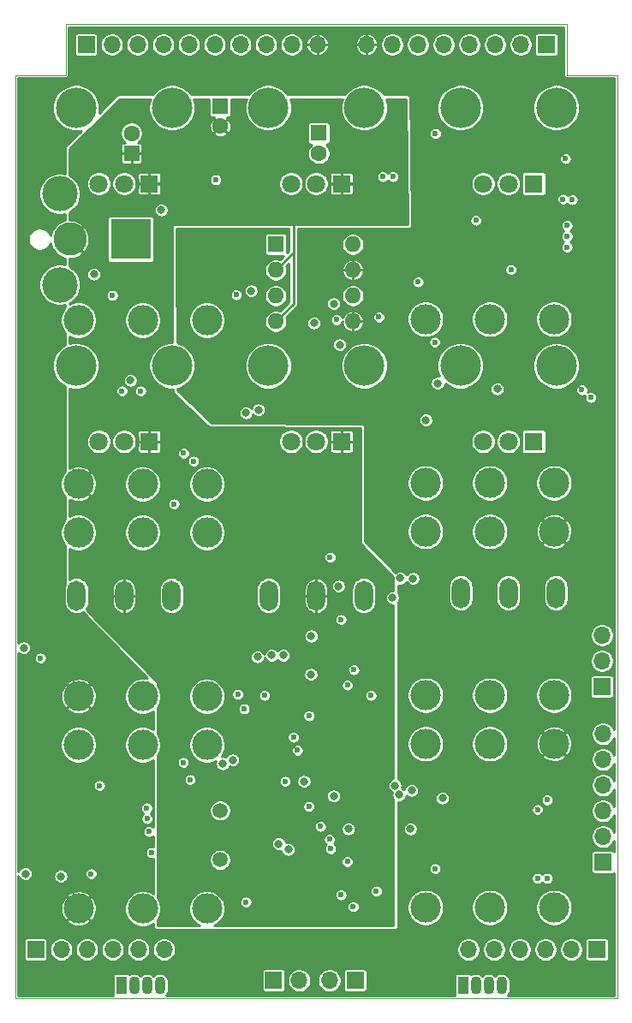
<source format=gbr>
%TF.GenerationSoftware,KiCad,Pcbnew,(5.1.7)-1*%
%TF.CreationDate,2021-10-21T20:17:54-07:00*%
%TF.ProjectId,Digital Board Rev 2,44696769-7461-46c2-9042-6f6172642052,rev?*%
%TF.SameCoordinates,Original*%
%TF.FileFunction,Copper,L2,Inr*%
%TF.FilePolarity,Positive*%
%FSLAX46Y46*%
G04 Gerber Fmt 4.6, Leading zero omitted, Abs format (unit mm)*
G04 Created by KiCad (PCBNEW (5.1.7)-1) date 2021-10-21 20:17:54*
%MOMM*%
%LPD*%
G01*
G04 APERTURE LIST*
%TA.AperFunction,Profile*%
%ADD10C,0.050000*%
%TD*%
%TA.AperFunction,ComponentPad*%
%ADD11O,1.700000X1.700000*%
%TD*%
%TA.AperFunction,ComponentPad*%
%ADD12R,1.700000X1.700000*%
%TD*%
%TA.AperFunction,ComponentPad*%
%ADD13C,3.500000*%
%TD*%
%TA.AperFunction,ComponentPad*%
%ADD14C,3.300000*%
%TD*%
%TA.AperFunction,ComponentPad*%
%ADD15R,4.000000X4.000000*%
%TD*%
%TA.AperFunction,ComponentPad*%
%ADD16C,3.000000*%
%TD*%
%TA.AperFunction,ComponentPad*%
%ADD17O,1.800000X3.000000*%
%TD*%
%TA.AperFunction,ComponentPad*%
%ADD18R,1.800000X1.800000*%
%TD*%
%TA.AperFunction,ComponentPad*%
%ADD19C,1.800000*%
%TD*%
%TA.AperFunction,ComponentPad*%
%ADD20O,4.000000X4.000000*%
%TD*%
%TA.AperFunction,ComponentPad*%
%ADD21C,1.500000*%
%TD*%
%TA.AperFunction,ComponentPad*%
%ADD22O,1.600000X1.600000*%
%TD*%
%TA.AperFunction,ComponentPad*%
%ADD23R,1.600000X1.600000*%
%TD*%
%TA.AperFunction,ComponentPad*%
%ADD24O,1.070000X1.800000*%
%TD*%
%TA.AperFunction,ComponentPad*%
%ADD25R,1.070000X1.800000*%
%TD*%
%TA.AperFunction,ComponentPad*%
%ADD26C,1.600000*%
%TD*%
%TA.AperFunction,ViaPad*%
%ADD27C,0.600000*%
%TD*%
%TA.AperFunction,ViaPad*%
%ADD28C,0.800000*%
%TD*%
%TA.AperFunction,Conductor*%
%ADD29C,0.250000*%
%TD*%
%TA.AperFunction,Conductor*%
%ADD30C,0.100000*%
%TD*%
G04 APERTURE END LIST*
D10*
X177750000Y-40750000D02*
X182750000Y-40750000D01*
X177750000Y-35750000D02*
X177750000Y-40750000D01*
X128250000Y-40750000D02*
X128250000Y-35750000D01*
X123250000Y-40750000D02*
X128250000Y-40750000D01*
X182750000Y-40750000D02*
X182750000Y-132080000D01*
X128250000Y-35750000D02*
X177750000Y-35750000D01*
X123250000Y-132080000D02*
X123250000Y-40750000D01*
X182750000Y-132080000D02*
X123250000Y-132080000D01*
D11*
%TO.N,/UART_TX*%
%TO.C,J15*%
X181250000Y-96170000D03*
%TO.N,/UART_RX*%
X181250000Y-98710000D03*
D12*
%TO.N,GNDD*%
X181250000Y-101250000D03*
%TD*%
D13*
%TO.N,N/C*%
%TO.C,J12*%
X127650000Y-61500000D03*
X127650000Y-52500000D03*
D14*
%TO.N,GNDD*%
X128650000Y-57000000D03*
D15*
%TO.N,Net-(J12-Pad1)*%
X134650000Y-57000000D03*
%TD*%
D11*
%TO.N,GNDA*%
%TO.C,J4*%
X157970000Y-37750000D03*
%TO.N,+9V*%
X160510000Y-37750000D03*
%TO.N,/TRIM1*%
X163050000Y-37750000D03*
%TO.N,/TRIM2*%
X165590000Y-37750000D03*
%TO.N,-9V*%
X168130000Y-37750000D03*
%TO.N,/CH2_EFF*%
X170670000Y-37750000D03*
%TO.N,/CH2_BYP*%
X173210000Y-37750000D03*
D12*
%TO.N,/CH2_IN*%
X175750000Y-37750000D03*
%TD*%
D16*
%TO.N,Net-(J7-PadTN)*%
%TO.C,J7*%
X142200000Y-107000000D03*
%TO.N,/Audio Jacks/CH2_OUT*%
X142200000Y-123200000D03*
%TO.N,Net-(J7-PadRN)*%
X135850000Y-107000000D03*
%TO.N,Net-(J7-PadSN)*%
X129500000Y-107000000D03*
%TO.N,Net-(J7-PadR)*%
X135850000Y-123200000D03*
%TO.N,GNDA*%
X129500000Y-123200000D03*
%TD*%
D11*
%TO.N,GNDA*%
%TO.C,J11*%
X153110000Y-37750000D03*
%TO.N,+3V3*%
X150570000Y-37750000D03*
%TO.N,/DIP1*%
X148030000Y-37750000D03*
%TO.N,/DIP2*%
X145490000Y-37750000D03*
%TO.N,/DIP3*%
X142950000Y-37750000D03*
%TO.N,/DIP4*%
X140410000Y-37750000D03*
%TO.N,GNDD*%
X137870000Y-37750000D03*
%TO.N,/CH1_EFF*%
X135330000Y-37750000D03*
%TO.N,/CH1_BYP*%
X132790000Y-37750000D03*
D12*
%TO.N,/CH1_IN*%
X130250000Y-37750000D03*
%TD*%
D16*
%TO.N,GNDA*%
%TO.C,J5*%
X176500000Y-106900000D03*
%TO.N,Net-(J5-PadR)*%
X170150000Y-106900000D03*
%TO.N,/CH1_SW*%
X176500000Y-123100000D03*
%TO.N,Net-(J5-PadRN)*%
X170150000Y-123100000D03*
%TO.N,/CH1_IN*%
X163800000Y-106900000D03*
%TO.N,Net-(J5-PadTN)*%
X163800000Y-123100000D03*
%TD*%
D17*
%TO.N,/ENV_MODE_1*%
%TO.C,SW3*%
X129300000Y-92250000D03*
%TO.N,/ENV_MODE_2*%
X138700000Y-92250000D03*
%TO.N,GNDD*%
X134000000Y-92250000D03*
%TD*%
%TO.N,/PAN_MODE_1*%
%TO.C,SW2*%
X148300000Y-92250000D03*
%TO.N,/PAN_MODE_2*%
X157700000Y-92250000D03*
%TO.N,GNDD*%
X153000000Y-92250000D03*
%TD*%
D11*
%TO.N,/PWM_OUT_VOL_2*%
%TO.C,J14*%
X168050000Y-127250000D03*
%TO.N,/PWM_RTN_VOL_2*%
X170590000Y-127250000D03*
%TO.N,/PWM_OUT_4*%
X173130000Y-127250000D03*
%TO.N,/PWM_RTN_4*%
X175670000Y-127250000D03*
%TO.N,/PWM_OUT_3*%
X178210000Y-127250000D03*
D12*
%TO.N,/PWM_RTN_3*%
X180750000Y-127250000D03*
%TD*%
D11*
%TO.N,/PWM_RTN_VOL_1*%
%TO.C,J13*%
X137950000Y-127250000D03*
%TO.N,/PWM_OUT_VOL_1*%
X135410000Y-127250000D03*
%TO.N,/PWM_RTN_2*%
X132870000Y-127250000D03*
%TO.N,/PWM_OUT_2*%
X130330000Y-127250000D03*
%TO.N,/PWM_RTN_1*%
X127790000Y-127250000D03*
D12*
%TO.N,/PWM_OUT_1*%
X125250000Y-127250000D03*
%TD*%
D18*
%TO.N,GNDD*%
%TO.C,RV10*%
X155500000Y-51500000D03*
D19*
%TO.N,/VOL*%
X153000000Y-51500000D03*
%TO.N,+3V3*%
X150500000Y-51500000D03*
D20*
%TO.N,*%
X157750000Y-44000000D03*
X148250000Y-44000000D03*
%TD*%
D18*
%TO.N,GNDD*%
%TO.C,RV4*%
X136500000Y-51500000D03*
D19*
%TO.N,/OFFSET*%
X134000000Y-51500000D03*
%TO.N,+3V3*%
X131500000Y-51500000D03*
D20*
%TO.N,*%
X138750000Y-44000000D03*
X129250000Y-44000000D03*
%TD*%
D18*
%TO.N,GNDD*%
%TO.C,RV5*%
X136500000Y-77000000D03*
D19*
%TO.N,/SUBDIV*%
X134000000Y-77000000D03*
%TO.N,+3V3*%
X131500000Y-77000000D03*
D20*
%TO.N,*%
X138750000Y-69500000D03*
X129250000Y-69500000D03*
%TD*%
D18*
%TO.N,GNDD*%
%TO.C,RV3*%
X155500000Y-77000000D03*
D19*
%TO.N,/SHAPE*%
X153000000Y-77000000D03*
%TO.N,+3V3*%
X150500000Y-77000000D03*
D20*
%TO.N,*%
X157750000Y-69500000D03*
X148250000Y-69500000D03*
%TD*%
%TO.N,*%
%TO.C,RV2*%
X167250000Y-44000000D03*
X176750000Y-44000000D03*
D19*
%TO.N,+3V3*%
X169500000Y-51500000D03*
%TO.N,/DEPTH*%
X172000000Y-51500000D03*
D18*
%TO.N,GNDD*%
X174500000Y-51500000D03*
%TD*%
%TO.N,GNDD*%
%TO.C,RV1*%
X174500000Y-77000000D03*
D19*
%TO.N,/RATE*%
X172000000Y-77000000D03*
%TO.N,+3V3*%
X169500000Y-77000000D03*
D20*
%TO.N,*%
X176750000Y-69500000D03*
X167250000Y-69500000D03*
%TD*%
D21*
%TO.N,/OSC1*%
%TO.C,Y1*%
X143500000Y-118380000D03*
%TO.N,/OSC2*%
X143500000Y-113500000D03*
%TD*%
D22*
%TO.N,/Audio Jacks/CH1_OUT_PRE*%
%TO.C,U26*%
X156620000Y-57500000D03*
%TO.N,GNDD*%
X149000000Y-65120000D03*
%TO.N,GNDA*%
X156620000Y-60040000D03*
%TO.N,Net-(R54-Pad1)*%
X149000000Y-62580000D03*
%TO.N,/Audio Jacks/CH2_OUT_PRE*%
X156620000Y-62580000D03*
%TO.N,GNDD*%
X149000000Y-60040000D03*
%TO.N,GNDA*%
X156620000Y-65120000D03*
D23*
%TO.N,Net-(R53-Pad1)*%
X149000000Y-57500000D03*
%TD*%
D17*
%TO.N,/HARM_MODE_1*%
%TO.C,SW1*%
X176700000Y-91984000D03*
%TO.N,/HARM_MODE_2*%
X167300000Y-91984000D03*
%TO.N,GNDD*%
X172000000Y-91984000D03*
%TD*%
D16*
%TO.N,Net-(J10-PadS)*%
%TO.C,J10*%
X176500000Y-64900000D03*
%TO.N,Net-(J10-PadR)*%
X170150000Y-64900000D03*
%TO.N,Net-(J10-PadSN)*%
X176500000Y-81100000D03*
%TO.N,Net-(J10-PadRN)*%
X170150000Y-81100000D03*
%TO.N,Net-(J10-PadT)*%
X163800000Y-64900000D03*
%TO.N,Net-(J10-PadTN)*%
X163800000Y-81100000D03*
%TD*%
%TO.N,Net-(J9-PadTN)*%
%TO.C,J9*%
X142200000Y-65000000D03*
%TO.N,Net-(J9-PadT)*%
X142200000Y-81200000D03*
%TO.N,Net-(J9-PadRN)*%
X135850000Y-65000000D03*
%TO.N,/EXP_SW*%
X129500000Y-65000000D03*
%TO.N,+3V3*%
X135850000Y-81200000D03*
%TO.N,GNDD*%
X129500000Y-81200000D03*
%TD*%
%TO.N,GNDA*%
%TO.C,J8*%
X129500000Y-102200000D03*
%TO.N,Net-(J8-PadR)*%
X135850000Y-102200000D03*
%TO.N,Net-(J8-PadSN)*%
X129500000Y-86000000D03*
%TO.N,Net-(J8-PadRN)*%
X135850000Y-86000000D03*
%TO.N,/Audio Jacks/CH1_OUT*%
X142200000Y-102200000D03*
%TO.N,Net-(J8-PadTN)*%
X142200000Y-86000000D03*
%TD*%
%TO.N,GNDA*%
%TO.C,J6*%
X176500000Y-85900000D03*
%TO.N,Net-(J6-PadR)*%
X170150000Y-85900000D03*
%TO.N,/CH2_SW*%
X176500000Y-102100000D03*
%TO.N,Net-(J6-PadRN)*%
X170150000Y-102100000D03*
%TO.N,/CH2_IN*%
X163800000Y-85900000D03*
%TO.N,/CH1_IN*%
X163800000Y-102100000D03*
%TD*%
D11*
%TO.N,Net-(J3-Pad6)*%
%TO.C,J3*%
X181348000Y-105918000D03*
%TO.N,/NRST*%
X181348000Y-108458000D03*
%TO.N,/SWDIO*%
X181348000Y-110998000D03*
%TO.N,GNDD*%
X181348000Y-113538000D03*
%TO.N,/SWCLK*%
X181348000Y-116078000D03*
D12*
%TO.N,+3V3*%
X181348000Y-118618000D03*
%TD*%
D11*
%TO.N,/TAP*%
%TO.C,J2*%
X151320500Y-130302000D03*
D12*
%TO.N,GNDD*%
X148780500Y-130302000D03*
%TD*%
D11*
%TO.N,/BYP*%
%TO.C,J1*%
X154305000Y-130302000D03*
D12*
%TO.N,GNDD*%
X156845000Y-130302000D03*
%TD*%
D24*
%TO.N,+3V3*%
%TO.C,D2*%
X137541000Y-130810000D03*
%TO.N,/LEDs/B2_R*%
X136271000Y-130810000D03*
%TO.N,/LEDs/G2_R*%
X135001000Y-130810000D03*
D25*
%TO.N,/LEDs/R2_R*%
X133731000Y-130810000D03*
%TD*%
D24*
%TO.N,+3V3*%
%TO.C,D1*%
X171323000Y-130810000D03*
%TO.N,/LEDs/B1_R*%
X170053000Y-130810000D03*
%TO.N,/LEDs/G1_R*%
X168783000Y-130810000D03*
D25*
%TO.N,/LEDs/R1_R*%
X167513000Y-130810000D03*
%TD*%
D26*
%TO.N,-9V*%
%TO.C,C25*%
X134747000Y-46514000D03*
D23*
%TO.N,GNDD*%
X134747000Y-48514000D03*
%TD*%
D26*
%TO.N,Net-(C24-Pad2)*%
%TO.C,C24*%
X153250000Y-48500000D03*
D23*
%TO.N,Net-(C24-Pad1)*%
X153250000Y-46500000D03*
%TD*%
D26*
%TO.N,GNDD*%
%TO.C,C23*%
X143510000Y-45815000D03*
D23*
%TO.N,+9V*%
X143510000Y-43815000D03*
%TD*%
D27*
%TO.N,GNDD*%
X146050004Y-124587000D03*
X149082000Y-84312000D03*
X163068000Y-61214000D03*
X161226500Y-46545500D03*
X156845002Y-124396500D03*
X137033000Y-61150500D03*
X149775382Y-106367171D03*
X160401000Y-117792500D03*
X141351000Y-116713000D03*
X137858500Y-120205500D03*
X129413000Y-48006000D03*
D28*
X159385000Y-54229000D03*
X160655000Y-54229000D03*
D27*
X151959824Y-115828324D03*
X156263389Y-102144807D03*
D28*
X150749000Y-54102000D03*
D27*
X147000000Y-103353110D03*
X172250000Y-60000000D03*
X159766000Y-124460000D03*
%TO.N,+3V3*%
X146050000Y-122555000D03*
X177800000Y-55626000D03*
X177800000Y-56705500D03*
X177800000Y-57785000D03*
X150758827Y-106255184D03*
X164719000Y-67183000D03*
X158413422Y-102108000D03*
X145875010Y-103439080D03*
X164750000Y-119250000D03*
D28*
X131024990Y-60452000D03*
D27*
%TO.N,/NRST*%
X152273000Y-113093500D03*
%TO.N,/RATE*%
X140525500Y-110449956D03*
X140875010Y-78940193D03*
%TO.N,/DEPTH*%
X131572000Y-111029750D03*
D28*
X134622470Y-70945206D03*
X170899990Y-71791990D03*
D27*
%TO.N,/SHAPE*%
X139890502Y-78168500D03*
X139861296Y-108746306D03*
%TO.N,/OFFSET*%
X147891500Y-102108000D03*
X145097500Y-62484000D03*
X132842000Y-62547500D03*
%TO.N,/SUBDIV*%
X136715500Y-117665500D03*
%TO.N,/TRIM1*%
X136271000Y-114300000D03*
X133794500Y-72009000D03*
X179260500Y-71882000D03*
X177382068Y-53044462D03*
%TO.N,/TRIM2*%
X136241510Y-113249990D03*
X180149504Y-72644000D03*
X178307996Y-53085996D03*
X135636000Y-72008998D03*
%TO.N,/EXP*%
X136461500Y-115570000D03*
X138938000Y-83185000D03*
%TO.N,+9V*%
X168783000Y-55118000D03*
X160591500Y-50800000D03*
X159575500Y-50800000D03*
D28*
X137668000Y-54102000D03*
D27*
%TO.N,-9V*%
X143065500Y-51117500D03*
X177636010Y-49022000D03*
%TO.N,Net-(D3-Pad2)*%
X164782500Y-46545500D03*
%TO.N,/BYP*%
X154305000Y-116332002D03*
%TO.N,/TAP*%
X158940500Y-121475500D03*
%TO.N,GNDA*%
X140779500Y-61214000D03*
X144018000Y-57594500D03*
%TO.N,/Audio Jacks/CH2_OUT*%
X130750000Y-119750000D03*
%TO.N,/Audio Jacks/CH1_OUT*%
X125730000Y-98425000D03*
D28*
%TO.N,/EXP_SW*%
X156185005Y-115316000D03*
X155321000Y-67437000D03*
%TO.N,/TAP_EXT*%
X165481000Y-112268000D03*
X165000000Y-71250000D03*
D27*
%TO.N,/PWM4*%
X174879000Y-120205500D03*
X174879000Y-113411000D03*
%TO.N,/PWM3*%
X175831500Y-120205500D03*
X175831500Y-112458500D03*
%TO.N,/PWM2*%
X149923500Y-110617000D03*
D28*
X143750000Y-108864978D03*
%TO.N,/PWM1*%
X151790980Y-110617000D03*
X144750000Y-108500000D03*
D27*
%TO.N,/RLY_SET*%
X156073000Y-118554500D03*
X159194500Y-64706500D03*
D28*
%TO.N,/MUTE1*%
X154723000Y-63373000D03*
X150240996Y-117348000D03*
%TO.N,/MUTE2*%
X152781000Y-65278000D03*
X149282458Y-116792516D03*
%TO.N,/UART_TX*%
X152470847Y-100034013D03*
X152500000Y-96250000D03*
D27*
%TO.N,/VOL*%
X152285000Y-104130500D03*
X155003500Y-64960500D03*
D28*
%TO.N,/CH1_IN*%
X124079002Y-97409002D03*
D27*
%TO.N,/CH2_SW*%
X155447995Y-121836400D03*
X156717992Y-99568000D03*
D28*
%TO.N,/DIP1*%
X147193000Y-98298000D03*
X146558000Y-62103000D03*
%TO.N,/DIP2*%
X146050002Y-74168000D03*
X148590000Y-98134002D03*
%TO.N,/DIP3*%
X149733000Y-98134002D03*
X147296840Y-73877505D03*
%TO.N,/DIP4*%
X162306000Y-115316000D03*
X163830000Y-74880846D03*
D27*
%TO.N,/PWM_VOL_1*%
X151139999Y-107548038D03*
X145250000Y-102000004D03*
D28*
X124243000Y-119750000D03*
X127750000Y-120000000D03*
D27*
%TO.N,/PWM_VOL_2*%
X156660010Y-123005010D03*
X154422000Y-117284500D03*
%TO.N,/HARM_MODE_1*%
X153416000Y-115062000D03*
X154368496Y-88459979D03*
%TO.N,/HARM_MODE_2*%
X155448000Y-94615000D03*
X156083000Y-101092000D03*
D28*
%TO.N,/PAN_MODE_1*%
X154723000Y-112068501D03*
X155194000Y-91313000D03*
%TO.N,/PAN_MODE_2*%
X160782000Y-111024500D03*
X160528000Y-92456000D03*
%TO.N,/ENV_MODE_1*%
X161186072Y-111939230D03*
X161290000Y-90514000D03*
%TO.N,/ENV_MODE_2*%
X162433000Y-111506000D03*
X162560000Y-90551000D03*
%TD*%
D29*
%TO.N,GNDD*%
X149000000Y-60040000D02*
X150749000Y-58291000D01*
X150749000Y-63371000D02*
X150749000Y-58039000D01*
X150749000Y-58039000D02*
X150749000Y-55118000D01*
X149000000Y-65120000D02*
X150749000Y-63371000D01*
X150749000Y-58291000D02*
X150749000Y-58039000D01*
%TD*%
%TO.N,GNDA*%
X177450001Y-40735257D02*
X177448549Y-40750000D01*
X177454341Y-40808810D01*
X177471496Y-40865360D01*
X177499353Y-40917477D01*
X177536842Y-40963158D01*
X177582523Y-41000647D01*
X177634640Y-41028504D01*
X177691190Y-41045659D01*
X177735267Y-41050000D01*
X177750000Y-41051451D01*
X177764733Y-41050000D01*
X182450000Y-41050000D01*
X182450001Y-105508043D01*
X182389271Y-105361429D01*
X182260682Y-105168981D01*
X182097019Y-105005318D01*
X181904571Y-104876729D01*
X181690735Y-104788155D01*
X181463727Y-104743000D01*
X181232273Y-104743000D01*
X181005265Y-104788155D01*
X180791429Y-104876729D01*
X180598981Y-105005318D01*
X180435318Y-105168981D01*
X180306729Y-105361429D01*
X180218155Y-105575265D01*
X180173000Y-105802273D01*
X180173000Y-106033727D01*
X180218155Y-106260735D01*
X180306729Y-106474571D01*
X180435318Y-106667019D01*
X180598981Y-106830682D01*
X180791429Y-106959271D01*
X181005265Y-107047845D01*
X181232273Y-107093000D01*
X181463727Y-107093000D01*
X181690735Y-107047845D01*
X181904571Y-106959271D01*
X182097019Y-106830682D01*
X182260682Y-106667019D01*
X182389271Y-106474571D01*
X182450001Y-106327957D01*
X182450001Y-108048043D01*
X182389271Y-107901429D01*
X182260682Y-107708981D01*
X182097019Y-107545318D01*
X181904571Y-107416729D01*
X181690735Y-107328155D01*
X181463727Y-107283000D01*
X181232273Y-107283000D01*
X181005265Y-107328155D01*
X180791429Y-107416729D01*
X180598981Y-107545318D01*
X180435318Y-107708981D01*
X180306729Y-107901429D01*
X180218155Y-108115265D01*
X180173000Y-108342273D01*
X180173000Y-108573727D01*
X180218155Y-108800735D01*
X180306729Y-109014571D01*
X180435318Y-109207019D01*
X180598981Y-109370682D01*
X180791429Y-109499271D01*
X181005265Y-109587845D01*
X181232273Y-109633000D01*
X181463727Y-109633000D01*
X181690735Y-109587845D01*
X181904571Y-109499271D01*
X182097019Y-109370682D01*
X182260682Y-109207019D01*
X182389271Y-109014571D01*
X182450001Y-108867957D01*
X182450001Y-110588043D01*
X182389271Y-110441429D01*
X182260682Y-110248981D01*
X182097019Y-110085318D01*
X181904571Y-109956729D01*
X181690735Y-109868155D01*
X181463727Y-109823000D01*
X181232273Y-109823000D01*
X181005265Y-109868155D01*
X180791429Y-109956729D01*
X180598981Y-110085318D01*
X180435318Y-110248981D01*
X180306729Y-110441429D01*
X180218155Y-110655265D01*
X180173000Y-110882273D01*
X180173000Y-111113727D01*
X180218155Y-111340735D01*
X180306729Y-111554571D01*
X180435318Y-111747019D01*
X180598981Y-111910682D01*
X180791429Y-112039271D01*
X181005265Y-112127845D01*
X181232273Y-112173000D01*
X181463727Y-112173000D01*
X181690735Y-112127845D01*
X181904571Y-112039271D01*
X182097019Y-111910682D01*
X182260682Y-111747019D01*
X182389271Y-111554571D01*
X182450001Y-111407957D01*
X182450001Y-113128043D01*
X182389271Y-112981429D01*
X182260682Y-112788981D01*
X182097019Y-112625318D01*
X181904571Y-112496729D01*
X181690735Y-112408155D01*
X181463727Y-112363000D01*
X181232273Y-112363000D01*
X181005265Y-112408155D01*
X180791429Y-112496729D01*
X180598981Y-112625318D01*
X180435318Y-112788981D01*
X180306729Y-112981429D01*
X180218155Y-113195265D01*
X180173000Y-113422273D01*
X180173000Y-113653727D01*
X180218155Y-113880735D01*
X180306729Y-114094571D01*
X180435318Y-114287019D01*
X180598981Y-114450682D01*
X180791429Y-114579271D01*
X181005265Y-114667845D01*
X181232273Y-114713000D01*
X181463727Y-114713000D01*
X181690735Y-114667845D01*
X181904571Y-114579271D01*
X182097019Y-114450682D01*
X182260682Y-114287019D01*
X182389271Y-114094571D01*
X182450001Y-113947957D01*
X182450001Y-115668043D01*
X182389271Y-115521429D01*
X182260682Y-115328981D01*
X182097019Y-115165318D01*
X181904571Y-115036729D01*
X181690735Y-114948155D01*
X181463727Y-114903000D01*
X181232273Y-114903000D01*
X181005265Y-114948155D01*
X180791429Y-115036729D01*
X180598981Y-115165318D01*
X180435318Y-115328981D01*
X180306729Y-115521429D01*
X180218155Y-115735265D01*
X180173000Y-115962273D01*
X180173000Y-116193727D01*
X180218155Y-116420735D01*
X180306729Y-116634571D01*
X180435318Y-116827019D01*
X180598981Y-116990682D01*
X180791429Y-117119271D01*
X181005265Y-117207845D01*
X181232273Y-117253000D01*
X181463727Y-117253000D01*
X181690735Y-117207845D01*
X181904571Y-117119271D01*
X182097019Y-116990682D01*
X182260682Y-116827019D01*
X182389271Y-116634571D01*
X182450001Y-116487957D01*
X182450001Y-117562764D01*
X182428921Y-117537079D01*
X182379434Y-117496465D01*
X182322974Y-117466287D01*
X182261711Y-117447703D01*
X182198000Y-117441428D01*
X180498000Y-117441428D01*
X180434289Y-117447703D01*
X180373026Y-117466287D01*
X180316566Y-117496465D01*
X180267079Y-117537079D01*
X180226465Y-117586566D01*
X180196287Y-117643026D01*
X180177703Y-117704289D01*
X180171428Y-117768000D01*
X180171428Y-119468000D01*
X180177703Y-119531711D01*
X180196287Y-119592974D01*
X180226465Y-119649434D01*
X180267079Y-119698921D01*
X180316566Y-119739535D01*
X180373026Y-119769713D01*
X180434289Y-119788297D01*
X180498000Y-119794572D01*
X182198000Y-119794572D01*
X182261711Y-119788297D01*
X182322974Y-119769713D01*
X182379434Y-119739535D01*
X182428921Y-119698921D01*
X182450001Y-119673236D01*
X182450001Y-131780000D01*
X171939022Y-131780000D01*
X172041524Y-131655102D01*
X172121381Y-131505700D01*
X172170556Y-131343589D01*
X172183000Y-131217246D01*
X172183000Y-130402754D01*
X172170556Y-130276411D01*
X172121381Y-130114300D01*
X172041524Y-129964898D01*
X171934054Y-129833946D01*
X171803101Y-129726476D01*
X171653699Y-129646619D01*
X171491588Y-129597444D01*
X171323000Y-129580839D01*
X171154411Y-129597444D01*
X170992300Y-129646619D01*
X170842898Y-129726476D01*
X170711946Y-129833946D01*
X170688000Y-129863124D01*
X170664054Y-129833946D01*
X170533101Y-129726476D01*
X170383699Y-129646619D01*
X170221588Y-129597444D01*
X170053000Y-129580839D01*
X169884411Y-129597444D01*
X169722300Y-129646619D01*
X169572898Y-129726476D01*
X169441946Y-129833946D01*
X169418000Y-129863124D01*
X169394054Y-129833946D01*
X169263101Y-129726476D01*
X169113699Y-129646619D01*
X168951588Y-129597444D01*
X168783000Y-129580839D01*
X168614411Y-129597444D01*
X168452300Y-129646619D01*
X168313270Y-129720932D01*
X168278921Y-129679079D01*
X168229434Y-129638465D01*
X168172974Y-129608287D01*
X168111711Y-129589703D01*
X168048000Y-129583428D01*
X166978000Y-129583428D01*
X166914289Y-129589703D01*
X166853026Y-129608287D01*
X166796566Y-129638465D01*
X166747079Y-129679079D01*
X166706465Y-129728566D01*
X166676287Y-129785026D01*
X166657703Y-129846289D01*
X166651428Y-129910000D01*
X166651428Y-131710000D01*
X166657703Y-131773711D01*
X166659611Y-131780000D01*
X138157022Y-131780000D01*
X138259524Y-131655102D01*
X138339381Y-131505700D01*
X138388556Y-131343589D01*
X138401000Y-131217246D01*
X138401000Y-130402754D01*
X138388556Y-130276411D01*
X138339381Y-130114300D01*
X138259524Y-129964898D01*
X138152054Y-129833946D01*
X138021101Y-129726476D01*
X137871699Y-129646619D01*
X137709588Y-129597444D01*
X137541000Y-129580839D01*
X137372411Y-129597444D01*
X137210300Y-129646619D01*
X137060898Y-129726476D01*
X136929946Y-129833946D01*
X136906000Y-129863124D01*
X136882054Y-129833946D01*
X136751101Y-129726476D01*
X136601699Y-129646619D01*
X136439588Y-129597444D01*
X136271000Y-129580839D01*
X136102411Y-129597444D01*
X135940300Y-129646619D01*
X135790898Y-129726476D01*
X135659946Y-129833946D01*
X135636000Y-129863124D01*
X135612054Y-129833946D01*
X135481101Y-129726476D01*
X135331699Y-129646619D01*
X135169588Y-129597444D01*
X135001000Y-129580839D01*
X134832411Y-129597444D01*
X134670300Y-129646619D01*
X134531270Y-129720932D01*
X134496921Y-129679079D01*
X134447434Y-129638465D01*
X134390974Y-129608287D01*
X134329711Y-129589703D01*
X134266000Y-129583428D01*
X133196000Y-129583428D01*
X133132289Y-129589703D01*
X133071026Y-129608287D01*
X133014566Y-129638465D01*
X132965079Y-129679079D01*
X132924465Y-129728566D01*
X132894287Y-129785026D01*
X132875703Y-129846289D01*
X132869428Y-129910000D01*
X132869428Y-131710000D01*
X132875703Y-131773711D01*
X132877611Y-131780000D01*
X123550000Y-131780000D01*
X123550000Y-129452000D01*
X147603928Y-129452000D01*
X147603928Y-131152000D01*
X147610203Y-131215711D01*
X147628787Y-131276974D01*
X147658965Y-131333434D01*
X147699579Y-131382921D01*
X147749066Y-131423535D01*
X147805526Y-131453713D01*
X147866789Y-131472297D01*
X147930500Y-131478572D01*
X149630500Y-131478572D01*
X149694211Y-131472297D01*
X149755474Y-131453713D01*
X149811934Y-131423535D01*
X149861421Y-131382921D01*
X149902035Y-131333434D01*
X149932213Y-131276974D01*
X149950797Y-131215711D01*
X149957072Y-131152000D01*
X149957072Y-130186273D01*
X150145500Y-130186273D01*
X150145500Y-130417727D01*
X150190655Y-130644735D01*
X150279229Y-130858571D01*
X150407818Y-131051019D01*
X150571481Y-131214682D01*
X150763929Y-131343271D01*
X150977765Y-131431845D01*
X151204773Y-131477000D01*
X151436227Y-131477000D01*
X151663235Y-131431845D01*
X151877071Y-131343271D01*
X152069519Y-131214682D01*
X152233182Y-131051019D01*
X152361771Y-130858571D01*
X152450345Y-130644735D01*
X152495500Y-130417727D01*
X152495500Y-130186273D01*
X153130000Y-130186273D01*
X153130000Y-130417727D01*
X153175155Y-130644735D01*
X153263729Y-130858571D01*
X153392318Y-131051019D01*
X153555981Y-131214682D01*
X153748429Y-131343271D01*
X153962265Y-131431845D01*
X154189273Y-131477000D01*
X154420727Y-131477000D01*
X154647735Y-131431845D01*
X154861571Y-131343271D01*
X155054019Y-131214682D01*
X155217682Y-131051019D01*
X155346271Y-130858571D01*
X155434845Y-130644735D01*
X155480000Y-130417727D01*
X155480000Y-130186273D01*
X155434845Y-129959265D01*
X155346271Y-129745429D01*
X155217682Y-129552981D01*
X155116701Y-129452000D01*
X155668428Y-129452000D01*
X155668428Y-131152000D01*
X155674703Y-131215711D01*
X155693287Y-131276974D01*
X155723465Y-131333434D01*
X155764079Y-131382921D01*
X155813566Y-131423535D01*
X155870026Y-131453713D01*
X155931289Y-131472297D01*
X155995000Y-131478572D01*
X157695000Y-131478572D01*
X157758711Y-131472297D01*
X157819974Y-131453713D01*
X157876434Y-131423535D01*
X157925921Y-131382921D01*
X157966535Y-131333434D01*
X157996713Y-131276974D01*
X158015297Y-131215711D01*
X158021572Y-131152000D01*
X158021572Y-129452000D01*
X158015297Y-129388289D01*
X157996713Y-129327026D01*
X157966535Y-129270566D01*
X157925921Y-129221079D01*
X157876434Y-129180465D01*
X157819974Y-129150287D01*
X157758711Y-129131703D01*
X157695000Y-129125428D01*
X155995000Y-129125428D01*
X155931289Y-129131703D01*
X155870026Y-129150287D01*
X155813566Y-129180465D01*
X155764079Y-129221079D01*
X155723465Y-129270566D01*
X155693287Y-129327026D01*
X155674703Y-129388289D01*
X155668428Y-129452000D01*
X155116701Y-129452000D01*
X155054019Y-129389318D01*
X154861571Y-129260729D01*
X154647735Y-129172155D01*
X154420727Y-129127000D01*
X154189273Y-129127000D01*
X153962265Y-129172155D01*
X153748429Y-129260729D01*
X153555981Y-129389318D01*
X153392318Y-129552981D01*
X153263729Y-129745429D01*
X153175155Y-129959265D01*
X153130000Y-130186273D01*
X152495500Y-130186273D01*
X152450345Y-129959265D01*
X152361771Y-129745429D01*
X152233182Y-129552981D01*
X152069519Y-129389318D01*
X151877071Y-129260729D01*
X151663235Y-129172155D01*
X151436227Y-129127000D01*
X151204773Y-129127000D01*
X150977765Y-129172155D01*
X150763929Y-129260729D01*
X150571481Y-129389318D01*
X150407818Y-129552981D01*
X150279229Y-129745429D01*
X150190655Y-129959265D01*
X150145500Y-130186273D01*
X149957072Y-130186273D01*
X149957072Y-129452000D01*
X149950797Y-129388289D01*
X149932213Y-129327026D01*
X149902035Y-129270566D01*
X149861421Y-129221079D01*
X149811934Y-129180465D01*
X149755474Y-129150287D01*
X149694211Y-129131703D01*
X149630500Y-129125428D01*
X147930500Y-129125428D01*
X147866789Y-129131703D01*
X147805526Y-129150287D01*
X147749066Y-129180465D01*
X147699579Y-129221079D01*
X147658965Y-129270566D01*
X147628787Y-129327026D01*
X147610203Y-129388289D01*
X147603928Y-129452000D01*
X123550000Y-129452000D01*
X123550000Y-126400000D01*
X124073428Y-126400000D01*
X124073428Y-128100000D01*
X124079703Y-128163711D01*
X124098287Y-128224974D01*
X124128465Y-128281434D01*
X124169079Y-128330921D01*
X124218566Y-128371535D01*
X124275026Y-128401713D01*
X124336289Y-128420297D01*
X124400000Y-128426572D01*
X126100000Y-128426572D01*
X126163711Y-128420297D01*
X126224974Y-128401713D01*
X126281434Y-128371535D01*
X126330921Y-128330921D01*
X126371535Y-128281434D01*
X126401713Y-128224974D01*
X126420297Y-128163711D01*
X126426572Y-128100000D01*
X126426572Y-127134273D01*
X126615000Y-127134273D01*
X126615000Y-127365727D01*
X126660155Y-127592735D01*
X126748729Y-127806571D01*
X126877318Y-127999019D01*
X127040981Y-128162682D01*
X127233429Y-128291271D01*
X127447265Y-128379845D01*
X127674273Y-128425000D01*
X127905727Y-128425000D01*
X128132735Y-128379845D01*
X128346571Y-128291271D01*
X128539019Y-128162682D01*
X128702682Y-127999019D01*
X128831271Y-127806571D01*
X128919845Y-127592735D01*
X128965000Y-127365727D01*
X128965000Y-127134273D01*
X129155000Y-127134273D01*
X129155000Y-127365727D01*
X129200155Y-127592735D01*
X129288729Y-127806571D01*
X129417318Y-127999019D01*
X129580981Y-128162682D01*
X129773429Y-128291271D01*
X129987265Y-128379845D01*
X130214273Y-128425000D01*
X130445727Y-128425000D01*
X130672735Y-128379845D01*
X130886571Y-128291271D01*
X131079019Y-128162682D01*
X131242682Y-127999019D01*
X131371271Y-127806571D01*
X131459845Y-127592735D01*
X131505000Y-127365727D01*
X131505000Y-127134273D01*
X131695000Y-127134273D01*
X131695000Y-127365727D01*
X131740155Y-127592735D01*
X131828729Y-127806571D01*
X131957318Y-127999019D01*
X132120981Y-128162682D01*
X132313429Y-128291271D01*
X132527265Y-128379845D01*
X132754273Y-128425000D01*
X132985727Y-128425000D01*
X133212735Y-128379845D01*
X133426571Y-128291271D01*
X133619019Y-128162682D01*
X133782682Y-127999019D01*
X133911271Y-127806571D01*
X133999845Y-127592735D01*
X134045000Y-127365727D01*
X134045000Y-127134273D01*
X134235000Y-127134273D01*
X134235000Y-127365727D01*
X134280155Y-127592735D01*
X134368729Y-127806571D01*
X134497318Y-127999019D01*
X134660981Y-128162682D01*
X134853429Y-128291271D01*
X135067265Y-128379845D01*
X135294273Y-128425000D01*
X135525727Y-128425000D01*
X135752735Y-128379845D01*
X135966571Y-128291271D01*
X136159019Y-128162682D01*
X136322682Y-127999019D01*
X136451271Y-127806571D01*
X136539845Y-127592735D01*
X136585000Y-127365727D01*
X136585000Y-127134273D01*
X136775000Y-127134273D01*
X136775000Y-127365727D01*
X136820155Y-127592735D01*
X136908729Y-127806571D01*
X137037318Y-127999019D01*
X137200981Y-128162682D01*
X137393429Y-128291271D01*
X137607265Y-128379845D01*
X137834273Y-128425000D01*
X138065727Y-128425000D01*
X138292735Y-128379845D01*
X138506571Y-128291271D01*
X138699019Y-128162682D01*
X138862682Y-127999019D01*
X138991271Y-127806571D01*
X139079845Y-127592735D01*
X139125000Y-127365727D01*
X139125000Y-127134273D01*
X166875000Y-127134273D01*
X166875000Y-127365727D01*
X166920155Y-127592735D01*
X167008729Y-127806571D01*
X167137318Y-127999019D01*
X167300981Y-128162682D01*
X167493429Y-128291271D01*
X167707265Y-128379845D01*
X167934273Y-128425000D01*
X168165727Y-128425000D01*
X168392735Y-128379845D01*
X168606571Y-128291271D01*
X168799019Y-128162682D01*
X168962682Y-127999019D01*
X169091271Y-127806571D01*
X169179845Y-127592735D01*
X169225000Y-127365727D01*
X169225000Y-127134273D01*
X169415000Y-127134273D01*
X169415000Y-127365727D01*
X169460155Y-127592735D01*
X169548729Y-127806571D01*
X169677318Y-127999019D01*
X169840981Y-128162682D01*
X170033429Y-128291271D01*
X170247265Y-128379845D01*
X170474273Y-128425000D01*
X170705727Y-128425000D01*
X170932735Y-128379845D01*
X171146571Y-128291271D01*
X171339019Y-128162682D01*
X171502682Y-127999019D01*
X171631271Y-127806571D01*
X171719845Y-127592735D01*
X171765000Y-127365727D01*
X171765000Y-127134273D01*
X171955000Y-127134273D01*
X171955000Y-127365727D01*
X172000155Y-127592735D01*
X172088729Y-127806571D01*
X172217318Y-127999019D01*
X172380981Y-128162682D01*
X172573429Y-128291271D01*
X172787265Y-128379845D01*
X173014273Y-128425000D01*
X173245727Y-128425000D01*
X173472735Y-128379845D01*
X173686571Y-128291271D01*
X173879019Y-128162682D01*
X174042682Y-127999019D01*
X174171271Y-127806571D01*
X174259845Y-127592735D01*
X174305000Y-127365727D01*
X174305000Y-127134273D01*
X174495000Y-127134273D01*
X174495000Y-127365727D01*
X174540155Y-127592735D01*
X174628729Y-127806571D01*
X174757318Y-127999019D01*
X174920981Y-128162682D01*
X175113429Y-128291271D01*
X175327265Y-128379845D01*
X175554273Y-128425000D01*
X175785727Y-128425000D01*
X176012735Y-128379845D01*
X176226571Y-128291271D01*
X176419019Y-128162682D01*
X176582682Y-127999019D01*
X176711271Y-127806571D01*
X176799845Y-127592735D01*
X176845000Y-127365727D01*
X176845000Y-127134273D01*
X177035000Y-127134273D01*
X177035000Y-127365727D01*
X177080155Y-127592735D01*
X177168729Y-127806571D01*
X177297318Y-127999019D01*
X177460981Y-128162682D01*
X177653429Y-128291271D01*
X177867265Y-128379845D01*
X178094273Y-128425000D01*
X178325727Y-128425000D01*
X178552735Y-128379845D01*
X178766571Y-128291271D01*
X178959019Y-128162682D01*
X179122682Y-127999019D01*
X179251271Y-127806571D01*
X179339845Y-127592735D01*
X179385000Y-127365727D01*
X179385000Y-127134273D01*
X179339845Y-126907265D01*
X179251271Y-126693429D01*
X179122682Y-126500981D01*
X179021701Y-126400000D01*
X179573428Y-126400000D01*
X179573428Y-128100000D01*
X179579703Y-128163711D01*
X179598287Y-128224974D01*
X179628465Y-128281434D01*
X179669079Y-128330921D01*
X179718566Y-128371535D01*
X179775026Y-128401713D01*
X179836289Y-128420297D01*
X179900000Y-128426572D01*
X181600000Y-128426572D01*
X181663711Y-128420297D01*
X181724974Y-128401713D01*
X181781434Y-128371535D01*
X181830921Y-128330921D01*
X181871535Y-128281434D01*
X181901713Y-128224974D01*
X181920297Y-128163711D01*
X181926572Y-128100000D01*
X181926572Y-126400000D01*
X181920297Y-126336289D01*
X181901713Y-126275026D01*
X181871535Y-126218566D01*
X181830921Y-126169079D01*
X181781434Y-126128465D01*
X181724974Y-126098287D01*
X181663711Y-126079703D01*
X181600000Y-126073428D01*
X179900000Y-126073428D01*
X179836289Y-126079703D01*
X179775026Y-126098287D01*
X179718566Y-126128465D01*
X179669079Y-126169079D01*
X179628465Y-126218566D01*
X179598287Y-126275026D01*
X179579703Y-126336289D01*
X179573428Y-126400000D01*
X179021701Y-126400000D01*
X178959019Y-126337318D01*
X178766571Y-126208729D01*
X178552735Y-126120155D01*
X178325727Y-126075000D01*
X178094273Y-126075000D01*
X177867265Y-126120155D01*
X177653429Y-126208729D01*
X177460981Y-126337318D01*
X177297318Y-126500981D01*
X177168729Y-126693429D01*
X177080155Y-126907265D01*
X177035000Y-127134273D01*
X176845000Y-127134273D01*
X176799845Y-126907265D01*
X176711271Y-126693429D01*
X176582682Y-126500981D01*
X176419019Y-126337318D01*
X176226571Y-126208729D01*
X176012735Y-126120155D01*
X175785727Y-126075000D01*
X175554273Y-126075000D01*
X175327265Y-126120155D01*
X175113429Y-126208729D01*
X174920981Y-126337318D01*
X174757318Y-126500981D01*
X174628729Y-126693429D01*
X174540155Y-126907265D01*
X174495000Y-127134273D01*
X174305000Y-127134273D01*
X174259845Y-126907265D01*
X174171271Y-126693429D01*
X174042682Y-126500981D01*
X173879019Y-126337318D01*
X173686571Y-126208729D01*
X173472735Y-126120155D01*
X173245727Y-126075000D01*
X173014273Y-126075000D01*
X172787265Y-126120155D01*
X172573429Y-126208729D01*
X172380981Y-126337318D01*
X172217318Y-126500981D01*
X172088729Y-126693429D01*
X172000155Y-126907265D01*
X171955000Y-127134273D01*
X171765000Y-127134273D01*
X171719845Y-126907265D01*
X171631271Y-126693429D01*
X171502682Y-126500981D01*
X171339019Y-126337318D01*
X171146571Y-126208729D01*
X170932735Y-126120155D01*
X170705727Y-126075000D01*
X170474273Y-126075000D01*
X170247265Y-126120155D01*
X170033429Y-126208729D01*
X169840981Y-126337318D01*
X169677318Y-126500981D01*
X169548729Y-126693429D01*
X169460155Y-126907265D01*
X169415000Y-127134273D01*
X169225000Y-127134273D01*
X169179845Y-126907265D01*
X169091271Y-126693429D01*
X168962682Y-126500981D01*
X168799019Y-126337318D01*
X168606571Y-126208729D01*
X168392735Y-126120155D01*
X168165727Y-126075000D01*
X167934273Y-126075000D01*
X167707265Y-126120155D01*
X167493429Y-126208729D01*
X167300981Y-126337318D01*
X167137318Y-126500981D01*
X167008729Y-126693429D01*
X166920155Y-126907265D01*
X166875000Y-127134273D01*
X139125000Y-127134273D01*
X139079845Y-126907265D01*
X138991271Y-126693429D01*
X138862682Y-126500981D01*
X138699019Y-126337318D01*
X138506571Y-126208729D01*
X138292735Y-126120155D01*
X138065727Y-126075000D01*
X137834273Y-126075000D01*
X137607265Y-126120155D01*
X137393429Y-126208729D01*
X137200981Y-126337318D01*
X137037318Y-126500981D01*
X136908729Y-126693429D01*
X136820155Y-126907265D01*
X136775000Y-127134273D01*
X136585000Y-127134273D01*
X136539845Y-126907265D01*
X136451271Y-126693429D01*
X136322682Y-126500981D01*
X136159019Y-126337318D01*
X135966571Y-126208729D01*
X135752735Y-126120155D01*
X135525727Y-126075000D01*
X135294273Y-126075000D01*
X135067265Y-126120155D01*
X134853429Y-126208729D01*
X134660981Y-126337318D01*
X134497318Y-126500981D01*
X134368729Y-126693429D01*
X134280155Y-126907265D01*
X134235000Y-127134273D01*
X134045000Y-127134273D01*
X133999845Y-126907265D01*
X133911271Y-126693429D01*
X133782682Y-126500981D01*
X133619019Y-126337318D01*
X133426571Y-126208729D01*
X133212735Y-126120155D01*
X132985727Y-126075000D01*
X132754273Y-126075000D01*
X132527265Y-126120155D01*
X132313429Y-126208729D01*
X132120981Y-126337318D01*
X131957318Y-126500981D01*
X131828729Y-126693429D01*
X131740155Y-126907265D01*
X131695000Y-127134273D01*
X131505000Y-127134273D01*
X131459845Y-126907265D01*
X131371271Y-126693429D01*
X131242682Y-126500981D01*
X131079019Y-126337318D01*
X130886571Y-126208729D01*
X130672735Y-126120155D01*
X130445727Y-126075000D01*
X130214273Y-126075000D01*
X129987265Y-126120155D01*
X129773429Y-126208729D01*
X129580981Y-126337318D01*
X129417318Y-126500981D01*
X129288729Y-126693429D01*
X129200155Y-126907265D01*
X129155000Y-127134273D01*
X128965000Y-127134273D01*
X128919845Y-126907265D01*
X128831271Y-126693429D01*
X128702682Y-126500981D01*
X128539019Y-126337318D01*
X128346571Y-126208729D01*
X128132735Y-126120155D01*
X127905727Y-126075000D01*
X127674273Y-126075000D01*
X127447265Y-126120155D01*
X127233429Y-126208729D01*
X127040981Y-126337318D01*
X126877318Y-126500981D01*
X126748729Y-126693429D01*
X126660155Y-126907265D01*
X126615000Y-127134273D01*
X126426572Y-127134273D01*
X126426572Y-126400000D01*
X126420297Y-126336289D01*
X126401713Y-126275026D01*
X126371535Y-126218566D01*
X126330921Y-126169079D01*
X126281434Y-126128465D01*
X126224974Y-126098287D01*
X126163711Y-126079703D01*
X126100000Y-126073428D01*
X124400000Y-126073428D01*
X124336289Y-126079703D01*
X124275026Y-126098287D01*
X124218566Y-126128465D01*
X124169079Y-126169079D01*
X124128465Y-126218566D01*
X124098287Y-126275026D01*
X124079703Y-126336289D01*
X124073428Y-126400000D01*
X123550000Y-126400000D01*
X123550000Y-124413987D01*
X128288841Y-124413987D01*
X128453252Y-124644128D01*
X128755100Y-124820589D01*
X129085575Y-124934773D01*
X129431976Y-124982290D01*
X129780990Y-124961315D01*
X130119206Y-124872654D01*
X130433627Y-124719714D01*
X130546748Y-124644128D01*
X130711159Y-124413987D01*
X129500000Y-123202828D01*
X128288841Y-124413987D01*
X123550000Y-124413987D01*
X123550000Y-123131976D01*
X127717710Y-123131976D01*
X127738685Y-123480990D01*
X127827346Y-123819206D01*
X127980286Y-124133627D01*
X128055872Y-124246748D01*
X128286013Y-124411159D01*
X129497172Y-123200000D01*
X129502828Y-123200000D01*
X130713987Y-124411159D01*
X130944128Y-124246748D01*
X131120589Y-123944900D01*
X131234773Y-123614425D01*
X131282290Y-123268024D01*
X131261315Y-122919010D01*
X131172654Y-122580794D01*
X131019714Y-122266373D01*
X130944128Y-122153252D01*
X130713987Y-121988841D01*
X129502828Y-123200000D01*
X129497172Y-123200000D01*
X128286013Y-121988841D01*
X128055872Y-122153252D01*
X127879411Y-122455100D01*
X127765227Y-122785575D01*
X127717710Y-123131976D01*
X123550000Y-123131976D01*
X123550000Y-121986013D01*
X128288841Y-121986013D01*
X129500000Y-123197172D01*
X130711159Y-121986013D01*
X130546748Y-121755872D01*
X130244900Y-121579411D01*
X129914425Y-121465227D01*
X129568024Y-121417710D01*
X129219010Y-121438685D01*
X128880794Y-121527346D01*
X128566373Y-121680286D01*
X128453252Y-121755872D01*
X128288841Y-121986013D01*
X123550000Y-121986013D01*
X123550000Y-119971467D01*
X123600513Y-120093416D01*
X123679856Y-120212161D01*
X123780839Y-120313144D01*
X123899584Y-120392487D01*
X124031525Y-120447139D01*
X124171594Y-120475000D01*
X124314406Y-120475000D01*
X124454475Y-120447139D01*
X124586416Y-120392487D01*
X124705161Y-120313144D01*
X124806144Y-120212161D01*
X124885487Y-120093416D01*
X124940139Y-119961475D01*
X124946679Y-119928594D01*
X127025000Y-119928594D01*
X127025000Y-120071406D01*
X127052861Y-120211475D01*
X127107513Y-120343416D01*
X127186856Y-120462161D01*
X127287839Y-120563144D01*
X127406584Y-120642487D01*
X127538525Y-120697139D01*
X127678594Y-120725000D01*
X127821406Y-120725000D01*
X127961475Y-120697139D01*
X128093416Y-120642487D01*
X128212161Y-120563144D01*
X128313144Y-120462161D01*
X128392487Y-120343416D01*
X128447139Y-120211475D01*
X128475000Y-120071406D01*
X128475000Y-119928594D01*
X128447139Y-119788525D01*
X128405684Y-119688443D01*
X130125000Y-119688443D01*
X130125000Y-119811557D01*
X130149019Y-119932306D01*
X130196132Y-120046048D01*
X130264531Y-120148414D01*
X130351586Y-120235469D01*
X130453952Y-120303868D01*
X130567694Y-120350981D01*
X130688443Y-120375000D01*
X130811557Y-120375000D01*
X130932306Y-120350981D01*
X131046048Y-120303868D01*
X131148414Y-120235469D01*
X131235469Y-120148414D01*
X131303868Y-120046048D01*
X131350981Y-119932306D01*
X131375000Y-119811557D01*
X131375000Y-119688443D01*
X131350981Y-119567694D01*
X131303868Y-119453952D01*
X131235469Y-119351586D01*
X131148414Y-119264531D01*
X131046048Y-119196132D01*
X130932306Y-119149019D01*
X130811557Y-119125000D01*
X130688443Y-119125000D01*
X130567694Y-119149019D01*
X130453952Y-119196132D01*
X130351586Y-119264531D01*
X130264531Y-119351586D01*
X130196132Y-119453952D01*
X130149019Y-119567694D01*
X130125000Y-119688443D01*
X128405684Y-119688443D01*
X128392487Y-119656584D01*
X128313144Y-119537839D01*
X128212161Y-119436856D01*
X128093416Y-119357513D01*
X127961475Y-119302861D01*
X127821406Y-119275000D01*
X127678594Y-119275000D01*
X127538525Y-119302861D01*
X127406584Y-119357513D01*
X127287839Y-119436856D01*
X127186856Y-119537839D01*
X127107513Y-119656584D01*
X127052861Y-119788525D01*
X127025000Y-119928594D01*
X124946679Y-119928594D01*
X124968000Y-119821406D01*
X124968000Y-119678594D01*
X124940139Y-119538525D01*
X124885487Y-119406584D01*
X124806144Y-119287839D01*
X124705161Y-119186856D01*
X124586416Y-119107513D01*
X124454475Y-119052861D01*
X124314406Y-119025000D01*
X124171594Y-119025000D01*
X124031525Y-119052861D01*
X123899584Y-119107513D01*
X123780839Y-119186856D01*
X123679856Y-119287839D01*
X123600513Y-119406584D01*
X123550000Y-119528533D01*
X123550000Y-113188433D01*
X135616510Y-113188433D01*
X135616510Y-113311547D01*
X135640529Y-113432296D01*
X135687642Y-113546038D01*
X135756041Y-113648404D01*
X135843096Y-113735459D01*
X135917011Y-113784847D01*
X135872586Y-113814531D01*
X135785531Y-113901586D01*
X135717132Y-114003952D01*
X135670019Y-114117694D01*
X135646000Y-114238443D01*
X135646000Y-114361557D01*
X135670019Y-114482306D01*
X135717132Y-114596048D01*
X135785531Y-114698414D01*
X135872586Y-114785469D01*
X135974952Y-114853868D01*
X136088694Y-114900981D01*
X136209443Y-114925000D01*
X136332557Y-114925000D01*
X136453306Y-114900981D01*
X136567048Y-114853868D01*
X136669414Y-114785469D01*
X136756469Y-114698414D01*
X136824868Y-114596048D01*
X136871981Y-114482306D01*
X136896000Y-114361557D01*
X136896000Y-114238443D01*
X136871981Y-114117694D01*
X136824868Y-114003952D01*
X136756469Y-113901586D01*
X136669414Y-113814531D01*
X136595499Y-113765143D01*
X136639924Y-113735459D01*
X136726979Y-113648404D01*
X136795378Y-113546038D01*
X136842491Y-113432296D01*
X136866510Y-113311547D01*
X136866510Y-113188433D01*
X136842491Y-113067684D01*
X136795378Y-112953942D01*
X136726979Y-112851576D01*
X136639924Y-112764521D01*
X136537558Y-112696122D01*
X136423816Y-112649009D01*
X136303067Y-112624990D01*
X136179953Y-112624990D01*
X136059204Y-112649009D01*
X135945462Y-112696122D01*
X135843096Y-112764521D01*
X135756041Y-112851576D01*
X135687642Y-112953942D01*
X135640529Y-113067684D01*
X135616510Y-113188433D01*
X123550000Y-113188433D01*
X123550000Y-110968193D01*
X130947000Y-110968193D01*
X130947000Y-111091307D01*
X130971019Y-111212056D01*
X131018132Y-111325798D01*
X131086531Y-111428164D01*
X131173586Y-111515219D01*
X131275952Y-111583618D01*
X131389694Y-111630731D01*
X131510443Y-111654750D01*
X131633557Y-111654750D01*
X131754306Y-111630731D01*
X131868048Y-111583618D01*
X131970414Y-111515219D01*
X132057469Y-111428164D01*
X132125868Y-111325798D01*
X132172981Y-111212056D01*
X132197000Y-111091307D01*
X132197000Y-110968193D01*
X132172981Y-110847444D01*
X132125868Y-110733702D01*
X132057469Y-110631336D01*
X131970414Y-110544281D01*
X131868048Y-110475882D01*
X131754306Y-110428769D01*
X131633557Y-110404750D01*
X131510443Y-110404750D01*
X131389694Y-110428769D01*
X131275952Y-110475882D01*
X131173586Y-110544281D01*
X131086531Y-110631336D01*
X131018132Y-110733702D01*
X130971019Y-110847444D01*
X130947000Y-110968193D01*
X123550000Y-110968193D01*
X123550000Y-106820253D01*
X127675000Y-106820253D01*
X127675000Y-107179747D01*
X127745134Y-107532333D01*
X127882706Y-107864461D01*
X128082430Y-108163369D01*
X128336631Y-108417570D01*
X128635539Y-108617294D01*
X128967667Y-108754866D01*
X129320253Y-108825000D01*
X129679747Y-108825000D01*
X130032333Y-108754866D01*
X130364461Y-108617294D01*
X130663369Y-108417570D01*
X130917570Y-108163369D01*
X131117294Y-107864461D01*
X131254866Y-107532333D01*
X131325000Y-107179747D01*
X131325000Y-106820253D01*
X131254866Y-106467667D01*
X131117294Y-106135539D01*
X130917570Y-105836631D01*
X130663369Y-105582430D01*
X130364461Y-105382706D01*
X130032333Y-105245134D01*
X129679747Y-105175000D01*
X129320253Y-105175000D01*
X128967667Y-105245134D01*
X128635539Y-105382706D01*
X128336631Y-105582430D01*
X128082430Y-105836631D01*
X127882706Y-106135539D01*
X127745134Y-106467667D01*
X127675000Y-106820253D01*
X123550000Y-106820253D01*
X123550000Y-103413987D01*
X128288841Y-103413987D01*
X128453252Y-103644128D01*
X128755100Y-103820589D01*
X129085575Y-103934773D01*
X129431976Y-103982290D01*
X129780990Y-103961315D01*
X130119206Y-103872654D01*
X130433627Y-103719714D01*
X130546748Y-103644128D01*
X130711159Y-103413987D01*
X129500000Y-102202828D01*
X128288841Y-103413987D01*
X123550000Y-103413987D01*
X123550000Y-102131976D01*
X127717710Y-102131976D01*
X127738685Y-102480990D01*
X127827346Y-102819206D01*
X127980286Y-103133627D01*
X128055872Y-103246748D01*
X128286013Y-103411159D01*
X129497172Y-102200000D01*
X129502828Y-102200000D01*
X130713987Y-103411159D01*
X130944128Y-103246748D01*
X131120589Y-102944900D01*
X131234773Y-102614425D01*
X131282290Y-102268024D01*
X131261315Y-101919010D01*
X131172654Y-101580794D01*
X131019714Y-101266373D01*
X130944128Y-101153252D01*
X130713987Y-100988841D01*
X129502828Y-102200000D01*
X129497172Y-102200000D01*
X128286013Y-100988841D01*
X128055872Y-101153252D01*
X127879411Y-101455100D01*
X127765227Y-101785575D01*
X127717710Y-102131976D01*
X123550000Y-102131976D01*
X123550000Y-100986013D01*
X128288841Y-100986013D01*
X129500000Y-102197172D01*
X130711159Y-100986013D01*
X130546748Y-100755872D01*
X130244900Y-100579411D01*
X129914425Y-100465227D01*
X129568024Y-100417710D01*
X129219010Y-100438685D01*
X128880794Y-100527346D01*
X128566373Y-100680286D01*
X128453252Y-100755872D01*
X128288841Y-100986013D01*
X123550000Y-100986013D01*
X123550000Y-98363443D01*
X125105000Y-98363443D01*
X125105000Y-98486557D01*
X125129019Y-98607306D01*
X125176132Y-98721048D01*
X125244531Y-98823414D01*
X125331586Y-98910469D01*
X125433952Y-98978868D01*
X125547694Y-99025981D01*
X125668443Y-99050000D01*
X125791557Y-99050000D01*
X125912306Y-99025981D01*
X126026048Y-98978868D01*
X126128414Y-98910469D01*
X126215469Y-98823414D01*
X126283868Y-98721048D01*
X126330981Y-98607306D01*
X126355000Y-98486557D01*
X126355000Y-98363443D01*
X126330981Y-98242694D01*
X126283868Y-98128952D01*
X126215469Y-98026586D01*
X126128414Y-97939531D01*
X126026048Y-97871132D01*
X125912306Y-97824019D01*
X125791557Y-97800000D01*
X125668443Y-97800000D01*
X125547694Y-97824019D01*
X125433952Y-97871132D01*
X125331586Y-97939531D01*
X125244531Y-98026586D01*
X125176132Y-98128952D01*
X125129019Y-98242694D01*
X125105000Y-98363443D01*
X123550000Y-98363443D01*
X123550000Y-97905305D01*
X123616841Y-97972146D01*
X123735586Y-98051489D01*
X123867527Y-98106141D01*
X124007596Y-98134002D01*
X124150408Y-98134002D01*
X124290477Y-98106141D01*
X124422418Y-98051489D01*
X124541163Y-97972146D01*
X124642146Y-97871163D01*
X124721489Y-97752418D01*
X124776141Y-97620477D01*
X124804002Y-97480408D01*
X124804002Y-97337596D01*
X124776141Y-97197527D01*
X124721489Y-97065586D01*
X124642146Y-96946841D01*
X124541163Y-96845858D01*
X124422418Y-96766515D01*
X124290477Y-96711863D01*
X124150408Y-96684002D01*
X124007596Y-96684002D01*
X123867527Y-96711863D01*
X123735586Y-96766515D01*
X123616841Y-96845858D01*
X123550000Y-96912699D01*
X123550000Y-56889197D01*
X124525000Y-56889197D01*
X124525000Y-57110803D01*
X124568233Y-57328150D01*
X124653038Y-57532887D01*
X124776156Y-57717145D01*
X124932855Y-57873844D01*
X125117113Y-57996962D01*
X125321850Y-58081767D01*
X125539197Y-58125000D01*
X125760803Y-58125000D01*
X125978150Y-58081767D01*
X126182887Y-57996962D01*
X126367145Y-57873844D01*
X126523844Y-57717145D01*
X126646962Y-57532887D01*
X126711374Y-57377384D01*
X126750898Y-57576086D01*
X126899778Y-57935513D01*
X127115917Y-58258989D01*
X127391011Y-58534083D01*
X127714487Y-58750222D01*
X128073914Y-58899102D01*
X128175000Y-58919209D01*
X128175000Y-59488777D01*
X127854370Y-59425000D01*
X127445630Y-59425000D01*
X127044745Y-59504741D01*
X126667119Y-59661159D01*
X126327265Y-59888242D01*
X126038242Y-60177265D01*
X125811159Y-60517119D01*
X125654741Y-60894745D01*
X125575000Y-61295630D01*
X125575000Y-61704370D01*
X125654741Y-62105255D01*
X125811159Y-62482881D01*
X126038242Y-62822735D01*
X126327265Y-63111758D01*
X126667119Y-63338841D01*
X127044745Y-63495259D01*
X127445630Y-63575000D01*
X127854370Y-63575000D01*
X128175000Y-63511223D01*
X128175000Y-63744061D01*
X128082430Y-63836631D01*
X127882706Y-64135539D01*
X127745134Y-64467667D01*
X127675000Y-64820253D01*
X127675000Y-65179747D01*
X127745134Y-65532333D01*
X127882706Y-65864461D01*
X128082430Y-66163369D01*
X128175000Y-66255939D01*
X128175000Y-67428717D01*
X128148699Y-67439611D01*
X127767899Y-67694054D01*
X127444054Y-68017899D01*
X127189611Y-68398699D01*
X127014348Y-68821822D01*
X126925000Y-69271007D01*
X126925000Y-69728993D01*
X127014348Y-70178178D01*
X127189611Y-70601301D01*
X127444054Y-70982101D01*
X127767899Y-71305946D01*
X128148699Y-71560389D01*
X128175000Y-71571283D01*
X128175000Y-79944061D01*
X128082430Y-80036631D01*
X127882706Y-80335539D01*
X127745134Y-80667667D01*
X127675000Y-81020253D01*
X127675000Y-81379747D01*
X127745134Y-81732333D01*
X127882706Y-82064461D01*
X128082430Y-82363369D01*
X128175000Y-82455939D01*
X128175000Y-84744061D01*
X128082430Y-84836631D01*
X127882706Y-85135539D01*
X127745134Y-85467667D01*
X127675000Y-85820253D01*
X127675000Y-86179747D01*
X127745134Y-86532333D01*
X127882706Y-86864461D01*
X128082430Y-87163369D01*
X128175000Y-87255939D01*
X128175000Y-91156069D01*
X128162772Y-91178946D01*
X128092725Y-91409859D01*
X128075000Y-91589823D01*
X128075000Y-92910178D01*
X128092725Y-93090142D01*
X128162772Y-93321055D01*
X128276523Y-93533866D01*
X128429604Y-93720397D01*
X128616135Y-93873478D01*
X128828946Y-93987228D01*
X129059859Y-94057275D01*
X129300000Y-94080927D01*
X129540142Y-94057275D01*
X129771055Y-93987228D01*
X129911299Y-93912266D01*
X136260024Y-100420805D01*
X136029747Y-100375000D01*
X135670253Y-100375000D01*
X135317667Y-100445134D01*
X134985539Y-100582706D01*
X134686631Y-100782430D01*
X134432430Y-101036631D01*
X134232706Y-101335539D01*
X134095134Y-101667667D01*
X134025000Y-102020253D01*
X134025000Y-102379747D01*
X134095134Y-102732333D01*
X134232706Y-103064461D01*
X134432430Y-103363369D01*
X134686631Y-103617570D01*
X134985539Y-103817294D01*
X135317667Y-103954866D01*
X135670253Y-104025000D01*
X136029747Y-104025000D01*
X136382333Y-103954866D01*
X136714461Y-103817294D01*
X136898500Y-103694323D01*
X136898500Y-105505677D01*
X136714461Y-105382706D01*
X136382333Y-105245134D01*
X136029747Y-105175000D01*
X135670253Y-105175000D01*
X135317667Y-105245134D01*
X134985539Y-105382706D01*
X134686631Y-105582430D01*
X134432430Y-105836631D01*
X134232706Y-106135539D01*
X134095134Y-106467667D01*
X134025000Y-106820253D01*
X134025000Y-107179747D01*
X134095134Y-107532333D01*
X134232706Y-107864461D01*
X134432430Y-108163369D01*
X134686631Y-108417570D01*
X134985539Y-108617294D01*
X135317667Y-108754866D01*
X135670253Y-108825000D01*
X136029747Y-108825000D01*
X136382333Y-108754866D01*
X136714461Y-108617294D01*
X136898500Y-108494323D01*
X136898500Y-115123117D01*
X136859914Y-115084531D01*
X136757548Y-115016132D01*
X136643806Y-114969019D01*
X136523057Y-114945000D01*
X136399943Y-114945000D01*
X136279194Y-114969019D01*
X136165452Y-115016132D01*
X136063086Y-115084531D01*
X135976031Y-115171586D01*
X135907632Y-115273952D01*
X135860519Y-115387694D01*
X135836500Y-115508443D01*
X135836500Y-115631557D01*
X135860519Y-115752306D01*
X135907632Y-115866048D01*
X135976031Y-115968414D01*
X136063086Y-116055469D01*
X136165452Y-116123868D01*
X136279194Y-116170981D01*
X136399943Y-116195000D01*
X136523057Y-116195000D01*
X136643806Y-116170981D01*
X136757548Y-116123868D01*
X136859914Y-116055469D01*
X136898500Y-116016883D01*
X136898500Y-117064806D01*
X136897806Y-117064519D01*
X136777057Y-117040500D01*
X136653943Y-117040500D01*
X136533194Y-117064519D01*
X136419452Y-117111632D01*
X136317086Y-117180031D01*
X136230031Y-117267086D01*
X136161632Y-117369452D01*
X136114519Y-117483194D01*
X136090500Y-117603943D01*
X136090500Y-117727057D01*
X136114519Y-117847806D01*
X136161632Y-117961548D01*
X136230031Y-118063914D01*
X136317086Y-118150969D01*
X136419452Y-118219368D01*
X136533194Y-118266481D01*
X136653943Y-118290500D01*
X136777057Y-118290500D01*
X136897806Y-118266481D01*
X136898500Y-118266194D01*
X136898500Y-121705677D01*
X136714461Y-121582706D01*
X136382333Y-121445134D01*
X136029747Y-121375000D01*
X135670253Y-121375000D01*
X135317667Y-121445134D01*
X134985539Y-121582706D01*
X134686631Y-121782430D01*
X134432430Y-122036631D01*
X134232706Y-122335539D01*
X134095134Y-122667667D01*
X134025000Y-123020253D01*
X134025000Y-123379747D01*
X134095134Y-123732333D01*
X134232706Y-124064461D01*
X134432430Y-124363369D01*
X134686631Y-124617570D01*
X134985539Y-124817294D01*
X135317667Y-124954866D01*
X135670253Y-125025000D01*
X136029747Y-125025000D01*
X136382333Y-124954866D01*
X136714461Y-124817294D01*
X136898500Y-124694323D01*
X136898500Y-124989906D01*
X136904718Y-125053174D01*
X136923186Y-125114149D01*
X136953195Y-125170350D01*
X136993592Y-125219617D01*
X137042824Y-125260056D01*
X137098999Y-125290113D01*
X137159959Y-125308634D01*
X137223361Y-125314906D01*
X160749861Y-125325000D01*
X160813404Y-125318755D01*
X160874372Y-125300261D01*
X160930560Y-125270228D01*
X160979810Y-125229810D01*
X161020228Y-125180560D01*
X161050261Y-125124372D01*
X161068755Y-125063404D01*
X161075000Y-125000000D01*
X161075000Y-122920253D01*
X161975000Y-122920253D01*
X161975000Y-123279747D01*
X162045134Y-123632333D01*
X162182706Y-123964461D01*
X162382430Y-124263369D01*
X162636631Y-124517570D01*
X162935539Y-124717294D01*
X163267667Y-124854866D01*
X163620253Y-124925000D01*
X163979747Y-124925000D01*
X164332333Y-124854866D01*
X164664461Y-124717294D01*
X164963369Y-124517570D01*
X165217570Y-124263369D01*
X165417294Y-123964461D01*
X165554866Y-123632333D01*
X165625000Y-123279747D01*
X165625000Y-122920253D01*
X168325000Y-122920253D01*
X168325000Y-123279747D01*
X168395134Y-123632333D01*
X168532706Y-123964461D01*
X168732430Y-124263369D01*
X168986631Y-124517570D01*
X169285539Y-124717294D01*
X169617667Y-124854866D01*
X169970253Y-124925000D01*
X170329747Y-124925000D01*
X170682333Y-124854866D01*
X171014461Y-124717294D01*
X171313369Y-124517570D01*
X171567570Y-124263369D01*
X171767294Y-123964461D01*
X171904866Y-123632333D01*
X171975000Y-123279747D01*
X171975000Y-122920253D01*
X174675000Y-122920253D01*
X174675000Y-123279747D01*
X174745134Y-123632333D01*
X174882706Y-123964461D01*
X175082430Y-124263369D01*
X175336631Y-124517570D01*
X175635539Y-124717294D01*
X175967667Y-124854866D01*
X176320253Y-124925000D01*
X176679747Y-124925000D01*
X177032333Y-124854866D01*
X177364461Y-124717294D01*
X177663369Y-124517570D01*
X177917570Y-124263369D01*
X178117294Y-123964461D01*
X178254866Y-123632333D01*
X178325000Y-123279747D01*
X178325000Y-122920253D01*
X178254866Y-122567667D01*
X178117294Y-122235539D01*
X177917570Y-121936631D01*
X177663369Y-121682430D01*
X177364461Y-121482706D01*
X177032333Y-121345134D01*
X176679747Y-121275000D01*
X176320253Y-121275000D01*
X175967667Y-121345134D01*
X175635539Y-121482706D01*
X175336631Y-121682430D01*
X175082430Y-121936631D01*
X174882706Y-122235539D01*
X174745134Y-122567667D01*
X174675000Y-122920253D01*
X171975000Y-122920253D01*
X171904866Y-122567667D01*
X171767294Y-122235539D01*
X171567570Y-121936631D01*
X171313369Y-121682430D01*
X171014461Y-121482706D01*
X170682333Y-121345134D01*
X170329747Y-121275000D01*
X169970253Y-121275000D01*
X169617667Y-121345134D01*
X169285539Y-121482706D01*
X168986631Y-121682430D01*
X168732430Y-121936631D01*
X168532706Y-122235539D01*
X168395134Y-122567667D01*
X168325000Y-122920253D01*
X165625000Y-122920253D01*
X165554866Y-122567667D01*
X165417294Y-122235539D01*
X165217570Y-121936631D01*
X164963369Y-121682430D01*
X164664461Y-121482706D01*
X164332333Y-121345134D01*
X163979747Y-121275000D01*
X163620253Y-121275000D01*
X163267667Y-121345134D01*
X162935539Y-121482706D01*
X162636631Y-121682430D01*
X162382430Y-121936631D01*
X162182706Y-122235539D01*
X162045134Y-122567667D01*
X161975000Y-122920253D01*
X161075000Y-122920253D01*
X161075000Y-120143943D01*
X174254000Y-120143943D01*
X174254000Y-120267057D01*
X174278019Y-120387806D01*
X174325132Y-120501548D01*
X174393531Y-120603914D01*
X174480586Y-120690969D01*
X174582952Y-120759368D01*
X174696694Y-120806481D01*
X174817443Y-120830500D01*
X174940557Y-120830500D01*
X175061306Y-120806481D01*
X175175048Y-120759368D01*
X175277414Y-120690969D01*
X175355250Y-120613133D01*
X175433086Y-120690969D01*
X175535452Y-120759368D01*
X175649194Y-120806481D01*
X175769943Y-120830500D01*
X175893057Y-120830500D01*
X176013806Y-120806481D01*
X176127548Y-120759368D01*
X176229914Y-120690969D01*
X176316969Y-120603914D01*
X176385368Y-120501548D01*
X176432481Y-120387806D01*
X176456500Y-120267057D01*
X176456500Y-120143943D01*
X176432481Y-120023194D01*
X176385368Y-119909452D01*
X176316969Y-119807086D01*
X176229914Y-119720031D01*
X176127548Y-119651632D01*
X176013806Y-119604519D01*
X175893057Y-119580500D01*
X175769943Y-119580500D01*
X175649194Y-119604519D01*
X175535452Y-119651632D01*
X175433086Y-119720031D01*
X175355250Y-119797867D01*
X175277414Y-119720031D01*
X175175048Y-119651632D01*
X175061306Y-119604519D01*
X174940557Y-119580500D01*
X174817443Y-119580500D01*
X174696694Y-119604519D01*
X174582952Y-119651632D01*
X174480586Y-119720031D01*
X174393531Y-119807086D01*
X174325132Y-119909452D01*
X174278019Y-120023194D01*
X174254000Y-120143943D01*
X161075000Y-120143943D01*
X161075000Y-119188443D01*
X164125000Y-119188443D01*
X164125000Y-119311557D01*
X164149019Y-119432306D01*
X164196132Y-119546048D01*
X164264531Y-119648414D01*
X164351586Y-119735469D01*
X164453952Y-119803868D01*
X164567694Y-119850981D01*
X164688443Y-119875000D01*
X164811557Y-119875000D01*
X164932306Y-119850981D01*
X165046048Y-119803868D01*
X165148414Y-119735469D01*
X165235469Y-119648414D01*
X165303868Y-119546048D01*
X165350981Y-119432306D01*
X165375000Y-119311557D01*
X165375000Y-119188443D01*
X165350981Y-119067694D01*
X165303868Y-118953952D01*
X165235469Y-118851586D01*
X165148414Y-118764531D01*
X165046048Y-118696132D01*
X164932306Y-118649019D01*
X164811557Y-118625000D01*
X164688443Y-118625000D01*
X164567694Y-118649019D01*
X164453952Y-118696132D01*
X164351586Y-118764531D01*
X164264531Y-118851586D01*
X164196132Y-118953952D01*
X164149019Y-119067694D01*
X164125000Y-119188443D01*
X161075000Y-119188443D01*
X161075000Y-115244594D01*
X161581000Y-115244594D01*
X161581000Y-115387406D01*
X161608861Y-115527475D01*
X161663513Y-115659416D01*
X161742856Y-115778161D01*
X161843839Y-115879144D01*
X161962584Y-115958487D01*
X162094525Y-116013139D01*
X162234594Y-116041000D01*
X162377406Y-116041000D01*
X162517475Y-116013139D01*
X162649416Y-115958487D01*
X162768161Y-115879144D01*
X162869144Y-115778161D01*
X162948487Y-115659416D01*
X163003139Y-115527475D01*
X163031000Y-115387406D01*
X163031000Y-115244594D01*
X163003139Y-115104525D01*
X162948487Y-114972584D01*
X162869144Y-114853839D01*
X162768161Y-114752856D01*
X162649416Y-114673513D01*
X162517475Y-114618861D01*
X162377406Y-114591000D01*
X162234594Y-114591000D01*
X162094525Y-114618861D01*
X161962584Y-114673513D01*
X161843839Y-114752856D01*
X161742856Y-114853839D01*
X161663513Y-114972584D01*
X161608861Y-115104525D01*
X161581000Y-115244594D01*
X161075000Y-115244594D01*
X161075000Y-113349443D01*
X174254000Y-113349443D01*
X174254000Y-113472557D01*
X174278019Y-113593306D01*
X174325132Y-113707048D01*
X174393531Y-113809414D01*
X174480586Y-113896469D01*
X174582952Y-113964868D01*
X174696694Y-114011981D01*
X174817443Y-114036000D01*
X174940557Y-114036000D01*
X175061306Y-114011981D01*
X175175048Y-113964868D01*
X175277414Y-113896469D01*
X175364469Y-113809414D01*
X175432868Y-113707048D01*
X175479981Y-113593306D01*
X175504000Y-113472557D01*
X175504000Y-113349443D01*
X175479981Y-113228694D01*
X175432868Y-113114952D01*
X175364469Y-113012586D01*
X175277414Y-112925531D01*
X175175048Y-112857132D01*
X175061306Y-112810019D01*
X174940557Y-112786000D01*
X174817443Y-112786000D01*
X174696694Y-112810019D01*
X174582952Y-112857132D01*
X174480586Y-112925531D01*
X174393531Y-113012586D01*
X174325132Y-113114952D01*
X174278019Y-113228694D01*
X174254000Y-113349443D01*
X161075000Y-113349443D01*
X161075000Y-112656340D01*
X161114666Y-112664230D01*
X161257478Y-112664230D01*
X161397547Y-112636369D01*
X161529488Y-112581717D01*
X161648233Y-112502374D01*
X161749216Y-112401391D01*
X161828559Y-112282646D01*
X161883211Y-112150705D01*
X161911072Y-112010636D01*
X161911072Y-112009377D01*
X161970839Y-112069144D01*
X162089584Y-112148487D01*
X162221525Y-112203139D01*
X162361594Y-112231000D01*
X162504406Y-112231000D01*
X162644475Y-112203139D01*
X162660275Y-112196594D01*
X164756000Y-112196594D01*
X164756000Y-112339406D01*
X164783861Y-112479475D01*
X164838513Y-112611416D01*
X164917856Y-112730161D01*
X165018839Y-112831144D01*
X165137584Y-112910487D01*
X165269525Y-112965139D01*
X165409594Y-112993000D01*
X165552406Y-112993000D01*
X165692475Y-112965139D01*
X165824416Y-112910487D01*
X165943161Y-112831144D01*
X166044144Y-112730161D01*
X166123487Y-112611416D01*
X166178139Y-112479475D01*
X166194555Y-112396943D01*
X175206500Y-112396943D01*
X175206500Y-112520057D01*
X175230519Y-112640806D01*
X175277632Y-112754548D01*
X175346031Y-112856914D01*
X175433086Y-112943969D01*
X175535452Y-113012368D01*
X175649194Y-113059481D01*
X175769943Y-113083500D01*
X175893057Y-113083500D01*
X176013806Y-113059481D01*
X176127548Y-113012368D01*
X176229914Y-112943969D01*
X176316969Y-112856914D01*
X176385368Y-112754548D01*
X176432481Y-112640806D01*
X176456500Y-112520057D01*
X176456500Y-112396943D01*
X176432481Y-112276194D01*
X176385368Y-112162452D01*
X176316969Y-112060086D01*
X176229914Y-111973031D01*
X176127548Y-111904632D01*
X176013806Y-111857519D01*
X175893057Y-111833500D01*
X175769943Y-111833500D01*
X175649194Y-111857519D01*
X175535452Y-111904632D01*
X175433086Y-111973031D01*
X175346031Y-112060086D01*
X175277632Y-112162452D01*
X175230519Y-112276194D01*
X175206500Y-112396943D01*
X166194555Y-112396943D01*
X166206000Y-112339406D01*
X166206000Y-112196594D01*
X166178139Y-112056525D01*
X166123487Y-111924584D01*
X166044144Y-111805839D01*
X165943161Y-111704856D01*
X165824416Y-111625513D01*
X165692475Y-111570861D01*
X165552406Y-111543000D01*
X165409594Y-111543000D01*
X165269525Y-111570861D01*
X165137584Y-111625513D01*
X165018839Y-111704856D01*
X164917856Y-111805839D01*
X164838513Y-111924584D01*
X164783861Y-112056525D01*
X164756000Y-112196594D01*
X162660275Y-112196594D01*
X162776416Y-112148487D01*
X162895161Y-112069144D01*
X162996144Y-111968161D01*
X163075487Y-111849416D01*
X163130139Y-111717475D01*
X163158000Y-111577406D01*
X163158000Y-111434594D01*
X163130139Y-111294525D01*
X163075487Y-111162584D01*
X162996144Y-111043839D01*
X162895161Y-110942856D01*
X162776416Y-110863513D01*
X162644475Y-110808861D01*
X162504406Y-110781000D01*
X162361594Y-110781000D01*
X162221525Y-110808861D01*
X162089584Y-110863513D01*
X161970839Y-110942856D01*
X161869856Y-111043839D01*
X161790513Y-111162584D01*
X161735861Y-111294525D01*
X161708000Y-111434594D01*
X161708000Y-111435853D01*
X161648233Y-111376086D01*
X161529488Y-111296743D01*
X161465028Y-111270043D01*
X161479139Y-111235975D01*
X161507000Y-111095906D01*
X161507000Y-110953094D01*
X161479139Y-110813025D01*
X161424487Y-110681084D01*
X161345144Y-110562339D01*
X161244161Y-110461356D01*
X161125416Y-110382013D01*
X161075000Y-110361130D01*
X161075000Y-106720253D01*
X161975000Y-106720253D01*
X161975000Y-107079747D01*
X162045134Y-107432333D01*
X162182706Y-107764461D01*
X162382430Y-108063369D01*
X162636631Y-108317570D01*
X162935539Y-108517294D01*
X163267667Y-108654866D01*
X163620253Y-108725000D01*
X163979747Y-108725000D01*
X164332333Y-108654866D01*
X164664461Y-108517294D01*
X164963369Y-108317570D01*
X165217570Y-108063369D01*
X165417294Y-107764461D01*
X165554866Y-107432333D01*
X165625000Y-107079747D01*
X165625000Y-106720253D01*
X168325000Y-106720253D01*
X168325000Y-107079747D01*
X168395134Y-107432333D01*
X168532706Y-107764461D01*
X168732430Y-108063369D01*
X168986631Y-108317570D01*
X169285539Y-108517294D01*
X169617667Y-108654866D01*
X169970253Y-108725000D01*
X170329747Y-108725000D01*
X170682333Y-108654866D01*
X171014461Y-108517294D01*
X171313369Y-108317570D01*
X171516952Y-108113987D01*
X175288841Y-108113987D01*
X175453252Y-108344128D01*
X175755100Y-108520589D01*
X176085575Y-108634773D01*
X176431976Y-108682290D01*
X176780990Y-108661315D01*
X177119206Y-108572654D01*
X177433627Y-108419714D01*
X177546748Y-108344128D01*
X177711159Y-108113987D01*
X176500000Y-106902828D01*
X175288841Y-108113987D01*
X171516952Y-108113987D01*
X171567570Y-108063369D01*
X171767294Y-107764461D01*
X171904866Y-107432333D01*
X171975000Y-107079747D01*
X171975000Y-106831976D01*
X174717710Y-106831976D01*
X174738685Y-107180990D01*
X174827346Y-107519206D01*
X174980286Y-107833627D01*
X175055872Y-107946748D01*
X175286013Y-108111159D01*
X176497172Y-106900000D01*
X176502828Y-106900000D01*
X177713987Y-108111159D01*
X177944128Y-107946748D01*
X178120589Y-107644900D01*
X178234773Y-107314425D01*
X178282290Y-106968024D01*
X178261315Y-106619010D01*
X178172654Y-106280794D01*
X178019714Y-105966373D01*
X177944128Y-105853252D01*
X177713987Y-105688841D01*
X176502828Y-106900000D01*
X176497172Y-106900000D01*
X175286013Y-105688841D01*
X175055872Y-105853252D01*
X174879411Y-106155100D01*
X174765227Y-106485575D01*
X174717710Y-106831976D01*
X171975000Y-106831976D01*
X171975000Y-106720253D01*
X171904866Y-106367667D01*
X171767294Y-106035539D01*
X171567570Y-105736631D01*
X171516952Y-105686013D01*
X175288841Y-105686013D01*
X176500000Y-106897172D01*
X177711159Y-105686013D01*
X177546748Y-105455872D01*
X177244900Y-105279411D01*
X176914425Y-105165227D01*
X176568024Y-105117710D01*
X176219010Y-105138685D01*
X175880794Y-105227346D01*
X175566373Y-105380286D01*
X175453252Y-105455872D01*
X175288841Y-105686013D01*
X171516952Y-105686013D01*
X171313369Y-105482430D01*
X171014461Y-105282706D01*
X170682333Y-105145134D01*
X170329747Y-105075000D01*
X169970253Y-105075000D01*
X169617667Y-105145134D01*
X169285539Y-105282706D01*
X168986631Y-105482430D01*
X168732430Y-105736631D01*
X168532706Y-106035539D01*
X168395134Y-106367667D01*
X168325000Y-106720253D01*
X165625000Y-106720253D01*
X165554866Y-106367667D01*
X165417294Y-106035539D01*
X165217570Y-105736631D01*
X164963369Y-105482430D01*
X164664461Y-105282706D01*
X164332333Y-105145134D01*
X163979747Y-105075000D01*
X163620253Y-105075000D01*
X163267667Y-105145134D01*
X162935539Y-105282706D01*
X162636631Y-105482430D01*
X162382430Y-105736631D01*
X162182706Y-106035539D01*
X162045134Y-106367667D01*
X161975000Y-106720253D01*
X161075000Y-106720253D01*
X161075000Y-101920253D01*
X161975000Y-101920253D01*
X161975000Y-102279747D01*
X162045134Y-102632333D01*
X162182706Y-102964461D01*
X162382430Y-103263369D01*
X162636631Y-103517570D01*
X162935539Y-103717294D01*
X163267667Y-103854866D01*
X163620253Y-103925000D01*
X163979747Y-103925000D01*
X164332333Y-103854866D01*
X164664461Y-103717294D01*
X164963369Y-103517570D01*
X165217570Y-103263369D01*
X165417294Y-102964461D01*
X165554866Y-102632333D01*
X165625000Y-102279747D01*
X165625000Y-101920253D01*
X168325000Y-101920253D01*
X168325000Y-102279747D01*
X168395134Y-102632333D01*
X168532706Y-102964461D01*
X168732430Y-103263369D01*
X168986631Y-103517570D01*
X169285539Y-103717294D01*
X169617667Y-103854866D01*
X169970253Y-103925000D01*
X170329747Y-103925000D01*
X170682333Y-103854866D01*
X171014461Y-103717294D01*
X171313369Y-103517570D01*
X171567570Y-103263369D01*
X171767294Y-102964461D01*
X171904866Y-102632333D01*
X171975000Y-102279747D01*
X171975000Y-101920253D01*
X174675000Y-101920253D01*
X174675000Y-102279747D01*
X174745134Y-102632333D01*
X174882706Y-102964461D01*
X175082430Y-103263369D01*
X175336631Y-103517570D01*
X175635539Y-103717294D01*
X175967667Y-103854866D01*
X176320253Y-103925000D01*
X176679747Y-103925000D01*
X177032333Y-103854866D01*
X177364461Y-103717294D01*
X177663369Y-103517570D01*
X177917570Y-103263369D01*
X178117294Y-102964461D01*
X178254866Y-102632333D01*
X178325000Y-102279747D01*
X178325000Y-101920253D01*
X178254866Y-101567667D01*
X178117294Y-101235539D01*
X177917570Y-100936631D01*
X177663369Y-100682430D01*
X177364461Y-100482706D01*
X177164792Y-100400000D01*
X180073428Y-100400000D01*
X180073428Y-102100000D01*
X180079703Y-102163711D01*
X180098287Y-102224974D01*
X180128465Y-102281434D01*
X180169079Y-102330921D01*
X180218566Y-102371535D01*
X180275026Y-102401713D01*
X180336289Y-102420297D01*
X180400000Y-102426572D01*
X182100000Y-102426572D01*
X182163711Y-102420297D01*
X182224974Y-102401713D01*
X182281434Y-102371535D01*
X182330921Y-102330921D01*
X182371535Y-102281434D01*
X182401713Y-102224974D01*
X182420297Y-102163711D01*
X182426572Y-102100000D01*
X182426572Y-100400000D01*
X182420297Y-100336289D01*
X182401713Y-100275026D01*
X182371535Y-100218566D01*
X182330921Y-100169079D01*
X182281434Y-100128465D01*
X182224974Y-100098287D01*
X182163711Y-100079703D01*
X182100000Y-100073428D01*
X180400000Y-100073428D01*
X180336289Y-100079703D01*
X180275026Y-100098287D01*
X180218566Y-100128465D01*
X180169079Y-100169079D01*
X180128465Y-100218566D01*
X180098287Y-100275026D01*
X180079703Y-100336289D01*
X180073428Y-100400000D01*
X177164792Y-100400000D01*
X177032333Y-100345134D01*
X176679747Y-100275000D01*
X176320253Y-100275000D01*
X175967667Y-100345134D01*
X175635539Y-100482706D01*
X175336631Y-100682430D01*
X175082430Y-100936631D01*
X174882706Y-101235539D01*
X174745134Y-101567667D01*
X174675000Y-101920253D01*
X171975000Y-101920253D01*
X171904866Y-101567667D01*
X171767294Y-101235539D01*
X171567570Y-100936631D01*
X171313369Y-100682430D01*
X171014461Y-100482706D01*
X170682333Y-100345134D01*
X170329747Y-100275000D01*
X169970253Y-100275000D01*
X169617667Y-100345134D01*
X169285539Y-100482706D01*
X168986631Y-100682430D01*
X168732430Y-100936631D01*
X168532706Y-101235539D01*
X168395134Y-101567667D01*
X168325000Y-101920253D01*
X165625000Y-101920253D01*
X165554866Y-101567667D01*
X165417294Y-101235539D01*
X165217570Y-100936631D01*
X164963369Y-100682430D01*
X164664461Y-100482706D01*
X164332333Y-100345134D01*
X163979747Y-100275000D01*
X163620253Y-100275000D01*
X163267667Y-100345134D01*
X162935539Y-100482706D01*
X162636631Y-100682430D01*
X162382430Y-100936631D01*
X162182706Y-101235539D01*
X162045134Y-101567667D01*
X161975000Y-101920253D01*
X161075000Y-101920253D01*
X161075000Y-98594273D01*
X180075000Y-98594273D01*
X180075000Y-98825727D01*
X180120155Y-99052735D01*
X180208729Y-99266571D01*
X180337318Y-99459019D01*
X180500981Y-99622682D01*
X180693429Y-99751271D01*
X180907265Y-99839845D01*
X181134273Y-99885000D01*
X181365727Y-99885000D01*
X181592735Y-99839845D01*
X181806571Y-99751271D01*
X181999019Y-99622682D01*
X182162682Y-99459019D01*
X182291271Y-99266571D01*
X182379845Y-99052735D01*
X182425000Y-98825727D01*
X182425000Y-98594273D01*
X182379845Y-98367265D01*
X182291271Y-98153429D01*
X182162682Y-97960981D01*
X181999019Y-97797318D01*
X181806571Y-97668729D01*
X181592735Y-97580155D01*
X181365727Y-97535000D01*
X181134273Y-97535000D01*
X180907265Y-97580155D01*
X180693429Y-97668729D01*
X180500981Y-97797318D01*
X180337318Y-97960981D01*
X180208729Y-98153429D01*
X180120155Y-98367265D01*
X180075000Y-98594273D01*
X161075000Y-98594273D01*
X161075000Y-96054273D01*
X180075000Y-96054273D01*
X180075000Y-96285727D01*
X180120155Y-96512735D01*
X180208729Y-96726571D01*
X180337318Y-96919019D01*
X180500981Y-97082682D01*
X180693429Y-97211271D01*
X180907265Y-97299845D01*
X181134273Y-97345000D01*
X181365727Y-97345000D01*
X181592735Y-97299845D01*
X181806571Y-97211271D01*
X181999019Y-97082682D01*
X182162682Y-96919019D01*
X182291271Y-96726571D01*
X182379845Y-96512735D01*
X182425000Y-96285727D01*
X182425000Y-96054273D01*
X182379845Y-95827265D01*
X182291271Y-95613429D01*
X182162682Y-95420981D01*
X181999019Y-95257318D01*
X181806571Y-95128729D01*
X181592735Y-95040155D01*
X181365727Y-94995000D01*
X181134273Y-94995000D01*
X180907265Y-95040155D01*
X180693429Y-95128729D01*
X180500981Y-95257318D01*
X180337318Y-95420981D01*
X180208729Y-95613429D01*
X180120155Y-95827265D01*
X180075000Y-96054273D01*
X161075000Y-96054273D01*
X161075000Y-92934305D01*
X161091144Y-92918161D01*
X161170487Y-92799416D01*
X161225139Y-92667475D01*
X161253000Y-92527406D01*
X161253000Y-92384594D01*
X161225139Y-92244525D01*
X161170487Y-92112584D01*
X161091144Y-91993839D01*
X161075000Y-91977695D01*
X161075000Y-91323822D01*
X166075000Y-91323822D01*
X166075000Y-92644177D01*
X166092725Y-92824141D01*
X166162772Y-93055054D01*
X166276522Y-93267865D01*
X166429603Y-93454397D01*
X166616134Y-93607478D01*
X166828945Y-93721228D01*
X167059858Y-93791275D01*
X167300000Y-93814927D01*
X167540141Y-93791275D01*
X167771054Y-93721228D01*
X167983865Y-93607478D01*
X168170397Y-93454397D01*
X168323478Y-93267866D01*
X168437228Y-93055055D01*
X168507275Y-92824142D01*
X168525000Y-92644178D01*
X168525000Y-91323822D01*
X170775000Y-91323822D01*
X170775000Y-92644177D01*
X170792725Y-92824141D01*
X170862772Y-93055054D01*
X170976522Y-93267865D01*
X171129603Y-93454397D01*
X171316134Y-93607478D01*
X171528945Y-93721228D01*
X171759858Y-93791275D01*
X172000000Y-93814927D01*
X172240141Y-93791275D01*
X172471054Y-93721228D01*
X172683865Y-93607478D01*
X172870397Y-93454397D01*
X173023478Y-93267866D01*
X173137228Y-93055055D01*
X173207275Y-92824142D01*
X173225000Y-92644178D01*
X173225000Y-91323822D01*
X175475000Y-91323822D01*
X175475000Y-92644177D01*
X175492725Y-92824141D01*
X175562772Y-93055054D01*
X175676522Y-93267865D01*
X175829603Y-93454397D01*
X176016134Y-93607478D01*
X176228945Y-93721228D01*
X176459858Y-93791275D01*
X176700000Y-93814927D01*
X176940141Y-93791275D01*
X177171054Y-93721228D01*
X177383865Y-93607478D01*
X177570397Y-93454397D01*
X177723478Y-93267866D01*
X177837228Y-93055055D01*
X177907275Y-92824142D01*
X177925000Y-92644178D01*
X177925000Y-91323822D01*
X177907275Y-91143858D01*
X177837228Y-90912945D01*
X177723478Y-90700134D01*
X177570397Y-90513603D01*
X177383866Y-90360522D01*
X177171055Y-90246772D01*
X176940142Y-90176725D01*
X176700000Y-90153073D01*
X176459859Y-90176725D01*
X176228946Y-90246772D01*
X176016135Y-90360522D01*
X175829604Y-90513603D01*
X175676523Y-90700134D01*
X175562772Y-90912945D01*
X175492725Y-91143858D01*
X175475000Y-91323822D01*
X173225000Y-91323822D01*
X173207275Y-91143858D01*
X173137228Y-90912945D01*
X173023478Y-90700134D01*
X172870397Y-90513603D01*
X172683866Y-90360522D01*
X172471055Y-90246772D01*
X172240142Y-90176725D01*
X172000000Y-90153073D01*
X171759859Y-90176725D01*
X171528946Y-90246772D01*
X171316135Y-90360522D01*
X171129604Y-90513603D01*
X170976523Y-90700134D01*
X170862772Y-90912945D01*
X170792725Y-91143858D01*
X170775000Y-91323822D01*
X168525000Y-91323822D01*
X168507275Y-91143858D01*
X168437228Y-90912945D01*
X168323478Y-90700134D01*
X168170397Y-90513603D01*
X167983866Y-90360522D01*
X167771055Y-90246772D01*
X167540142Y-90176725D01*
X167300000Y-90153073D01*
X167059859Y-90176725D01*
X166828946Y-90246772D01*
X166616135Y-90360522D01*
X166429604Y-90513603D01*
X166276523Y-90700134D01*
X166162772Y-90912945D01*
X166092725Y-91143858D01*
X166075000Y-91323822D01*
X161075000Y-91323822D01*
X161075000Y-91209679D01*
X161078525Y-91211139D01*
X161218594Y-91239000D01*
X161361406Y-91239000D01*
X161501475Y-91211139D01*
X161633416Y-91156487D01*
X161752161Y-91077144D01*
X161853144Y-90976161D01*
X161913782Y-90885409D01*
X161917513Y-90894416D01*
X161996856Y-91013161D01*
X162097839Y-91114144D01*
X162216584Y-91193487D01*
X162348525Y-91248139D01*
X162488594Y-91276000D01*
X162631406Y-91276000D01*
X162771475Y-91248139D01*
X162903416Y-91193487D01*
X163022161Y-91114144D01*
X163123144Y-91013161D01*
X163202487Y-90894416D01*
X163257139Y-90762475D01*
X163285000Y-90622406D01*
X163285000Y-90479594D01*
X163257139Y-90339525D01*
X163202487Y-90207584D01*
X163123144Y-90088839D01*
X163022161Y-89987856D01*
X162903416Y-89908513D01*
X162771475Y-89853861D01*
X162631406Y-89826000D01*
X162488594Y-89826000D01*
X162348525Y-89853861D01*
X162216584Y-89908513D01*
X162097839Y-89987856D01*
X161996856Y-90088839D01*
X161936218Y-90179591D01*
X161932487Y-90170584D01*
X161853144Y-90051839D01*
X161752161Y-89950856D01*
X161633416Y-89871513D01*
X161501475Y-89816861D01*
X161361406Y-89789000D01*
X161218594Y-89789000D01*
X161078525Y-89816861D01*
X160946584Y-89871513D01*
X160827839Y-89950856D01*
X160809553Y-89969142D01*
X157805000Y-86863519D01*
X157805000Y-85720253D01*
X161975000Y-85720253D01*
X161975000Y-86079747D01*
X162045134Y-86432333D01*
X162182706Y-86764461D01*
X162382430Y-87063369D01*
X162636631Y-87317570D01*
X162935539Y-87517294D01*
X163267667Y-87654866D01*
X163620253Y-87725000D01*
X163979747Y-87725000D01*
X164332333Y-87654866D01*
X164664461Y-87517294D01*
X164963369Y-87317570D01*
X165217570Y-87063369D01*
X165417294Y-86764461D01*
X165554866Y-86432333D01*
X165625000Y-86079747D01*
X165625000Y-85720253D01*
X168325000Y-85720253D01*
X168325000Y-86079747D01*
X168395134Y-86432333D01*
X168532706Y-86764461D01*
X168732430Y-87063369D01*
X168986631Y-87317570D01*
X169285539Y-87517294D01*
X169617667Y-87654866D01*
X169970253Y-87725000D01*
X170329747Y-87725000D01*
X170682333Y-87654866D01*
X171014461Y-87517294D01*
X171313369Y-87317570D01*
X171516952Y-87113987D01*
X175288841Y-87113987D01*
X175453252Y-87344128D01*
X175755100Y-87520589D01*
X176085575Y-87634773D01*
X176431976Y-87682290D01*
X176780990Y-87661315D01*
X177119206Y-87572654D01*
X177433627Y-87419714D01*
X177546748Y-87344128D01*
X177711159Y-87113987D01*
X176500000Y-85902828D01*
X175288841Y-87113987D01*
X171516952Y-87113987D01*
X171567570Y-87063369D01*
X171767294Y-86764461D01*
X171904866Y-86432333D01*
X171975000Y-86079747D01*
X171975000Y-85831976D01*
X174717710Y-85831976D01*
X174738685Y-86180990D01*
X174827346Y-86519206D01*
X174980286Y-86833627D01*
X175055872Y-86946748D01*
X175286013Y-87111159D01*
X176497172Y-85900000D01*
X176502828Y-85900000D01*
X177713987Y-87111159D01*
X177944128Y-86946748D01*
X178120589Y-86644900D01*
X178234773Y-86314425D01*
X178282290Y-85968024D01*
X178261315Y-85619010D01*
X178172654Y-85280794D01*
X178019714Y-84966373D01*
X177944128Y-84853252D01*
X177713987Y-84688841D01*
X176502828Y-85900000D01*
X176497172Y-85900000D01*
X175286013Y-84688841D01*
X175055872Y-84853252D01*
X174879411Y-85155100D01*
X174765227Y-85485575D01*
X174717710Y-85831976D01*
X171975000Y-85831976D01*
X171975000Y-85720253D01*
X171904866Y-85367667D01*
X171767294Y-85035539D01*
X171567570Y-84736631D01*
X171516952Y-84686013D01*
X175288841Y-84686013D01*
X176500000Y-85897172D01*
X177711159Y-84686013D01*
X177546748Y-84455872D01*
X177244900Y-84279411D01*
X176914425Y-84165227D01*
X176568024Y-84117710D01*
X176219010Y-84138685D01*
X175880794Y-84227346D01*
X175566373Y-84380286D01*
X175453252Y-84455872D01*
X175288841Y-84686013D01*
X171516952Y-84686013D01*
X171313369Y-84482430D01*
X171014461Y-84282706D01*
X170682333Y-84145134D01*
X170329747Y-84075000D01*
X169970253Y-84075000D01*
X169617667Y-84145134D01*
X169285539Y-84282706D01*
X168986631Y-84482430D01*
X168732430Y-84736631D01*
X168532706Y-85035539D01*
X168395134Y-85367667D01*
X168325000Y-85720253D01*
X165625000Y-85720253D01*
X165554866Y-85367667D01*
X165417294Y-85035539D01*
X165217570Y-84736631D01*
X164963369Y-84482430D01*
X164664461Y-84282706D01*
X164332333Y-84145134D01*
X163979747Y-84075000D01*
X163620253Y-84075000D01*
X163267667Y-84145134D01*
X162935539Y-84282706D01*
X162636631Y-84482430D01*
X162382430Y-84736631D01*
X162182706Y-85035539D01*
X162045134Y-85367667D01*
X161975000Y-85720253D01*
X157805000Y-85720253D01*
X157805000Y-80920253D01*
X161975000Y-80920253D01*
X161975000Y-81279747D01*
X162045134Y-81632333D01*
X162182706Y-81964461D01*
X162382430Y-82263369D01*
X162636631Y-82517570D01*
X162935539Y-82717294D01*
X163267667Y-82854866D01*
X163620253Y-82925000D01*
X163979747Y-82925000D01*
X164332333Y-82854866D01*
X164664461Y-82717294D01*
X164963369Y-82517570D01*
X165217570Y-82263369D01*
X165417294Y-81964461D01*
X165554866Y-81632333D01*
X165625000Y-81279747D01*
X165625000Y-80920253D01*
X168325000Y-80920253D01*
X168325000Y-81279747D01*
X168395134Y-81632333D01*
X168532706Y-81964461D01*
X168732430Y-82263369D01*
X168986631Y-82517570D01*
X169285539Y-82717294D01*
X169617667Y-82854866D01*
X169970253Y-82925000D01*
X170329747Y-82925000D01*
X170682333Y-82854866D01*
X171014461Y-82717294D01*
X171313369Y-82517570D01*
X171567570Y-82263369D01*
X171767294Y-81964461D01*
X171904866Y-81632333D01*
X171975000Y-81279747D01*
X171975000Y-80920253D01*
X174675000Y-80920253D01*
X174675000Y-81279747D01*
X174745134Y-81632333D01*
X174882706Y-81964461D01*
X175082430Y-82263369D01*
X175336631Y-82517570D01*
X175635539Y-82717294D01*
X175967667Y-82854866D01*
X176320253Y-82925000D01*
X176679747Y-82925000D01*
X177032333Y-82854866D01*
X177364461Y-82717294D01*
X177663369Y-82517570D01*
X177917570Y-82263369D01*
X178117294Y-81964461D01*
X178254866Y-81632333D01*
X178325000Y-81279747D01*
X178325000Y-80920253D01*
X178254866Y-80567667D01*
X178117294Y-80235539D01*
X177917570Y-79936631D01*
X177663369Y-79682430D01*
X177364461Y-79482706D01*
X177032333Y-79345134D01*
X176679747Y-79275000D01*
X176320253Y-79275000D01*
X175967667Y-79345134D01*
X175635539Y-79482706D01*
X175336631Y-79682430D01*
X175082430Y-79936631D01*
X174882706Y-80235539D01*
X174745134Y-80567667D01*
X174675000Y-80920253D01*
X171975000Y-80920253D01*
X171904866Y-80567667D01*
X171767294Y-80235539D01*
X171567570Y-79936631D01*
X171313369Y-79682430D01*
X171014461Y-79482706D01*
X170682333Y-79345134D01*
X170329747Y-79275000D01*
X169970253Y-79275000D01*
X169617667Y-79345134D01*
X169285539Y-79482706D01*
X168986631Y-79682430D01*
X168732430Y-79936631D01*
X168532706Y-80235539D01*
X168395134Y-80567667D01*
X168325000Y-80920253D01*
X165625000Y-80920253D01*
X165554866Y-80567667D01*
X165417294Y-80235539D01*
X165217570Y-79936631D01*
X164963369Y-79682430D01*
X164664461Y-79482706D01*
X164332333Y-79345134D01*
X163979747Y-79275000D01*
X163620253Y-79275000D01*
X163267667Y-79345134D01*
X162935539Y-79482706D01*
X162636631Y-79682430D01*
X162382430Y-79936631D01*
X162182706Y-80235539D01*
X162045134Y-80567667D01*
X161975000Y-80920253D01*
X157805000Y-80920253D01*
X157805000Y-76879348D01*
X168275000Y-76879348D01*
X168275000Y-77120652D01*
X168322076Y-77357319D01*
X168414419Y-77580255D01*
X168548481Y-77780892D01*
X168719108Y-77951519D01*
X168919745Y-78085581D01*
X169142681Y-78177924D01*
X169379348Y-78225000D01*
X169620652Y-78225000D01*
X169857319Y-78177924D01*
X170080255Y-78085581D01*
X170280892Y-77951519D01*
X170451519Y-77780892D01*
X170585581Y-77580255D01*
X170677924Y-77357319D01*
X170725000Y-77120652D01*
X170725000Y-76879348D01*
X170775000Y-76879348D01*
X170775000Y-77120652D01*
X170822076Y-77357319D01*
X170914419Y-77580255D01*
X171048481Y-77780892D01*
X171219108Y-77951519D01*
X171419745Y-78085581D01*
X171642681Y-78177924D01*
X171879348Y-78225000D01*
X172120652Y-78225000D01*
X172357319Y-78177924D01*
X172580255Y-78085581D01*
X172780892Y-77951519D01*
X172951519Y-77780892D01*
X173085581Y-77580255D01*
X173177924Y-77357319D01*
X173225000Y-77120652D01*
X173225000Y-76879348D01*
X173177924Y-76642681D01*
X173085581Y-76419745D01*
X172951519Y-76219108D01*
X172832411Y-76100000D01*
X173273428Y-76100000D01*
X173273428Y-77900000D01*
X173279703Y-77963711D01*
X173298287Y-78024974D01*
X173328465Y-78081434D01*
X173369079Y-78130921D01*
X173418566Y-78171535D01*
X173475026Y-78201713D01*
X173536289Y-78220297D01*
X173600000Y-78226572D01*
X175400000Y-78226572D01*
X175463711Y-78220297D01*
X175524974Y-78201713D01*
X175581434Y-78171535D01*
X175630921Y-78130921D01*
X175671535Y-78081434D01*
X175701713Y-78024974D01*
X175720297Y-77963711D01*
X175726572Y-77900000D01*
X175726572Y-76100000D01*
X175720297Y-76036289D01*
X175701713Y-75975026D01*
X175671535Y-75918566D01*
X175630921Y-75869079D01*
X175581434Y-75828465D01*
X175524974Y-75798287D01*
X175463711Y-75779703D01*
X175400000Y-75773428D01*
X173600000Y-75773428D01*
X173536289Y-75779703D01*
X173475026Y-75798287D01*
X173418566Y-75828465D01*
X173369079Y-75869079D01*
X173328465Y-75918566D01*
X173298287Y-75975026D01*
X173279703Y-76036289D01*
X173273428Y-76100000D01*
X172832411Y-76100000D01*
X172780892Y-76048481D01*
X172580255Y-75914419D01*
X172357319Y-75822076D01*
X172120652Y-75775000D01*
X171879348Y-75775000D01*
X171642681Y-75822076D01*
X171419745Y-75914419D01*
X171219108Y-76048481D01*
X171048481Y-76219108D01*
X170914419Y-76419745D01*
X170822076Y-76642681D01*
X170775000Y-76879348D01*
X170725000Y-76879348D01*
X170677924Y-76642681D01*
X170585581Y-76419745D01*
X170451519Y-76219108D01*
X170280892Y-76048481D01*
X170080255Y-75914419D01*
X169857319Y-75822076D01*
X169620652Y-75775000D01*
X169379348Y-75775000D01*
X169142681Y-75822076D01*
X168919745Y-75914419D01*
X168719108Y-76048481D01*
X168548481Y-76219108D01*
X168414419Y-76419745D01*
X168322076Y-76642681D01*
X168275000Y-76879348D01*
X157805000Y-76879348D01*
X157805000Y-75565000D01*
X157799136Y-75503538D01*
X157781013Y-75442459D01*
X157751322Y-75386089D01*
X157711205Y-75336594D01*
X157662203Y-75295877D01*
X157606199Y-75265502D01*
X157545345Y-75246637D01*
X157481980Y-75240006D01*
X142616971Y-75149455D01*
X141512033Y-74096594D01*
X145325002Y-74096594D01*
X145325002Y-74239406D01*
X145352863Y-74379475D01*
X145407515Y-74511416D01*
X145486858Y-74630161D01*
X145587841Y-74731144D01*
X145706586Y-74810487D01*
X145838527Y-74865139D01*
X145978596Y-74893000D01*
X146121408Y-74893000D01*
X146261477Y-74865139D01*
X146393418Y-74810487D01*
X146394984Y-74809440D01*
X163105000Y-74809440D01*
X163105000Y-74952252D01*
X163132861Y-75092321D01*
X163187513Y-75224262D01*
X163266856Y-75343007D01*
X163367839Y-75443990D01*
X163486584Y-75523333D01*
X163618525Y-75577985D01*
X163758594Y-75605846D01*
X163901406Y-75605846D01*
X164041475Y-75577985D01*
X164173416Y-75523333D01*
X164292161Y-75443990D01*
X164393144Y-75343007D01*
X164472487Y-75224262D01*
X164527139Y-75092321D01*
X164555000Y-74952252D01*
X164555000Y-74809440D01*
X164527139Y-74669371D01*
X164472487Y-74537430D01*
X164393144Y-74418685D01*
X164292161Y-74317702D01*
X164173416Y-74238359D01*
X164041475Y-74183707D01*
X163901406Y-74155846D01*
X163758594Y-74155846D01*
X163618525Y-74183707D01*
X163486584Y-74238359D01*
X163367839Y-74317702D01*
X163266856Y-74418685D01*
X163187513Y-74537430D01*
X163132861Y-74669371D01*
X163105000Y-74809440D01*
X146394984Y-74809440D01*
X146512163Y-74731144D01*
X146613146Y-74630161D01*
X146692489Y-74511416D01*
X146747141Y-74379475D01*
X146751515Y-74357485D01*
X146834679Y-74440649D01*
X146953424Y-74519992D01*
X147085365Y-74574644D01*
X147225434Y-74602505D01*
X147368246Y-74602505D01*
X147508315Y-74574644D01*
X147640256Y-74519992D01*
X147759001Y-74440649D01*
X147859984Y-74339666D01*
X147939327Y-74220921D01*
X147993979Y-74088980D01*
X148021840Y-73948911D01*
X148021840Y-73806099D01*
X147993979Y-73666030D01*
X147939327Y-73534089D01*
X147859984Y-73415344D01*
X147759001Y-73314361D01*
X147640256Y-73235018D01*
X147508315Y-73180366D01*
X147368246Y-73152505D01*
X147225434Y-73152505D01*
X147085365Y-73180366D01*
X146953424Y-73235018D01*
X146834679Y-73314361D01*
X146733696Y-73415344D01*
X146654353Y-73534089D01*
X146599701Y-73666030D01*
X146595327Y-73688020D01*
X146512163Y-73604856D01*
X146393418Y-73525513D01*
X146261477Y-73470861D01*
X146121408Y-73443000D01*
X145978596Y-73443000D01*
X145838527Y-73470861D01*
X145706586Y-73525513D01*
X145587841Y-73604856D01*
X145486858Y-73705839D01*
X145407515Y-73824584D01*
X145352863Y-73956525D01*
X145325002Y-74096594D01*
X141512033Y-74096594D01*
X139270089Y-71960318D01*
X139268952Y-71767324D01*
X139428178Y-71735652D01*
X139851301Y-71560389D01*
X140232101Y-71305946D01*
X140555946Y-70982101D01*
X140810389Y-70601301D01*
X140985652Y-70178178D01*
X141075000Y-69728993D01*
X141075000Y-69271007D01*
X145925000Y-69271007D01*
X145925000Y-69728993D01*
X146014348Y-70178178D01*
X146189611Y-70601301D01*
X146444054Y-70982101D01*
X146767899Y-71305946D01*
X147148699Y-71560389D01*
X147571822Y-71735652D01*
X148021007Y-71825000D01*
X148478993Y-71825000D01*
X148928178Y-71735652D01*
X149351301Y-71560389D01*
X149732101Y-71305946D01*
X150055946Y-70982101D01*
X150310389Y-70601301D01*
X150485652Y-70178178D01*
X150575000Y-69728993D01*
X150575000Y-69271007D01*
X155425000Y-69271007D01*
X155425000Y-69728993D01*
X155514348Y-70178178D01*
X155689611Y-70601301D01*
X155944054Y-70982101D01*
X156267899Y-71305946D01*
X156648699Y-71560389D01*
X157071822Y-71735652D01*
X157521007Y-71825000D01*
X157978993Y-71825000D01*
X158428178Y-71735652D01*
X158851301Y-71560389D01*
X159232101Y-71305946D01*
X159359453Y-71178594D01*
X164275000Y-71178594D01*
X164275000Y-71321406D01*
X164302861Y-71461475D01*
X164357513Y-71593416D01*
X164436856Y-71712161D01*
X164537839Y-71813144D01*
X164656584Y-71892487D01*
X164788525Y-71947139D01*
X164928594Y-71975000D01*
X165071406Y-71975000D01*
X165211475Y-71947139D01*
X165343416Y-71892487D01*
X165462161Y-71813144D01*
X165563144Y-71712161D01*
X165642487Y-71593416D01*
X165697139Y-71461475D01*
X165725000Y-71321406D01*
X165725000Y-71263047D01*
X165767899Y-71305946D01*
X166148699Y-71560389D01*
X166571822Y-71735652D01*
X167021007Y-71825000D01*
X167478993Y-71825000D01*
X167928178Y-71735652D01*
X167964555Y-71720584D01*
X170174990Y-71720584D01*
X170174990Y-71863396D01*
X170202851Y-72003465D01*
X170257503Y-72135406D01*
X170336846Y-72254151D01*
X170437829Y-72355134D01*
X170556574Y-72434477D01*
X170688515Y-72489129D01*
X170828584Y-72516990D01*
X170971396Y-72516990D01*
X171111465Y-72489129D01*
X171243406Y-72434477D01*
X171362151Y-72355134D01*
X171463134Y-72254151D01*
X171542477Y-72135406D01*
X171597129Y-72003465D01*
X171624990Y-71863396D01*
X171624990Y-71720584D01*
X171597129Y-71580515D01*
X171542477Y-71448574D01*
X171463134Y-71329829D01*
X171362151Y-71228846D01*
X171243406Y-71149503D01*
X171111465Y-71094851D01*
X170971396Y-71066990D01*
X170828584Y-71066990D01*
X170688515Y-71094851D01*
X170556574Y-71149503D01*
X170437829Y-71228846D01*
X170336846Y-71329829D01*
X170257503Y-71448574D01*
X170202851Y-71580515D01*
X170174990Y-71720584D01*
X167964555Y-71720584D01*
X168351301Y-71560389D01*
X168732101Y-71305946D01*
X169055946Y-70982101D01*
X169310389Y-70601301D01*
X169485652Y-70178178D01*
X169575000Y-69728993D01*
X169575000Y-69271007D01*
X174425000Y-69271007D01*
X174425000Y-69728993D01*
X174514348Y-70178178D01*
X174689611Y-70601301D01*
X174944054Y-70982101D01*
X175267899Y-71305946D01*
X175648699Y-71560389D01*
X176071822Y-71735652D01*
X176521007Y-71825000D01*
X176978993Y-71825000D01*
X177001902Y-71820443D01*
X178635500Y-71820443D01*
X178635500Y-71943557D01*
X178659519Y-72064306D01*
X178706632Y-72178048D01*
X178775031Y-72280414D01*
X178862086Y-72367469D01*
X178964452Y-72435868D01*
X179078194Y-72482981D01*
X179198943Y-72507000D01*
X179322057Y-72507000D01*
X179442806Y-72482981D01*
X179556548Y-72435868D01*
X179560243Y-72433399D01*
X179548523Y-72461694D01*
X179524504Y-72582443D01*
X179524504Y-72705557D01*
X179548523Y-72826306D01*
X179595636Y-72940048D01*
X179664035Y-73042414D01*
X179751090Y-73129469D01*
X179853456Y-73197868D01*
X179967198Y-73244981D01*
X180087947Y-73269000D01*
X180211061Y-73269000D01*
X180331810Y-73244981D01*
X180445552Y-73197868D01*
X180547918Y-73129469D01*
X180634973Y-73042414D01*
X180703372Y-72940048D01*
X180750485Y-72826306D01*
X180774504Y-72705557D01*
X180774504Y-72582443D01*
X180750485Y-72461694D01*
X180703372Y-72347952D01*
X180634973Y-72245586D01*
X180547918Y-72158531D01*
X180445552Y-72090132D01*
X180331810Y-72043019D01*
X180211061Y-72019000D01*
X180087947Y-72019000D01*
X179967198Y-72043019D01*
X179853456Y-72090132D01*
X179849761Y-72092601D01*
X179861481Y-72064306D01*
X179885500Y-71943557D01*
X179885500Y-71820443D01*
X179861481Y-71699694D01*
X179814368Y-71585952D01*
X179745969Y-71483586D01*
X179658914Y-71396531D01*
X179556548Y-71328132D01*
X179442806Y-71281019D01*
X179322057Y-71257000D01*
X179198943Y-71257000D01*
X179078194Y-71281019D01*
X178964452Y-71328132D01*
X178862086Y-71396531D01*
X178775031Y-71483586D01*
X178706632Y-71585952D01*
X178659519Y-71699694D01*
X178635500Y-71820443D01*
X177001902Y-71820443D01*
X177428178Y-71735652D01*
X177851301Y-71560389D01*
X178232101Y-71305946D01*
X178555946Y-70982101D01*
X178810389Y-70601301D01*
X178985652Y-70178178D01*
X179075000Y-69728993D01*
X179075000Y-69271007D01*
X178985652Y-68821822D01*
X178810389Y-68398699D01*
X178555946Y-68017899D01*
X178232101Y-67694054D01*
X177851301Y-67439611D01*
X177428178Y-67264348D01*
X176978993Y-67175000D01*
X176521007Y-67175000D01*
X176071822Y-67264348D01*
X175648699Y-67439611D01*
X175267899Y-67694054D01*
X174944054Y-68017899D01*
X174689611Y-68398699D01*
X174514348Y-68821822D01*
X174425000Y-69271007D01*
X169575000Y-69271007D01*
X169485652Y-68821822D01*
X169310389Y-68398699D01*
X169055946Y-68017899D01*
X168732101Y-67694054D01*
X168351301Y-67439611D01*
X167928178Y-67264348D01*
X167478993Y-67175000D01*
X167021007Y-67175000D01*
X166571822Y-67264348D01*
X166148699Y-67439611D01*
X165767899Y-67694054D01*
X165444054Y-68017899D01*
X165189611Y-68398699D01*
X165014348Y-68821822D01*
X164925000Y-69271007D01*
X164925000Y-69728993D01*
X165014348Y-70178178D01*
X165165782Y-70543772D01*
X165071406Y-70525000D01*
X164928594Y-70525000D01*
X164788525Y-70552861D01*
X164656584Y-70607513D01*
X164537839Y-70686856D01*
X164436856Y-70787839D01*
X164357513Y-70906584D01*
X164302861Y-71038525D01*
X164275000Y-71178594D01*
X159359453Y-71178594D01*
X159555946Y-70982101D01*
X159810389Y-70601301D01*
X159985652Y-70178178D01*
X160075000Y-69728993D01*
X160075000Y-69271007D01*
X159985652Y-68821822D01*
X159810389Y-68398699D01*
X159555946Y-68017899D01*
X159232101Y-67694054D01*
X158851301Y-67439611D01*
X158428178Y-67264348D01*
X157978993Y-67175000D01*
X157521007Y-67175000D01*
X157071822Y-67264348D01*
X156648699Y-67439611D01*
X156267899Y-67694054D01*
X155944054Y-68017899D01*
X155689611Y-68398699D01*
X155514348Y-68821822D01*
X155425000Y-69271007D01*
X150575000Y-69271007D01*
X150485652Y-68821822D01*
X150310389Y-68398699D01*
X150055946Y-68017899D01*
X149732101Y-67694054D01*
X149351301Y-67439611D01*
X149172608Y-67365594D01*
X154596000Y-67365594D01*
X154596000Y-67508406D01*
X154623861Y-67648475D01*
X154678513Y-67780416D01*
X154757856Y-67899161D01*
X154858839Y-68000144D01*
X154977584Y-68079487D01*
X155109525Y-68134139D01*
X155249594Y-68162000D01*
X155392406Y-68162000D01*
X155532475Y-68134139D01*
X155664416Y-68079487D01*
X155783161Y-68000144D01*
X155884144Y-67899161D01*
X155963487Y-67780416D01*
X156018139Y-67648475D01*
X156046000Y-67508406D01*
X156046000Y-67365594D01*
X156018139Y-67225525D01*
X155975027Y-67121443D01*
X164094000Y-67121443D01*
X164094000Y-67244557D01*
X164118019Y-67365306D01*
X164165132Y-67479048D01*
X164233531Y-67581414D01*
X164320586Y-67668469D01*
X164422952Y-67736868D01*
X164536694Y-67783981D01*
X164657443Y-67808000D01*
X164780557Y-67808000D01*
X164901306Y-67783981D01*
X165015048Y-67736868D01*
X165117414Y-67668469D01*
X165204469Y-67581414D01*
X165272868Y-67479048D01*
X165319981Y-67365306D01*
X165344000Y-67244557D01*
X165344000Y-67121443D01*
X165319981Y-67000694D01*
X165272868Y-66886952D01*
X165204469Y-66784586D01*
X165117414Y-66697531D01*
X165015048Y-66629132D01*
X164901306Y-66582019D01*
X164780557Y-66558000D01*
X164657443Y-66558000D01*
X164536694Y-66582019D01*
X164422952Y-66629132D01*
X164320586Y-66697531D01*
X164233531Y-66784586D01*
X164165132Y-66886952D01*
X164118019Y-67000694D01*
X164094000Y-67121443D01*
X155975027Y-67121443D01*
X155963487Y-67093584D01*
X155884144Y-66974839D01*
X155783161Y-66873856D01*
X155664416Y-66794513D01*
X155532475Y-66739861D01*
X155392406Y-66712000D01*
X155249594Y-66712000D01*
X155109525Y-66739861D01*
X154977584Y-66794513D01*
X154858839Y-66873856D01*
X154757856Y-66974839D01*
X154678513Y-67093584D01*
X154623861Y-67225525D01*
X154596000Y-67365594D01*
X149172608Y-67365594D01*
X148928178Y-67264348D01*
X148478993Y-67175000D01*
X148021007Y-67175000D01*
X147571822Y-67264348D01*
X147148699Y-67439611D01*
X146767899Y-67694054D01*
X146444054Y-68017899D01*
X146189611Y-68398699D01*
X146014348Y-68821822D01*
X145925000Y-69271007D01*
X141075000Y-69271007D01*
X140985652Y-68821822D01*
X140810389Y-68398699D01*
X140555946Y-68017899D01*
X140232101Y-67694054D01*
X139851301Y-67439611D01*
X139428178Y-67264348D01*
X139242197Y-67227354D01*
X139228012Y-64820253D01*
X140375000Y-64820253D01*
X140375000Y-65179747D01*
X140445134Y-65532333D01*
X140582706Y-65864461D01*
X140782430Y-66163369D01*
X141036631Y-66417570D01*
X141335539Y-66617294D01*
X141667667Y-66754866D01*
X142020253Y-66825000D01*
X142379747Y-66825000D01*
X142732333Y-66754866D01*
X143064461Y-66617294D01*
X143363369Y-66417570D01*
X143617570Y-66163369D01*
X143817294Y-65864461D01*
X143954866Y-65532333D01*
X144025000Y-65179747D01*
X144025000Y-64820253D01*
X143954866Y-64467667D01*
X143817294Y-64135539D01*
X143617570Y-63836631D01*
X143363369Y-63582430D01*
X143064461Y-63382706D01*
X142732333Y-63245134D01*
X142379747Y-63175000D01*
X142020253Y-63175000D01*
X141667667Y-63245134D01*
X141335539Y-63382706D01*
X141036631Y-63582430D01*
X140782430Y-63836631D01*
X140582706Y-64135539D01*
X140445134Y-64467667D01*
X140375000Y-64820253D01*
X139228012Y-64820253D01*
X139213882Y-62422443D01*
X144472500Y-62422443D01*
X144472500Y-62545557D01*
X144496519Y-62666306D01*
X144543632Y-62780048D01*
X144612031Y-62882414D01*
X144699086Y-62969469D01*
X144801452Y-63037868D01*
X144915194Y-63084981D01*
X145035943Y-63109000D01*
X145159057Y-63109000D01*
X145279806Y-63084981D01*
X145393548Y-63037868D01*
X145495914Y-62969469D01*
X145582969Y-62882414D01*
X145651368Y-62780048D01*
X145698481Y-62666306D01*
X145722500Y-62545557D01*
X145722500Y-62422443D01*
X145698481Y-62301694D01*
X145651368Y-62187952D01*
X145582969Y-62085586D01*
X145528977Y-62031594D01*
X145833000Y-62031594D01*
X145833000Y-62174406D01*
X145860861Y-62314475D01*
X145915513Y-62446416D01*
X145994856Y-62565161D01*
X146095839Y-62666144D01*
X146214584Y-62745487D01*
X146346525Y-62800139D01*
X146486594Y-62828000D01*
X146629406Y-62828000D01*
X146769475Y-62800139D01*
X146901416Y-62745487D01*
X147020161Y-62666144D01*
X147121144Y-62565161D01*
X147185265Y-62469197D01*
X147875000Y-62469197D01*
X147875000Y-62690803D01*
X147918233Y-62908150D01*
X148003038Y-63112887D01*
X148126156Y-63297145D01*
X148282855Y-63453844D01*
X148467113Y-63576962D01*
X148671850Y-63661767D01*
X148889197Y-63705000D01*
X149110803Y-63705000D01*
X149328150Y-63661767D01*
X149532887Y-63576962D01*
X149717145Y-63453844D01*
X149873844Y-63297145D01*
X149996962Y-63112887D01*
X150081767Y-62908150D01*
X150125000Y-62690803D01*
X150125000Y-62469197D01*
X150081767Y-62251850D01*
X149996962Y-62047113D01*
X149873844Y-61862855D01*
X149717145Y-61706156D01*
X149532887Y-61583038D01*
X149328150Y-61498233D01*
X149110803Y-61455000D01*
X148889197Y-61455000D01*
X148671850Y-61498233D01*
X148467113Y-61583038D01*
X148282855Y-61706156D01*
X148126156Y-61862855D01*
X148003038Y-62047113D01*
X147918233Y-62251850D01*
X147875000Y-62469197D01*
X147185265Y-62469197D01*
X147200487Y-62446416D01*
X147255139Y-62314475D01*
X147283000Y-62174406D01*
X147283000Y-62031594D01*
X147255139Y-61891525D01*
X147200487Y-61759584D01*
X147121144Y-61640839D01*
X147020161Y-61539856D01*
X146901416Y-61460513D01*
X146769475Y-61405861D01*
X146629406Y-61378000D01*
X146486594Y-61378000D01*
X146346525Y-61405861D01*
X146214584Y-61460513D01*
X146095839Y-61539856D01*
X145994856Y-61640839D01*
X145915513Y-61759584D01*
X145860861Y-61891525D01*
X145833000Y-62031594D01*
X145528977Y-62031594D01*
X145495914Y-61998531D01*
X145393548Y-61930132D01*
X145279806Y-61883019D01*
X145159057Y-61859000D01*
X145035943Y-61859000D01*
X144915194Y-61883019D01*
X144801452Y-61930132D01*
X144699086Y-61998531D01*
X144612031Y-62085586D01*
X144543632Y-62187952D01*
X144496519Y-62301694D01*
X144472500Y-62422443D01*
X139213882Y-62422443D01*
X139175727Y-55948050D01*
X150299001Y-55950949D01*
X150299000Y-58016895D01*
X150299000Y-58104604D01*
X150126572Y-58277032D01*
X150126572Y-56700000D01*
X150120297Y-56636289D01*
X150101713Y-56575026D01*
X150071535Y-56518566D01*
X150030921Y-56469079D01*
X149981434Y-56428465D01*
X149924974Y-56398287D01*
X149863711Y-56379703D01*
X149800000Y-56373428D01*
X148200000Y-56373428D01*
X148136289Y-56379703D01*
X148075026Y-56398287D01*
X148018566Y-56428465D01*
X147969079Y-56469079D01*
X147928465Y-56518566D01*
X147898287Y-56575026D01*
X147879703Y-56636289D01*
X147873428Y-56700000D01*
X147873428Y-58300000D01*
X147879703Y-58363711D01*
X147898287Y-58424974D01*
X147928465Y-58481434D01*
X147969079Y-58530921D01*
X148018566Y-58571535D01*
X148075026Y-58601713D01*
X148136289Y-58620297D01*
X148200000Y-58626572D01*
X149777032Y-58626572D01*
X149411038Y-58992566D01*
X149328150Y-58958233D01*
X149110803Y-58915000D01*
X148889197Y-58915000D01*
X148671850Y-58958233D01*
X148467113Y-59043038D01*
X148282855Y-59166156D01*
X148126156Y-59322855D01*
X148003038Y-59507113D01*
X147918233Y-59711850D01*
X147875000Y-59929197D01*
X147875000Y-60150803D01*
X147918233Y-60368150D01*
X148003038Y-60572887D01*
X148126156Y-60757145D01*
X148282855Y-60913844D01*
X148467113Y-61036962D01*
X148671850Y-61121767D01*
X148889197Y-61165000D01*
X149110803Y-61165000D01*
X149328150Y-61121767D01*
X149532887Y-61036962D01*
X149717145Y-60913844D01*
X149873844Y-60757145D01*
X149996962Y-60572887D01*
X150081767Y-60368150D01*
X150125000Y-60150803D01*
X150125000Y-59929197D01*
X150081767Y-59711850D01*
X150047434Y-59628962D01*
X150299001Y-59377395D01*
X150299000Y-63184604D01*
X149411038Y-64072566D01*
X149328150Y-64038233D01*
X149110803Y-63995000D01*
X148889197Y-63995000D01*
X148671850Y-64038233D01*
X148467113Y-64123038D01*
X148282855Y-64246156D01*
X148126156Y-64402855D01*
X148003038Y-64587113D01*
X147918233Y-64791850D01*
X147875000Y-65009197D01*
X147875000Y-65230803D01*
X147918233Y-65448150D01*
X148003038Y-65652887D01*
X148126156Y-65837145D01*
X148282855Y-65993844D01*
X148467113Y-66116962D01*
X148671850Y-66201767D01*
X148889197Y-66245000D01*
X149110803Y-66245000D01*
X149328150Y-66201767D01*
X149532887Y-66116962D01*
X149717145Y-65993844D01*
X149873844Y-65837145D01*
X149996962Y-65652887D01*
X150081767Y-65448150D01*
X150125000Y-65230803D01*
X150125000Y-65206594D01*
X152056000Y-65206594D01*
X152056000Y-65349406D01*
X152083861Y-65489475D01*
X152138513Y-65621416D01*
X152217856Y-65740161D01*
X152318839Y-65841144D01*
X152437584Y-65920487D01*
X152569525Y-65975139D01*
X152709594Y-66003000D01*
X152852406Y-66003000D01*
X152992475Y-65975139D01*
X153124416Y-65920487D01*
X153243161Y-65841144D01*
X153344144Y-65740161D01*
X153423487Y-65621416D01*
X153478139Y-65489475D01*
X153506000Y-65349406D01*
X153506000Y-65206594D01*
X153478139Y-65066525D01*
X153423487Y-64934584D01*
X153399673Y-64898943D01*
X154378500Y-64898943D01*
X154378500Y-65022057D01*
X154402519Y-65142806D01*
X154449632Y-65256548D01*
X154518031Y-65358914D01*
X154605086Y-65445969D01*
X154707452Y-65514368D01*
X154821194Y-65561481D01*
X154941943Y-65585500D01*
X155065057Y-65585500D01*
X155185806Y-65561481D01*
X155299548Y-65514368D01*
X155401914Y-65445969D01*
X155488969Y-65358914D01*
X155557368Y-65256548D01*
X155604481Y-65142806D01*
X155608620Y-65122002D01*
X155613751Y-65122002D01*
X155558550Y-65290142D01*
X155574238Y-65369008D01*
X155642911Y-65568241D01*
X155749133Y-65750249D01*
X155888822Y-65908037D01*
X156056610Y-66035541D01*
X156246049Y-66127861D01*
X156449858Y-66181450D01*
X156618000Y-66126248D01*
X156618000Y-65122000D01*
X156622000Y-65122000D01*
X156622000Y-66126248D01*
X156790142Y-66181450D01*
X156993951Y-66127861D01*
X157183390Y-66035541D01*
X157351178Y-65908037D01*
X157490867Y-65750249D01*
X157597089Y-65568241D01*
X157665762Y-65369008D01*
X157681450Y-65290142D01*
X157626248Y-65122000D01*
X156622000Y-65122000D01*
X156618000Y-65122000D01*
X156598000Y-65122000D01*
X156598000Y-65118000D01*
X156618000Y-65118000D01*
X156618000Y-64113752D01*
X156622000Y-64113752D01*
X156622000Y-65118000D01*
X157626248Y-65118000D01*
X157681450Y-64949858D01*
X157665762Y-64870992D01*
X157597089Y-64671759D01*
X157581439Y-64644943D01*
X158569500Y-64644943D01*
X158569500Y-64768057D01*
X158593519Y-64888806D01*
X158640632Y-65002548D01*
X158709031Y-65104914D01*
X158796086Y-65191969D01*
X158898452Y-65260368D01*
X159012194Y-65307481D01*
X159132943Y-65331500D01*
X159256057Y-65331500D01*
X159376806Y-65307481D01*
X159490548Y-65260368D01*
X159592914Y-65191969D01*
X159679969Y-65104914D01*
X159748368Y-65002548D01*
X159795481Y-64888806D01*
X159819500Y-64768057D01*
X159819500Y-64720253D01*
X161975000Y-64720253D01*
X161975000Y-65079747D01*
X162045134Y-65432333D01*
X162182706Y-65764461D01*
X162382430Y-66063369D01*
X162636631Y-66317570D01*
X162935539Y-66517294D01*
X163267667Y-66654866D01*
X163620253Y-66725000D01*
X163979747Y-66725000D01*
X164332333Y-66654866D01*
X164664461Y-66517294D01*
X164963369Y-66317570D01*
X165217570Y-66063369D01*
X165417294Y-65764461D01*
X165554866Y-65432333D01*
X165625000Y-65079747D01*
X165625000Y-64720253D01*
X168325000Y-64720253D01*
X168325000Y-65079747D01*
X168395134Y-65432333D01*
X168532706Y-65764461D01*
X168732430Y-66063369D01*
X168986631Y-66317570D01*
X169285539Y-66517294D01*
X169617667Y-66654866D01*
X169970253Y-66725000D01*
X170329747Y-66725000D01*
X170682333Y-66654866D01*
X171014461Y-66517294D01*
X171313369Y-66317570D01*
X171567570Y-66063369D01*
X171767294Y-65764461D01*
X171904866Y-65432333D01*
X171975000Y-65079747D01*
X171975000Y-64720253D01*
X174675000Y-64720253D01*
X174675000Y-65079747D01*
X174745134Y-65432333D01*
X174882706Y-65764461D01*
X175082430Y-66063369D01*
X175336631Y-66317570D01*
X175635539Y-66517294D01*
X175967667Y-66654866D01*
X176320253Y-66725000D01*
X176679747Y-66725000D01*
X177032333Y-66654866D01*
X177364461Y-66517294D01*
X177663369Y-66317570D01*
X177917570Y-66063369D01*
X178117294Y-65764461D01*
X178254866Y-65432333D01*
X178325000Y-65079747D01*
X178325000Y-64720253D01*
X178254866Y-64367667D01*
X178117294Y-64035539D01*
X177917570Y-63736631D01*
X177663369Y-63482430D01*
X177364461Y-63282706D01*
X177032333Y-63145134D01*
X176679747Y-63075000D01*
X176320253Y-63075000D01*
X175967667Y-63145134D01*
X175635539Y-63282706D01*
X175336631Y-63482430D01*
X175082430Y-63736631D01*
X174882706Y-64035539D01*
X174745134Y-64367667D01*
X174675000Y-64720253D01*
X171975000Y-64720253D01*
X171904866Y-64367667D01*
X171767294Y-64035539D01*
X171567570Y-63736631D01*
X171313369Y-63482430D01*
X171014461Y-63282706D01*
X170682333Y-63145134D01*
X170329747Y-63075000D01*
X169970253Y-63075000D01*
X169617667Y-63145134D01*
X169285539Y-63282706D01*
X168986631Y-63482430D01*
X168732430Y-63736631D01*
X168532706Y-64035539D01*
X168395134Y-64367667D01*
X168325000Y-64720253D01*
X165625000Y-64720253D01*
X165554866Y-64367667D01*
X165417294Y-64035539D01*
X165217570Y-63736631D01*
X164963369Y-63482430D01*
X164664461Y-63282706D01*
X164332333Y-63145134D01*
X163979747Y-63075000D01*
X163620253Y-63075000D01*
X163267667Y-63145134D01*
X162935539Y-63282706D01*
X162636631Y-63482430D01*
X162382430Y-63736631D01*
X162182706Y-64035539D01*
X162045134Y-64367667D01*
X161975000Y-64720253D01*
X159819500Y-64720253D01*
X159819500Y-64644943D01*
X159795481Y-64524194D01*
X159748368Y-64410452D01*
X159679969Y-64308086D01*
X159592914Y-64221031D01*
X159490548Y-64152632D01*
X159376806Y-64105519D01*
X159256057Y-64081500D01*
X159132943Y-64081500D01*
X159012194Y-64105519D01*
X158898452Y-64152632D01*
X158796086Y-64221031D01*
X158709031Y-64308086D01*
X158640632Y-64410452D01*
X158593519Y-64524194D01*
X158569500Y-64644943D01*
X157581439Y-64644943D01*
X157490867Y-64489751D01*
X157351178Y-64331963D01*
X157183390Y-64204459D01*
X156993951Y-64112139D01*
X156790142Y-64058550D01*
X156622000Y-64113752D01*
X156618000Y-64113752D01*
X156449858Y-64058550D01*
X156246049Y-64112139D01*
X156056610Y-64204459D01*
X155888822Y-64331963D01*
X155749133Y-64489751D01*
X155642911Y-64671759D01*
X155605119Y-64781401D01*
X155604481Y-64778194D01*
X155557368Y-64664452D01*
X155488969Y-64562086D01*
X155401914Y-64475031D01*
X155299548Y-64406632D01*
X155185806Y-64359519D01*
X155065057Y-64335500D01*
X154941943Y-64335500D01*
X154821194Y-64359519D01*
X154707452Y-64406632D01*
X154605086Y-64475031D01*
X154518031Y-64562086D01*
X154449632Y-64664452D01*
X154402519Y-64778194D01*
X154378500Y-64898943D01*
X153399673Y-64898943D01*
X153344144Y-64815839D01*
X153243161Y-64714856D01*
X153124416Y-64635513D01*
X152992475Y-64580861D01*
X152852406Y-64553000D01*
X152709594Y-64553000D01*
X152569525Y-64580861D01*
X152437584Y-64635513D01*
X152318839Y-64714856D01*
X152217856Y-64815839D01*
X152138513Y-64934584D01*
X152083861Y-65066525D01*
X152056000Y-65206594D01*
X150125000Y-65206594D01*
X150125000Y-65009197D01*
X150081767Y-64791850D01*
X150047434Y-64708962D01*
X151051573Y-63704823D01*
X151068737Y-63690737D01*
X151082824Y-63673572D01*
X151082828Y-63673568D01*
X151124971Y-63622217D01*
X151166757Y-63544041D01*
X151166757Y-63544040D01*
X151192489Y-63459215D01*
X151199000Y-63393105D01*
X151199000Y-63393094D01*
X151201176Y-63371000D01*
X151199000Y-63348906D01*
X151199000Y-63301594D01*
X153998000Y-63301594D01*
X153998000Y-63444406D01*
X154025861Y-63584475D01*
X154080513Y-63716416D01*
X154159856Y-63835161D01*
X154260839Y-63936144D01*
X154379584Y-64015487D01*
X154511525Y-64070139D01*
X154651594Y-64098000D01*
X154794406Y-64098000D01*
X154934475Y-64070139D01*
X155066416Y-64015487D01*
X155185161Y-63936144D01*
X155286144Y-63835161D01*
X155365487Y-63716416D01*
X155420139Y-63584475D01*
X155448000Y-63444406D01*
X155448000Y-63301594D01*
X155420139Y-63161525D01*
X155365487Y-63029584D01*
X155286144Y-62910839D01*
X155185161Y-62809856D01*
X155066416Y-62730513D01*
X154934475Y-62675861D01*
X154794406Y-62648000D01*
X154651594Y-62648000D01*
X154511525Y-62675861D01*
X154379584Y-62730513D01*
X154260839Y-62809856D01*
X154159856Y-62910839D01*
X154080513Y-63029584D01*
X154025861Y-63161525D01*
X153998000Y-63301594D01*
X151199000Y-63301594D01*
X151199000Y-62469197D01*
X155495000Y-62469197D01*
X155495000Y-62690803D01*
X155538233Y-62908150D01*
X155623038Y-63112887D01*
X155746156Y-63297145D01*
X155902855Y-63453844D01*
X156087113Y-63576962D01*
X156291850Y-63661767D01*
X156509197Y-63705000D01*
X156730803Y-63705000D01*
X156948150Y-63661767D01*
X157152887Y-63576962D01*
X157337145Y-63453844D01*
X157493844Y-63297145D01*
X157616962Y-63112887D01*
X157701767Y-62908150D01*
X157745000Y-62690803D01*
X157745000Y-62469197D01*
X157701767Y-62251850D01*
X157616962Y-62047113D01*
X157493844Y-61862855D01*
X157337145Y-61706156D01*
X157152887Y-61583038D01*
X156948150Y-61498233D01*
X156730803Y-61455000D01*
X156509197Y-61455000D01*
X156291850Y-61498233D01*
X156087113Y-61583038D01*
X155902855Y-61706156D01*
X155746156Y-61862855D01*
X155623038Y-62047113D01*
X155538233Y-62251850D01*
X155495000Y-62469197D01*
X151199000Y-62469197D01*
X151199000Y-61152443D01*
X162443000Y-61152443D01*
X162443000Y-61275557D01*
X162467019Y-61396306D01*
X162514132Y-61510048D01*
X162582531Y-61612414D01*
X162669586Y-61699469D01*
X162771952Y-61767868D01*
X162885694Y-61814981D01*
X163006443Y-61839000D01*
X163129557Y-61839000D01*
X163250306Y-61814981D01*
X163364048Y-61767868D01*
X163466414Y-61699469D01*
X163553469Y-61612414D01*
X163621868Y-61510048D01*
X163668981Y-61396306D01*
X163693000Y-61275557D01*
X163693000Y-61152443D01*
X163668981Y-61031694D01*
X163621868Y-60917952D01*
X163553469Y-60815586D01*
X163466414Y-60728531D01*
X163364048Y-60660132D01*
X163250306Y-60613019D01*
X163129557Y-60589000D01*
X163006443Y-60589000D01*
X162885694Y-60613019D01*
X162771952Y-60660132D01*
X162669586Y-60728531D01*
X162582531Y-60815586D01*
X162514132Y-60917952D01*
X162467019Y-61031694D01*
X162443000Y-61152443D01*
X151199000Y-61152443D01*
X151199000Y-60210142D01*
X155558550Y-60210142D01*
X155574238Y-60289008D01*
X155642911Y-60488241D01*
X155749133Y-60670249D01*
X155888822Y-60828037D01*
X156056610Y-60955541D01*
X156246049Y-61047861D01*
X156449858Y-61101450D01*
X156618000Y-61046248D01*
X156618000Y-60042000D01*
X156622000Y-60042000D01*
X156622000Y-61046248D01*
X156790142Y-61101450D01*
X156993951Y-61047861D01*
X157183390Y-60955541D01*
X157351178Y-60828037D01*
X157490867Y-60670249D01*
X157597089Y-60488241D01*
X157665762Y-60289008D01*
X157681450Y-60210142D01*
X157626248Y-60042000D01*
X156622000Y-60042000D01*
X156618000Y-60042000D01*
X155613752Y-60042000D01*
X155558550Y-60210142D01*
X151199000Y-60210142D01*
X151199000Y-59869858D01*
X155558550Y-59869858D01*
X155613752Y-60038000D01*
X156618000Y-60038000D01*
X156618000Y-59033752D01*
X156622000Y-59033752D01*
X156622000Y-60038000D01*
X157626248Y-60038000D01*
X157658933Y-59938443D01*
X171625000Y-59938443D01*
X171625000Y-60061557D01*
X171649019Y-60182306D01*
X171696132Y-60296048D01*
X171764531Y-60398414D01*
X171851586Y-60485469D01*
X171953952Y-60553868D01*
X172067694Y-60600981D01*
X172188443Y-60625000D01*
X172311557Y-60625000D01*
X172432306Y-60600981D01*
X172546048Y-60553868D01*
X172648414Y-60485469D01*
X172735469Y-60398414D01*
X172803868Y-60296048D01*
X172850981Y-60182306D01*
X172875000Y-60061557D01*
X172875000Y-59938443D01*
X172850981Y-59817694D01*
X172803868Y-59703952D01*
X172735469Y-59601586D01*
X172648414Y-59514531D01*
X172546048Y-59446132D01*
X172432306Y-59399019D01*
X172311557Y-59375000D01*
X172188443Y-59375000D01*
X172067694Y-59399019D01*
X171953952Y-59446132D01*
X171851586Y-59514531D01*
X171764531Y-59601586D01*
X171696132Y-59703952D01*
X171649019Y-59817694D01*
X171625000Y-59938443D01*
X157658933Y-59938443D01*
X157681450Y-59869858D01*
X157665762Y-59790992D01*
X157597089Y-59591759D01*
X157490867Y-59409751D01*
X157351178Y-59251963D01*
X157183390Y-59124459D01*
X156993951Y-59032139D01*
X156790142Y-58978550D01*
X156622000Y-59033752D01*
X156618000Y-59033752D01*
X156449858Y-58978550D01*
X156246049Y-59032139D01*
X156056610Y-59124459D01*
X155888822Y-59251963D01*
X155749133Y-59409751D01*
X155642911Y-59591759D01*
X155574238Y-59790992D01*
X155558550Y-59869858D01*
X151199000Y-59869858D01*
X151199000Y-58313094D01*
X151201176Y-58291000D01*
X151199000Y-58268906D01*
X151199000Y-57389197D01*
X155495000Y-57389197D01*
X155495000Y-57610803D01*
X155538233Y-57828150D01*
X155623038Y-58032887D01*
X155746156Y-58217145D01*
X155902855Y-58373844D01*
X156087113Y-58496962D01*
X156291850Y-58581767D01*
X156509197Y-58625000D01*
X156730803Y-58625000D01*
X156948150Y-58581767D01*
X157152887Y-58496962D01*
X157337145Y-58373844D01*
X157493844Y-58217145D01*
X157616962Y-58032887D01*
X157701767Y-57828150D01*
X157745000Y-57610803D01*
X157745000Y-57389197D01*
X157701767Y-57171850D01*
X157616962Y-56967113D01*
X157493844Y-56782855D01*
X157337145Y-56626156D01*
X157152887Y-56503038D01*
X156948150Y-56418233D01*
X156730803Y-56375000D01*
X156509197Y-56375000D01*
X156291850Y-56418233D01*
X156087113Y-56503038D01*
X155902855Y-56626156D01*
X155746156Y-56782855D01*
X155623038Y-56967113D01*
X155538233Y-57171850D01*
X155495000Y-57389197D01*
X151199000Y-57389197D01*
X151199000Y-55951183D01*
X162141110Y-55954035D01*
X162208450Y-55947000D01*
X162269190Y-55927770D01*
X162325011Y-55897059D01*
X162373768Y-55856048D01*
X162413587Y-55806314D01*
X162442938Y-55749766D01*
X162460694Y-55688579D01*
X162466171Y-55625104D01*
X162459293Y-55056443D01*
X168158000Y-55056443D01*
X168158000Y-55179557D01*
X168182019Y-55300306D01*
X168229132Y-55414048D01*
X168297531Y-55516414D01*
X168384586Y-55603469D01*
X168486952Y-55671868D01*
X168600694Y-55718981D01*
X168721443Y-55743000D01*
X168844557Y-55743000D01*
X168965306Y-55718981D01*
X169079048Y-55671868D01*
X169181414Y-55603469D01*
X169220440Y-55564443D01*
X177175000Y-55564443D01*
X177175000Y-55687557D01*
X177199019Y-55808306D01*
X177246132Y-55922048D01*
X177314531Y-56024414D01*
X177401586Y-56111469D01*
X177482823Y-56165750D01*
X177401586Y-56220031D01*
X177314531Y-56307086D01*
X177246132Y-56409452D01*
X177199019Y-56523194D01*
X177175000Y-56643943D01*
X177175000Y-56767057D01*
X177199019Y-56887806D01*
X177246132Y-57001548D01*
X177314531Y-57103914D01*
X177401586Y-57190969D01*
X177482823Y-57245250D01*
X177401586Y-57299531D01*
X177314531Y-57386586D01*
X177246132Y-57488952D01*
X177199019Y-57602694D01*
X177175000Y-57723443D01*
X177175000Y-57846557D01*
X177199019Y-57967306D01*
X177246132Y-58081048D01*
X177314531Y-58183414D01*
X177401586Y-58270469D01*
X177503952Y-58338868D01*
X177617694Y-58385981D01*
X177738443Y-58410000D01*
X177861557Y-58410000D01*
X177982306Y-58385981D01*
X178096048Y-58338868D01*
X178198414Y-58270469D01*
X178285469Y-58183414D01*
X178353868Y-58081048D01*
X178400981Y-57967306D01*
X178425000Y-57846557D01*
X178425000Y-57723443D01*
X178400981Y-57602694D01*
X178353868Y-57488952D01*
X178285469Y-57386586D01*
X178198414Y-57299531D01*
X178117177Y-57245250D01*
X178198414Y-57190969D01*
X178285469Y-57103914D01*
X178353868Y-57001548D01*
X178400981Y-56887806D01*
X178425000Y-56767057D01*
X178425000Y-56643943D01*
X178400981Y-56523194D01*
X178353868Y-56409452D01*
X178285469Y-56307086D01*
X178198414Y-56220031D01*
X178117177Y-56165750D01*
X178198414Y-56111469D01*
X178285469Y-56024414D01*
X178353868Y-55922048D01*
X178400981Y-55808306D01*
X178425000Y-55687557D01*
X178425000Y-55564443D01*
X178400981Y-55443694D01*
X178353868Y-55329952D01*
X178285469Y-55227586D01*
X178198414Y-55140531D01*
X178096048Y-55072132D01*
X177982306Y-55025019D01*
X177861557Y-55001000D01*
X177738443Y-55001000D01*
X177617694Y-55025019D01*
X177503952Y-55072132D01*
X177401586Y-55140531D01*
X177314531Y-55227586D01*
X177246132Y-55329952D01*
X177199019Y-55443694D01*
X177175000Y-55564443D01*
X169220440Y-55564443D01*
X169268469Y-55516414D01*
X169336868Y-55414048D01*
X169383981Y-55300306D01*
X169408000Y-55179557D01*
X169408000Y-55056443D01*
X169383981Y-54935694D01*
X169336868Y-54821952D01*
X169268469Y-54719586D01*
X169181414Y-54632531D01*
X169079048Y-54564132D01*
X168965306Y-54517019D01*
X168844557Y-54493000D01*
X168721443Y-54493000D01*
X168600694Y-54517019D01*
X168486952Y-54564132D01*
X168384586Y-54632531D01*
X168297531Y-54719586D01*
X168229132Y-54821952D01*
X168182019Y-54935694D01*
X168158000Y-55056443D01*
X162459293Y-55056443D01*
X162434212Y-52982905D01*
X176757068Y-52982905D01*
X176757068Y-53106019D01*
X176781087Y-53226768D01*
X176828200Y-53340510D01*
X176896599Y-53442876D01*
X176983654Y-53529931D01*
X177086020Y-53598330D01*
X177199762Y-53645443D01*
X177320511Y-53669462D01*
X177443625Y-53669462D01*
X177564374Y-53645443D01*
X177678116Y-53598330D01*
X177780482Y-53529931D01*
X177824265Y-53486148D01*
X177909582Y-53571465D01*
X178011948Y-53639864D01*
X178125690Y-53686977D01*
X178246439Y-53710996D01*
X178369553Y-53710996D01*
X178490302Y-53686977D01*
X178604044Y-53639864D01*
X178706410Y-53571465D01*
X178793465Y-53484410D01*
X178861864Y-53382044D01*
X178908977Y-53268302D01*
X178932996Y-53147553D01*
X178932996Y-53024439D01*
X178908977Y-52903690D01*
X178861864Y-52789948D01*
X178793465Y-52687582D01*
X178706410Y-52600527D01*
X178604044Y-52532128D01*
X178490302Y-52485015D01*
X178369553Y-52460996D01*
X178246439Y-52460996D01*
X178125690Y-52485015D01*
X178011948Y-52532128D01*
X177909582Y-52600527D01*
X177865799Y-52644310D01*
X177780482Y-52558993D01*
X177678116Y-52490594D01*
X177564374Y-52443481D01*
X177443625Y-52419462D01*
X177320511Y-52419462D01*
X177199762Y-52443481D01*
X177086020Y-52490594D01*
X176983654Y-52558993D01*
X176896599Y-52646048D01*
X176828200Y-52748414D01*
X176781087Y-52862156D01*
X176757068Y-52982905D01*
X162434212Y-52982905D01*
X162414814Y-51379348D01*
X168275000Y-51379348D01*
X168275000Y-51620652D01*
X168322076Y-51857319D01*
X168414419Y-52080255D01*
X168548481Y-52280892D01*
X168719108Y-52451519D01*
X168919745Y-52585581D01*
X169142681Y-52677924D01*
X169379348Y-52725000D01*
X169620652Y-52725000D01*
X169857319Y-52677924D01*
X170080255Y-52585581D01*
X170280892Y-52451519D01*
X170451519Y-52280892D01*
X170585581Y-52080255D01*
X170677924Y-51857319D01*
X170725000Y-51620652D01*
X170725000Y-51379348D01*
X170775000Y-51379348D01*
X170775000Y-51620652D01*
X170822076Y-51857319D01*
X170914419Y-52080255D01*
X171048481Y-52280892D01*
X171219108Y-52451519D01*
X171419745Y-52585581D01*
X171642681Y-52677924D01*
X171879348Y-52725000D01*
X172120652Y-52725000D01*
X172357319Y-52677924D01*
X172580255Y-52585581D01*
X172780892Y-52451519D01*
X172951519Y-52280892D01*
X173085581Y-52080255D01*
X173177924Y-51857319D01*
X173225000Y-51620652D01*
X173225000Y-51379348D01*
X173177924Y-51142681D01*
X173085581Y-50919745D01*
X172951519Y-50719108D01*
X172832411Y-50600000D01*
X173273428Y-50600000D01*
X173273428Y-52400000D01*
X173279703Y-52463711D01*
X173298287Y-52524974D01*
X173328465Y-52581434D01*
X173369079Y-52630921D01*
X173418566Y-52671535D01*
X173475026Y-52701713D01*
X173536289Y-52720297D01*
X173600000Y-52726572D01*
X175400000Y-52726572D01*
X175463711Y-52720297D01*
X175524974Y-52701713D01*
X175581434Y-52671535D01*
X175630921Y-52630921D01*
X175671535Y-52581434D01*
X175701713Y-52524974D01*
X175720297Y-52463711D01*
X175726572Y-52400000D01*
X175726572Y-50600000D01*
X175720297Y-50536289D01*
X175701713Y-50475026D01*
X175671535Y-50418566D01*
X175630921Y-50369079D01*
X175581434Y-50328465D01*
X175524974Y-50298287D01*
X175463711Y-50279703D01*
X175400000Y-50273428D01*
X173600000Y-50273428D01*
X173536289Y-50279703D01*
X173475026Y-50298287D01*
X173418566Y-50328465D01*
X173369079Y-50369079D01*
X173328465Y-50418566D01*
X173298287Y-50475026D01*
X173279703Y-50536289D01*
X173273428Y-50600000D01*
X172832411Y-50600000D01*
X172780892Y-50548481D01*
X172580255Y-50414419D01*
X172357319Y-50322076D01*
X172120652Y-50275000D01*
X171879348Y-50275000D01*
X171642681Y-50322076D01*
X171419745Y-50414419D01*
X171219108Y-50548481D01*
X171048481Y-50719108D01*
X170914419Y-50919745D01*
X170822076Y-51142681D01*
X170775000Y-51379348D01*
X170725000Y-51379348D01*
X170677924Y-51142681D01*
X170585581Y-50919745D01*
X170451519Y-50719108D01*
X170280892Y-50548481D01*
X170080255Y-50414419D01*
X169857319Y-50322076D01*
X169620652Y-50275000D01*
X169379348Y-50275000D01*
X169142681Y-50322076D01*
X168919745Y-50414419D01*
X168719108Y-50548481D01*
X168548481Y-50719108D01*
X168414419Y-50919745D01*
X168322076Y-51142681D01*
X168275000Y-51379348D01*
X162414814Y-51379348D01*
X162385554Y-48960443D01*
X177011010Y-48960443D01*
X177011010Y-49083557D01*
X177035029Y-49204306D01*
X177082142Y-49318048D01*
X177150541Y-49420414D01*
X177237596Y-49507469D01*
X177339962Y-49575868D01*
X177453704Y-49622981D01*
X177574453Y-49647000D01*
X177697567Y-49647000D01*
X177818316Y-49622981D01*
X177932058Y-49575868D01*
X178034424Y-49507469D01*
X178121479Y-49420414D01*
X178189878Y-49318048D01*
X178236991Y-49204306D01*
X178261010Y-49083557D01*
X178261010Y-48960443D01*
X178236991Y-48839694D01*
X178189878Y-48725952D01*
X178121479Y-48623586D01*
X178034424Y-48536531D01*
X177932058Y-48468132D01*
X177818316Y-48421019D01*
X177697567Y-48397000D01*
X177574453Y-48397000D01*
X177453704Y-48421019D01*
X177339962Y-48468132D01*
X177237596Y-48536531D01*
X177150541Y-48623586D01*
X177082142Y-48725952D01*
X177035029Y-48839694D01*
X177011010Y-48960443D01*
X162385554Y-48960443D01*
X162355596Y-46483943D01*
X164157500Y-46483943D01*
X164157500Y-46607057D01*
X164181519Y-46727806D01*
X164228632Y-46841548D01*
X164297031Y-46943914D01*
X164384086Y-47030969D01*
X164486452Y-47099368D01*
X164600194Y-47146481D01*
X164720943Y-47170500D01*
X164844057Y-47170500D01*
X164964806Y-47146481D01*
X165078548Y-47099368D01*
X165180914Y-47030969D01*
X165267969Y-46943914D01*
X165336368Y-46841548D01*
X165383481Y-46727806D01*
X165407500Y-46607057D01*
X165407500Y-46483943D01*
X165383481Y-46363194D01*
X165336368Y-46249452D01*
X165267969Y-46147086D01*
X165180914Y-46060031D01*
X165078548Y-45991632D01*
X164964806Y-45944519D01*
X164844057Y-45920500D01*
X164720943Y-45920500D01*
X164600194Y-45944519D01*
X164486452Y-45991632D01*
X164384086Y-46060031D01*
X164297031Y-46147086D01*
X164228632Y-46249452D01*
X164181519Y-46363194D01*
X164157500Y-46483943D01*
X162355596Y-46483943D01*
X162322779Y-43771007D01*
X164925000Y-43771007D01*
X164925000Y-44228993D01*
X165014348Y-44678178D01*
X165189611Y-45101301D01*
X165444054Y-45482101D01*
X165767899Y-45805946D01*
X166148699Y-46060389D01*
X166571822Y-46235652D01*
X167021007Y-46325000D01*
X167478993Y-46325000D01*
X167928178Y-46235652D01*
X168351301Y-46060389D01*
X168732101Y-45805946D01*
X169055946Y-45482101D01*
X169310389Y-45101301D01*
X169485652Y-44678178D01*
X169575000Y-44228993D01*
X169575000Y-43771007D01*
X174425000Y-43771007D01*
X174425000Y-44228993D01*
X174514348Y-44678178D01*
X174689611Y-45101301D01*
X174944054Y-45482101D01*
X175267899Y-45805946D01*
X175648699Y-46060389D01*
X176071822Y-46235652D01*
X176521007Y-46325000D01*
X176978993Y-46325000D01*
X177428178Y-46235652D01*
X177851301Y-46060389D01*
X178232101Y-45805946D01*
X178555946Y-45482101D01*
X178810389Y-45101301D01*
X178985652Y-44678178D01*
X179075000Y-44228993D01*
X179075000Y-43771007D01*
X178985652Y-43321822D01*
X178810389Y-42898699D01*
X178555946Y-42517899D01*
X178232101Y-42194054D01*
X177851301Y-41939611D01*
X177428178Y-41764348D01*
X176978993Y-41675000D01*
X176521007Y-41675000D01*
X176071822Y-41764348D01*
X175648699Y-41939611D01*
X175267899Y-42194054D01*
X174944054Y-42517899D01*
X174689611Y-42898699D01*
X174514348Y-43321822D01*
X174425000Y-43771007D01*
X169575000Y-43771007D01*
X169485652Y-43321822D01*
X169310389Y-42898699D01*
X169055946Y-42517899D01*
X168732101Y-42194054D01*
X168351301Y-41939611D01*
X167928178Y-41764348D01*
X167478993Y-41675000D01*
X167021007Y-41675000D01*
X166571822Y-41764348D01*
X166148699Y-41939611D01*
X165767899Y-42194054D01*
X165444054Y-42517899D01*
X165189611Y-42898699D01*
X165014348Y-43321822D01*
X164925000Y-43771007D01*
X162322779Y-43771007D01*
X162313476Y-43002012D01*
X162307268Y-42942605D01*
X162288787Y-42881634D01*
X162258765Y-42825439D01*
X162218358Y-42776181D01*
X162169117Y-42735753D01*
X162112935Y-42705708D01*
X162051971Y-42687201D01*
X161988568Y-42680943D01*
X159664565Y-42680458D01*
X159555946Y-42517899D01*
X159232101Y-42194054D01*
X158851301Y-41939611D01*
X158428178Y-41764348D01*
X157978993Y-41675000D01*
X157521007Y-41675000D01*
X157071822Y-41764348D01*
X156648699Y-41939611D01*
X156267899Y-42194054D01*
X155944054Y-42517899D01*
X155835969Y-42679660D01*
X150163240Y-42678476D01*
X150055946Y-42517899D01*
X149732101Y-42194054D01*
X149351301Y-41939611D01*
X148928178Y-41764348D01*
X148478993Y-41675000D01*
X148021007Y-41675000D01*
X147571822Y-41764348D01*
X147148699Y-41939611D01*
X146767899Y-42194054D01*
X146444054Y-42517899D01*
X146337293Y-42677678D01*
X140661916Y-42676494D01*
X140555946Y-42517899D01*
X140232101Y-42194054D01*
X139851301Y-41939611D01*
X139428178Y-41764348D01*
X138978993Y-41675000D01*
X138521007Y-41675000D01*
X138071822Y-41764348D01*
X137648699Y-41939611D01*
X137267899Y-42194054D01*
X136944054Y-42517899D01*
X136838617Y-42675696D01*
X133500068Y-42675000D01*
X133436596Y-42681245D01*
X133375628Y-42699739D01*
X133319440Y-42729772D01*
X133270190Y-42770190D01*
X131516305Y-44524075D01*
X131575000Y-44228993D01*
X131575000Y-43771007D01*
X131485652Y-43321822D01*
X131310389Y-42898699D01*
X131055946Y-42517899D01*
X130732101Y-42194054D01*
X130351301Y-41939611D01*
X129928178Y-41764348D01*
X129478993Y-41675000D01*
X129021007Y-41675000D01*
X128571822Y-41764348D01*
X128148699Y-41939611D01*
X127767899Y-42194054D01*
X127444054Y-42517899D01*
X127189611Y-42898699D01*
X127014348Y-43321822D01*
X126925000Y-43771007D01*
X126925000Y-44228993D01*
X127014348Y-44678178D01*
X127189611Y-45101301D01*
X127444054Y-45482101D01*
X127767899Y-45805946D01*
X128148699Y-46060389D01*
X128571822Y-46235652D01*
X129021007Y-46325000D01*
X129478993Y-46325000D01*
X129774075Y-46266305D01*
X128270190Y-47770190D01*
X128229772Y-47819440D01*
X128199739Y-47875628D01*
X128181245Y-47936596D01*
X128175000Y-48000000D01*
X128175000Y-50488777D01*
X127854370Y-50425000D01*
X127445630Y-50425000D01*
X127044745Y-50504741D01*
X126667119Y-50661159D01*
X126327265Y-50888242D01*
X126038242Y-51177265D01*
X125811159Y-51517119D01*
X125654741Y-51894745D01*
X125575000Y-52295630D01*
X125575000Y-52704370D01*
X125654741Y-53105255D01*
X125811159Y-53482881D01*
X126038242Y-53822735D01*
X126327265Y-54111758D01*
X126667119Y-54338841D01*
X127044745Y-54495259D01*
X127445630Y-54575000D01*
X127854370Y-54575000D01*
X128175000Y-54511223D01*
X128175000Y-55080791D01*
X128073914Y-55100898D01*
X127714487Y-55249778D01*
X127391011Y-55465917D01*
X127115917Y-55741011D01*
X126899778Y-56064487D01*
X126750898Y-56423914D01*
X126711374Y-56622616D01*
X126646962Y-56467113D01*
X126523844Y-56282855D01*
X126367145Y-56126156D01*
X126182887Y-56003038D01*
X125978150Y-55918233D01*
X125760803Y-55875000D01*
X125539197Y-55875000D01*
X125321850Y-55918233D01*
X125117113Y-56003038D01*
X124932855Y-56126156D01*
X124776156Y-56282855D01*
X124653038Y-56467113D01*
X124568233Y-56671850D01*
X124525000Y-56889197D01*
X123550000Y-56889197D01*
X123550000Y-41050000D01*
X128235267Y-41050000D01*
X128250000Y-41051451D01*
X128264733Y-41050000D01*
X128308810Y-41045659D01*
X128365360Y-41028504D01*
X128417477Y-41000647D01*
X128463158Y-40963158D01*
X128500647Y-40917477D01*
X128528504Y-40865360D01*
X128545659Y-40808810D01*
X128551451Y-40750000D01*
X128550000Y-40735267D01*
X128550000Y-36900000D01*
X129073428Y-36900000D01*
X129073428Y-38600000D01*
X129079703Y-38663711D01*
X129098287Y-38724974D01*
X129128465Y-38781434D01*
X129169079Y-38830921D01*
X129218566Y-38871535D01*
X129275026Y-38901713D01*
X129336289Y-38920297D01*
X129400000Y-38926572D01*
X131100000Y-38926572D01*
X131163711Y-38920297D01*
X131224974Y-38901713D01*
X131281434Y-38871535D01*
X131330921Y-38830921D01*
X131371535Y-38781434D01*
X131401713Y-38724974D01*
X131420297Y-38663711D01*
X131426572Y-38600000D01*
X131426572Y-37634273D01*
X131615000Y-37634273D01*
X131615000Y-37865727D01*
X131660155Y-38092735D01*
X131748729Y-38306571D01*
X131877318Y-38499019D01*
X132040981Y-38662682D01*
X132233429Y-38791271D01*
X132447265Y-38879845D01*
X132674273Y-38925000D01*
X132905727Y-38925000D01*
X133132735Y-38879845D01*
X133346571Y-38791271D01*
X133539019Y-38662682D01*
X133702682Y-38499019D01*
X133831271Y-38306571D01*
X133919845Y-38092735D01*
X133965000Y-37865727D01*
X133965000Y-37634273D01*
X134155000Y-37634273D01*
X134155000Y-37865727D01*
X134200155Y-38092735D01*
X134288729Y-38306571D01*
X134417318Y-38499019D01*
X134580981Y-38662682D01*
X134773429Y-38791271D01*
X134987265Y-38879845D01*
X135214273Y-38925000D01*
X135445727Y-38925000D01*
X135672735Y-38879845D01*
X135886571Y-38791271D01*
X136079019Y-38662682D01*
X136242682Y-38499019D01*
X136371271Y-38306571D01*
X136459845Y-38092735D01*
X136505000Y-37865727D01*
X136505000Y-37634273D01*
X136695000Y-37634273D01*
X136695000Y-37865727D01*
X136740155Y-38092735D01*
X136828729Y-38306571D01*
X136957318Y-38499019D01*
X137120981Y-38662682D01*
X137313429Y-38791271D01*
X137527265Y-38879845D01*
X137754273Y-38925000D01*
X137985727Y-38925000D01*
X138212735Y-38879845D01*
X138426571Y-38791271D01*
X138619019Y-38662682D01*
X138782682Y-38499019D01*
X138911271Y-38306571D01*
X138999845Y-38092735D01*
X139045000Y-37865727D01*
X139045000Y-37634273D01*
X139235000Y-37634273D01*
X139235000Y-37865727D01*
X139280155Y-38092735D01*
X139368729Y-38306571D01*
X139497318Y-38499019D01*
X139660981Y-38662682D01*
X139853429Y-38791271D01*
X140067265Y-38879845D01*
X140294273Y-38925000D01*
X140525727Y-38925000D01*
X140752735Y-38879845D01*
X140966571Y-38791271D01*
X141159019Y-38662682D01*
X141322682Y-38499019D01*
X141451271Y-38306571D01*
X141539845Y-38092735D01*
X141585000Y-37865727D01*
X141585000Y-37634273D01*
X141775000Y-37634273D01*
X141775000Y-37865727D01*
X141820155Y-38092735D01*
X141908729Y-38306571D01*
X142037318Y-38499019D01*
X142200981Y-38662682D01*
X142393429Y-38791271D01*
X142607265Y-38879845D01*
X142834273Y-38925000D01*
X143065727Y-38925000D01*
X143292735Y-38879845D01*
X143506571Y-38791271D01*
X143699019Y-38662682D01*
X143862682Y-38499019D01*
X143991271Y-38306571D01*
X144079845Y-38092735D01*
X144125000Y-37865727D01*
X144125000Y-37634273D01*
X144315000Y-37634273D01*
X144315000Y-37865727D01*
X144360155Y-38092735D01*
X144448729Y-38306571D01*
X144577318Y-38499019D01*
X144740981Y-38662682D01*
X144933429Y-38791271D01*
X145147265Y-38879845D01*
X145374273Y-38925000D01*
X145605727Y-38925000D01*
X145832735Y-38879845D01*
X146046571Y-38791271D01*
X146239019Y-38662682D01*
X146402682Y-38499019D01*
X146531271Y-38306571D01*
X146619845Y-38092735D01*
X146665000Y-37865727D01*
X146665000Y-37634273D01*
X146855000Y-37634273D01*
X146855000Y-37865727D01*
X146900155Y-38092735D01*
X146988729Y-38306571D01*
X147117318Y-38499019D01*
X147280981Y-38662682D01*
X147473429Y-38791271D01*
X147687265Y-38879845D01*
X147914273Y-38925000D01*
X148145727Y-38925000D01*
X148372735Y-38879845D01*
X148586571Y-38791271D01*
X148779019Y-38662682D01*
X148942682Y-38499019D01*
X149071271Y-38306571D01*
X149159845Y-38092735D01*
X149205000Y-37865727D01*
X149205000Y-37634273D01*
X149395000Y-37634273D01*
X149395000Y-37865727D01*
X149440155Y-38092735D01*
X149528729Y-38306571D01*
X149657318Y-38499019D01*
X149820981Y-38662682D01*
X150013429Y-38791271D01*
X150227265Y-38879845D01*
X150454273Y-38925000D01*
X150685727Y-38925000D01*
X150912735Y-38879845D01*
X151126571Y-38791271D01*
X151319019Y-38662682D01*
X151482682Y-38499019D01*
X151611271Y-38306571D01*
X151699845Y-38092735D01*
X151732620Y-37927964D01*
X151999165Y-37927964D01*
X152055228Y-38141258D01*
X152151826Y-38339516D01*
X152285246Y-38515119D01*
X152450361Y-38661319D01*
X152640825Y-38772497D01*
X152849319Y-38844382D01*
X152932036Y-38860835D01*
X153108000Y-38806248D01*
X153108000Y-37752000D01*
X153112000Y-37752000D01*
X153112000Y-38806248D01*
X153287964Y-38860835D01*
X153370681Y-38844382D01*
X153579175Y-38772497D01*
X153769639Y-38661319D01*
X153934754Y-38515119D01*
X154068174Y-38339516D01*
X154164772Y-38141258D01*
X154220835Y-37927964D01*
X156859165Y-37927964D01*
X156915228Y-38141258D01*
X157011826Y-38339516D01*
X157145246Y-38515119D01*
X157310361Y-38661319D01*
X157500825Y-38772497D01*
X157709319Y-38844382D01*
X157792036Y-38860835D01*
X157968000Y-38806248D01*
X157968000Y-37752000D01*
X157972000Y-37752000D01*
X157972000Y-38806248D01*
X158147964Y-38860835D01*
X158230681Y-38844382D01*
X158439175Y-38772497D01*
X158629639Y-38661319D01*
X158794754Y-38515119D01*
X158928174Y-38339516D01*
X159024772Y-38141258D01*
X159080835Y-37927964D01*
X159026248Y-37752000D01*
X157972000Y-37752000D01*
X157968000Y-37752000D01*
X156913752Y-37752000D01*
X156859165Y-37927964D01*
X154220835Y-37927964D01*
X154166248Y-37752000D01*
X153112000Y-37752000D01*
X153108000Y-37752000D01*
X152053752Y-37752000D01*
X151999165Y-37927964D01*
X151732620Y-37927964D01*
X151745000Y-37865727D01*
X151745000Y-37634273D01*
X151732621Y-37572036D01*
X151999165Y-37572036D01*
X152053752Y-37748000D01*
X153108000Y-37748000D01*
X153108000Y-36693752D01*
X153112000Y-36693752D01*
X153112000Y-37748000D01*
X154166248Y-37748000D01*
X154220835Y-37572036D01*
X156859165Y-37572036D01*
X156913752Y-37748000D01*
X157968000Y-37748000D01*
X157968000Y-36693752D01*
X157972000Y-36693752D01*
X157972000Y-37748000D01*
X159026248Y-37748000D01*
X159061528Y-37634273D01*
X159335000Y-37634273D01*
X159335000Y-37865727D01*
X159380155Y-38092735D01*
X159468729Y-38306571D01*
X159597318Y-38499019D01*
X159760981Y-38662682D01*
X159953429Y-38791271D01*
X160167265Y-38879845D01*
X160394273Y-38925000D01*
X160625727Y-38925000D01*
X160852735Y-38879845D01*
X161066571Y-38791271D01*
X161259019Y-38662682D01*
X161422682Y-38499019D01*
X161551271Y-38306571D01*
X161639845Y-38092735D01*
X161685000Y-37865727D01*
X161685000Y-37634273D01*
X161875000Y-37634273D01*
X161875000Y-37865727D01*
X161920155Y-38092735D01*
X162008729Y-38306571D01*
X162137318Y-38499019D01*
X162300981Y-38662682D01*
X162493429Y-38791271D01*
X162707265Y-38879845D01*
X162934273Y-38925000D01*
X163165727Y-38925000D01*
X163392735Y-38879845D01*
X163606571Y-38791271D01*
X163799019Y-38662682D01*
X163962682Y-38499019D01*
X164091271Y-38306571D01*
X164179845Y-38092735D01*
X164225000Y-37865727D01*
X164225000Y-37634273D01*
X164415000Y-37634273D01*
X164415000Y-37865727D01*
X164460155Y-38092735D01*
X164548729Y-38306571D01*
X164677318Y-38499019D01*
X164840981Y-38662682D01*
X165033429Y-38791271D01*
X165247265Y-38879845D01*
X165474273Y-38925000D01*
X165705727Y-38925000D01*
X165932735Y-38879845D01*
X166146571Y-38791271D01*
X166339019Y-38662682D01*
X166502682Y-38499019D01*
X166631271Y-38306571D01*
X166719845Y-38092735D01*
X166765000Y-37865727D01*
X166765000Y-37634273D01*
X166955000Y-37634273D01*
X166955000Y-37865727D01*
X167000155Y-38092735D01*
X167088729Y-38306571D01*
X167217318Y-38499019D01*
X167380981Y-38662682D01*
X167573429Y-38791271D01*
X167787265Y-38879845D01*
X168014273Y-38925000D01*
X168245727Y-38925000D01*
X168472735Y-38879845D01*
X168686571Y-38791271D01*
X168879019Y-38662682D01*
X169042682Y-38499019D01*
X169171271Y-38306571D01*
X169259845Y-38092735D01*
X169305000Y-37865727D01*
X169305000Y-37634273D01*
X169495000Y-37634273D01*
X169495000Y-37865727D01*
X169540155Y-38092735D01*
X169628729Y-38306571D01*
X169757318Y-38499019D01*
X169920981Y-38662682D01*
X170113429Y-38791271D01*
X170327265Y-38879845D01*
X170554273Y-38925000D01*
X170785727Y-38925000D01*
X171012735Y-38879845D01*
X171226571Y-38791271D01*
X171419019Y-38662682D01*
X171582682Y-38499019D01*
X171711271Y-38306571D01*
X171799845Y-38092735D01*
X171845000Y-37865727D01*
X171845000Y-37634273D01*
X172035000Y-37634273D01*
X172035000Y-37865727D01*
X172080155Y-38092735D01*
X172168729Y-38306571D01*
X172297318Y-38499019D01*
X172460981Y-38662682D01*
X172653429Y-38791271D01*
X172867265Y-38879845D01*
X173094273Y-38925000D01*
X173325727Y-38925000D01*
X173552735Y-38879845D01*
X173766571Y-38791271D01*
X173959019Y-38662682D01*
X174122682Y-38499019D01*
X174251271Y-38306571D01*
X174339845Y-38092735D01*
X174385000Y-37865727D01*
X174385000Y-37634273D01*
X174339845Y-37407265D01*
X174251271Y-37193429D01*
X174122682Y-37000981D01*
X174021701Y-36900000D01*
X174573428Y-36900000D01*
X174573428Y-38600000D01*
X174579703Y-38663711D01*
X174598287Y-38724974D01*
X174628465Y-38781434D01*
X174669079Y-38830921D01*
X174718566Y-38871535D01*
X174775026Y-38901713D01*
X174836289Y-38920297D01*
X174900000Y-38926572D01*
X176600000Y-38926572D01*
X176663711Y-38920297D01*
X176724974Y-38901713D01*
X176781434Y-38871535D01*
X176830921Y-38830921D01*
X176871535Y-38781434D01*
X176901713Y-38724974D01*
X176920297Y-38663711D01*
X176926572Y-38600000D01*
X176926572Y-36900000D01*
X176920297Y-36836289D01*
X176901713Y-36775026D01*
X176871535Y-36718566D01*
X176830921Y-36669079D01*
X176781434Y-36628465D01*
X176724974Y-36598287D01*
X176663711Y-36579703D01*
X176600000Y-36573428D01*
X174900000Y-36573428D01*
X174836289Y-36579703D01*
X174775026Y-36598287D01*
X174718566Y-36628465D01*
X174669079Y-36669079D01*
X174628465Y-36718566D01*
X174598287Y-36775026D01*
X174579703Y-36836289D01*
X174573428Y-36900000D01*
X174021701Y-36900000D01*
X173959019Y-36837318D01*
X173766571Y-36708729D01*
X173552735Y-36620155D01*
X173325727Y-36575000D01*
X173094273Y-36575000D01*
X172867265Y-36620155D01*
X172653429Y-36708729D01*
X172460981Y-36837318D01*
X172297318Y-37000981D01*
X172168729Y-37193429D01*
X172080155Y-37407265D01*
X172035000Y-37634273D01*
X171845000Y-37634273D01*
X171799845Y-37407265D01*
X171711271Y-37193429D01*
X171582682Y-37000981D01*
X171419019Y-36837318D01*
X171226571Y-36708729D01*
X171012735Y-36620155D01*
X170785727Y-36575000D01*
X170554273Y-36575000D01*
X170327265Y-36620155D01*
X170113429Y-36708729D01*
X169920981Y-36837318D01*
X169757318Y-37000981D01*
X169628729Y-37193429D01*
X169540155Y-37407265D01*
X169495000Y-37634273D01*
X169305000Y-37634273D01*
X169259845Y-37407265D01*
X169171271Y-37193429D01*
X169042682Y-37000981D01*
X168879019Y-36837318D01*
X168686571Y-36708729D01*
X168472735Y-36620155D01*
X168245727Y-36575000D01*
X168014273Y-36575000D01*
X167787265Y-36620155D01*
X167573429Y-36708729D01*
X167380981Y-36837318D01*
X167217318Y-37000981D01*
X167088729Y-37193429D01*
X167000155Y-37407265D01*
X166955000Y-37634273D01*
X166765000Y-37634273D01*
X166719845Y-37407265D01*
X166631271Y-37193429D01*
X166502682Y-37000981D01*
X166339019Y-36837318D01*
X166146571Y-36708729D01*
X165932735Y-36620155D01*
X165705727Y-36575000D01*
X165474273Y-36575000D01*
X165247265Y-36620155D01*
X165033429Y-36708729D01*
X164840981Y-36837318D01*
X164677318Y-37000981D01*
X164548729Y-37193429D01*
X164460155Y-37407265D01*
X164415000Y-37634273D01*
X164225000Y-37634273D01*
X164179845Y-37407265D01*
X164091271Y-37193429D01*
X163962682Y-37000981D01*
X163799019Y-36837318D01*
X163606571Y-36708729D01*
X163392735Y-36620155D01*
X163165727Y-36575000D01*
X162934273Y-36575000D01*
X162707265Y-36620155D01*
X162493429Y-36708729D01*
X162300981Y-36837318D01*
X162137318Y-37000981D01*
X162008729Y-37193429D01*
X161920155Y-37407265D01*
X161875000Y-37634273D01*
X161685000Y-37634273D01*
X161639845Y-37407265D01*
X161551271Y-37193429D01*
X161422682Y-37000981D01*
X161259019Y-36837318D01*
X161066571Y-36708729D01*
X160852735Y-36620155D01*
X160625727Y-36575000D01*
X160394273Y-36575000D01*
X160167265Y-36620155D01*
X159953429Y-36708729D01*
X159760981Y-36837318D01*
X159597318Y-37000981D01*
X159468729Y-37193429D01*
X159380155Y-37407265D01*
X159335000Y-37634273D01*
X159061528Y-37634273D01*
X159080835Y-37572036D01*
X159024772Y-37358742D01*
X158928174Y-37160484D01*
X158794754Y-36984881D01*
X158629639Y-36838681D01*
X158439175Y-36727503D01*
X158230681Y-36655618D01*
X158147964Y-36639165D01*
X157972000Y-36693752D01*
X157968000Y-36693752D01*
X157792036Y-36639165D01*
X157709319Y-36655618D01*
X157500825Y-36727503D01*
X157310361Y-36838681D01*
X157145246Y-36984881D01*
X157011826Y-37160484D01*
X156915228Y-37358742D01*
X156859165Y-37572036D01*
X154220835Y-37572036D01*
X154164772Y-37358742D01*
X154068174Y-37160484D01*
X153934754Y-36984881D01*
X153769639Y-36838681D01*
X153579175Y-36727503D01*
X153370681Y-36655618D01*
X153287964Y-36639165D01*
X153112000Y-36693752D01*
X153108000Y-36693752D01*
X152932036Y-36639165D01*
X152849319Y-36655618D01*
X152640825Y-36727503D01*
X152450361Y-36838681D01*
X152285246Y-36984881D01*
X152151826Y-37160484D01*
X152055228Y-37358742D01*
X151999165Y-37572036D01*
X151732621Y-37572036D01*
X151699845Y-37407265D01*
X151611271Y-37193429D01*
X151482682Y-37000981D01*
X151319019Y-36837318D01*
X151126571Y-36708729D01*
X150912735Y-36620155D01*
X150685727Y-36575000D01*
X150454273Y-36575000D01*
X150227265Y-36620155D01*
X150013429Y-36708729D01*
X149820981Y-36837318D01*
X149657318Y-37000981D01*
X149528729Y-37193429D01*
X149440155Y-37407265D01*
X149395000Y-37634273D01*
X149205000Y-37634273D01*
X149159845Y-37407265D01*
X149071271Y-37193429D01*
X148942682Y-37000981D01*
X148779019Y-36837318D01*
X148586571Y-36708729D01*
X148372735Y-36620155D01*
X148145727Y-36575000D01*
X147914273Y-36575000D01*
X147687265Y-36620155D01*
X147473429Y-36708729D01*
X147280981Y-36837318D01*
X147117318Y-37000981D01*
X146988729Y-37193429D01*
X146900155Y-37407265D01*
X146855000Y-37634273D01*
X146665000Y-37634273D01*
X146619845Y-37407265D01*
X146531271Y-37193429D01*
X146402682Y-37000981D01*
X146239019Y-36837318D01*
X146046571Y-36708729D01*
X145832735Y-36620155D01*
X145605727Y-36575000D01*
X145374273Y-36575000D01*
X145147265Y-36620155D01*
X144933429Y-36708729D01*
X144740981Y-36837318D01*
X144577318Y-37000981D01*
X144448729Y-37193429D01*
X144360155Y-37407265D01*
X144315000Y-37634273D01*
X144125000Y-37634273D01*
X144079845Y-37407265D01*
X143991271Y-37193429D01*
X143862682Y-37000981D01*
X143699019Y-36837318D01*
X143506571Y-36708729D01*
X143292735Y-36620155D01*
X143065727Y-36575000D01*
X142834273Y-36575000D01*
X142607265Y-36620155D01*
X142393429Y-36708729D01*
X142200981Y-36837318D01*
X142037318Y-37000981D01*
X141908729Y-37193429D01*
X141820155Y-37407265D01*
X141775000Y-37634273D01*
X141585000Y-37634273D01*
X141539845Y-37407265D01*
X141451271Y-37193429D01*
X141322682Y-37000981D01*
X141159019Y-36837318D01*
X140966571Y-36708729D01*
X140752735Y-36620155D01*
X140525727Y-36575000D01*
X140294273Y-36575000D01*
X140067265Y-36620155D01*
X139853429Y-36708729D01*
X139660981Y-36837318D01*
X139497318Y-37000981D01*
X139368729Y-37193429D01*
X139280155Y-37407265D01*
X139235000Y-37634273D01*
X139045000Y-37634273D01*
X138999845Y-37407265D01*
X138911271Y-37193429D01*
X138782682Y-37000981D01*
X138619019Y-36837318D01*
X138426571Y-36708729D01*
X138212735Y-36620155D01*
X137985727Y-36575000D01*
X137754273Y-36575000D01*
X137527265Y-36620155D01*
X137313429Y-36708729D01*
X137120981Y-36837318D01*
X136957318Y-37000981D01*
X136828729Y-37193429D01*
X136740155Y-37407265D01*
X136695000Y-37634273D01*
X136505000Y-37634273D01*
X136459845Y-37407265D01*
X136371271Y-37193429D01*
X136242682Y-37000981D01*
X136079019Y-36837318D01*
X135886571Y-36708729D01*
X135672735Y-36620155D01*
X135445727Y-36575000D01*
X135214273Y-36575000D01*
X134987265Y-36620155D01*
X134773429Y-36708729D01*
X134580981Y-36837318D01*
X134417318Y-37000981D01*
X134288729Y-37193429D01*
X134200155Y-37407265D01*
X134155000Y-37634273D01*
X133965000Y-37634273D01*
X133919845Y-37407265D01*
X133831271Y-37193429D01*
X133702682Y-37000981D01*
X133539019Y-36837318D01*
X133346571Y-36708729D01*
X133132735Y-36620155D01*
X132905727Y-36575000D01*
X132674273Y-36575000D01*
X132447265Y-36620155D01*
X132233429Y-36708729D01*
X132040981Y-36837318D01*
X131877318Y-37000981D01*
X131748729Y-37193429D01*
X131660155Y-37407265D01*
X131615000Y-37634273D01*
X131426572Y-37634273D01*
X131426572Y-36900000D01*
X131420297Y-36836289D01*
X131401713Y-36775026D01*
X131371535Y-36718566D01*
X131330921Y-36669079D01*
X131281434Y-36628465D01*
X131224974Y-36598287D01*
X131163711Y-36579703D01*
X131100000Y-36573428D01*
X129400000Y-36573428D01*
X129336289Y-36579703D01*
X129275026Y-36598287D01*
X129218566Y-36628465D01*
X129169079Y-36669079D01*
X129128465Y-36718566D01*
X129098287Y-36775026D01*
X129079703Y-36836289D01*
X129073428Y-36900000D01*
X128550000Y-36900000D01*
X128550000Y-36050000D01*
X177450000Y-36050000D01*
X177450001Y-40735257D01*
%TA.AperFunction,Conductor*%
D30*
G36*
X177450001Y-40735257D02*
G01*
X177448549Y-40750000D01*
X177454341Y-40808810D01*
X177471496Y-40865360D01*
X177499353Y-40917477D01*
X177536842Y-40963158D01*
X177582523Y-41000647D01*
X177634640Y-41028504D01*
X177691190Y-41045659D01*
X177735267Y-41050000D01*
X177750000Y-41051451D01*
X177764733Y-41050000D01*
X182450000Y-41050000D01*
X182450001Y-105508043D01*
X182389271Y-105361429D01*
X182260682Y-105168981D01*
X182097019Y-105005318D01*
X181904571Y-104876729D01*
X181690735Y-104788155D01*
X181463727Y-104743000D01*
X181232273Y-104743000D01*
X181005265Y-104788155D01*
X180791429Y-104876729D01*
X180598981Y-105005318D01*
X180435318Y-105168981D01*
X180306729Y-105361429D01*
X180218155Y-105575265D01*
X180173000Y-105802273D01*
X180173000Y-106033727D01*
X180218155Y-106260735D01*
X180306729Y-106474571D01*
X180435318Y-106667019D01*
X180598981Y-106830682D01*
X180791429Y-106959271D01*
X181005265Y-107047845D01*
X181232273Y-107093000D01*
X181463727Y-107093000D01*
X181690735Y-107047845D01*
X181904571Y-106959271D01*
X182097019Y-106830682D01*
X182260682Y-106667019D01*
X182389271Y-106474571D01*
X182450001Y-106327957D01*
X182450001Y-108048043D01*
X182389271Y-107901429D01*
X182260682Y-107708981D01*
X182097019Y-107545318D01*
X181904571Y-107416729D01*
X181690735Y-107328155D01*
X181463727Y-107283000D01*
X181232273Y-107283000D01*
X181005265Y-107328155D01*
X180791429Y-107416729D01*
X180598981Y-107545318D01*
X180435318Y-107708981D01*
X180306729Y-107901429D01*
X180218155Y-108115265D01*
X180173000Y-108342273D01*
X180173000Y-108573727D01*
X180218155Y-108800735D01*
X180306729Y-109014571D01*
X180435318Y-109207019D01*
X180598981Y-109370682D01*
X180791429Y-109499271D01*
X181005265Y-109587845D01*
X181232273Y-109633000D01*
X181463727Y-109633000D01*
X181690735Y-109587845D01*
X181904571Y-109499271D01*
X182097019Y-109370682D01*
X182260682Y-109207019D01*
X182389271Y-109014571D01*
X182450001Y-108867957D01*
X182450001Y-110588043D01*
X182389271Y-110441429D01*
X182260682Y-110248981D01*
X182097019Y-110085318D01*
X181904571Y-109956729D01*
X181690735Y-109868155D01*
X181463727Y-109823000D01*
X181232273Y-109823000D01*
X181005265Y-109868155D01*
X180791429Y-109956729D01*
X180598981Y-110085318D01*
X180435318Y-110248981D01*
X180306729Y-110441429D01*
X180218155Y-110655265D01*
X180173000Y-110882273D01*
X180173000Y-111113727D01*
X180218155Y-111340735D01*
X180306729Y-111554571D01*
X180435318Y-111747019D01*
X180598981Y-111910682D01*
X180791429Y-112039271D01*
X181005265Y-112127845D01*
X181232273Y-112173000D01*
X181463727Y-112173000D01*
X181690735Y-112127845D01*
X181904571Y-112039271D01*
X182097019Y-111910682D01*
X182260682Y-111747019D01*
X182389271Y-111554571D01*
X182450001Y-111407957D01*
X182450001Y-113128043D01*
X182389271Y-112981429D01*
X182260682Y-112788981D01*
X182097019Y-112625318D01*
X181904571Y-112496729D01*
X181690735Y-112408155D01*
X181463727Y-112363000D01*
X181232273Y-112363000D01*
X181005265Y-112408155D01*
X180791429Y-112496729D01*
X180598981Y-112625318D01*
X180435318Y-112788981D01*
X180306729Y-112981429D01*
X180218155Y-113195265D01*
X180173000Y-113422273D01*
X180173000Y-113653727D01*
X180218155Y-113880735D01*
X180306729Y-114094571D01*
X180435318Y-114287019D01*
X180598981Y-114450682D01*
X180791429Y-114579271D01*
X181005265Y-114667845D01*
X181232273Y-114713000D01*
X181463727Y-114713000D01*
X181690735Y-114667845D01*
X181904571Y-114579271D01*
X182097019Y-114450682D01*
X182260682Y-114287019D01*
X182389271Y-114094571D01*
X182450001Y-113947957D01*
X182450001Y-115668043D01*
X182389271Y-115521429D01*
X182260682Y-115328981D01*
X182097019Y-115165318D01*
X181904571Y-115036729D01*
X181690735Y-114948155D01*
X181463727Y-114903000D01*
X181232273Y-114903000D01*
X181005265Y-114948155D01*
X180791429Y-115036729D01*
X180598981Y-115165318D01*
X180435318Y-115328981D01*
X180306729Y-115521429D01*
X180218155Y-115735265D01*
X180173000Y-115962273D01*
X180173000Y-116193727D01*
X180218155Y-116420735D01*
X180306729Y-116634571D01*
X180435318Y-116827019D01*
X180598981Y-116990682D01*
X180791429Y-117119271D01*
X181005265Y-117207845D01*
X181232273Y-117253000D01*
X181463727Y-117253000D01*
X181690735Y-117207845D01*
X181904571Y-117119271D01*
X182097019Y-116990682D01*
X182260682Y-116827019D01*
X182389271Y-116634571D01*
X182450001Y-116487957D01*
X182450001Y-117562764D01*
X182428921Y-117537079D01*
X182379434Y-117496465D01*
X182322974Y-117466287D01*
X182261711Y-117447703D01*
X182198000Y-117441428D01*
X180498000Y-117441428D01*
X180434289Y-117447703D01*
X180373026Y-117466287D01*
X180316566Y-117496465D01*
X180267079Y-117537079D01*
X180226465Y-117586566D01*
X180196287Y-117643026D01*
X180177703Y-117704289D01*
X180171428Y-117768000D01*
X180171428Y-119468000D01*
X180177703Y-119531711D01*
X180196287Y-119592974D01*
X180226465Y-119649434D01*
X180267079Y-119698921D01*
X180316566Y-119739535D01*
X180373026Y-119769713D01*
X180434289Y-119788297D01*
X180498000Y-119794572D01*
X182198000Y-119794572D01*
X182261711Y-119788297D01*
X182322974Y-119769713D01*
X182379434Y-119739535D01*
X182428921Y-119698921D01*
X182450001Y-119673236D01*
X182450001Y-131780000D01*
X171939022Y-131780000D01*
X172041524Y-131655102D01*
X172121381Y-131505700D01*
X172170556Y-131343589D01*
X172183000Y-131217246D01*
X172183000Y-130402754D01*
X172170556Y-130276411D01*
X172121381Y-130114300D01*
X172041524Y-129964898D01*
X171934054Y-129833946D01*
X171803101Y-129726476D01*
X171653699Y-129646619D01*
X171491588Y-129597444D01*
X171323000Y-129580839D01*
X171154411Y-129597444D01*
X170992300Y-129646619D01*
X170842898Y-129726476D01*
X170711946Y-129833946D01*
X170688000Y-129863124D01*
X170664054Y-129833946D01*
X170533101Y-129726476D01*
X170383699Y-129646619D01*
X170221588Y-129597444D01*
X170053000Y-129580839D01*
X169884411Y-129597444D01*
X169722300Y-129646619D01*
X169572898Y-129726476D01*
X169441946Y-129833946D01*
X169418000Y-129863124D01*
X169394054Y-129833946D01*
X169263101Y-129726476D01*
X169113699Y-129646619D01*
X168951588Y-129597444D01*
X168783000Y-129580839D01*
X168614411Y-129597444D01*
X168452300Y-129646619D01*
X168313270Y-129720932D01*
X168278921Y-129679079D01*
X168229434Y-129638465D01*
X168172974Y-129608287D01*
X168111711Y-129589703D01*
X168048000Y-129583428D01*
X166978000Y-129583428D01*
X166914289Y-129589703D01*
X166853026Y-129608287D01*
X166796566Y-129638465D01*
X166747079Y-129679079D01*
X166706465Y-129728566D01*
X166676287Y-129785026D01*
X166657703Y-129846289D01*
X166651428Y-129910000D01*
X166651428Y-131710000D01*
X166657703Y-131773711D01*
X166659611Y-131780000D01*
X138157022Y-131780000D01*
X138259524Y-131655102D01*
X138339381Y-131505700D01*
X138388556Y-131343589D01*
X138401000Y-131217246D01*
X138401000Y-130402754D01*
X138388556Y-130276411D01*
X138339381Y-130114300D01*
X138259524Y-129964898D01*
X138152054Y-129833946D01*
X138021101Y-129726476D01*
X137871699Y-129646619D01*
X137709588Y-129597444D01*
X137541000Y-129580839D01*
X137372411Y-129597444D01*
X137210300Y-129646619D01*
X137060898Y-129726476D01*
X136929946Y-129833946D01*
X136906000Y-129863124D01*
X136882054Y-129833946D01*
X136751101Y-129726476D01*
X136601699Y-129646619D01*
X136439588Y-129597444D01*
X136271000Y-129580839D01*
X136102411Y-129597444D01*
X135940300Y-129646619D01*
X135790898Y-129726476D01*
X135659946Y-129833946D01*
X135636000Y-129863124D01*
X135612054Y-129833946D01*
X135481101Y-129726476D01*
X135331699Y-129646619D01*
X135169588Y-129597444D01*
X135001000Y-129580839D01*
X134832411Y-129597444D01*
X134670300Y-129646619D01*
X134531270Y-129720932D01*
X134496921Y-129679079D01*
X134447434Y-129638465D01*
X134390974Y-129608287D01*
X134329711Y-129589703D01*
X134266000Y-129583428D01*
X133196000Y-129583428D01*
X133132289Y-129589703D01*
X133071026Y-129608287D01*
X133014566Y-129638465D01*
X132965079Y-129679079D01*
X132924465Y-129728566D01*
X132894287Y-129785026D01*
X132875703Y-129846289D01*
X132869428Y-129910000D01*
X132869428Y-131710000D01*
X132875703Y-131773711D01*
X132877611Y-131780000D01*
X123550000Y-131780000D01*
X123550000Y-129452000D01*
X147603928Y-129452000D01*
X147603928Y-131152000D01*
X147610203Y-131215711D01*
X147628787Y-131276974D01*
X147658965Y-131333434D01*
X147699579Y-131382921D01*
X147749066Y-131423535D01*
X147805526Y-131453713D01*
X147866789Y-131472297D01*
X147930500Y-131478572D01*
X149630500Y-131478572D01*
X149694211Y-131472297D01*
X149755474Y-131453713D01*
X149811934Y-131423535D01*
X149861421Y-131382921D01*
X149902035Y-131333434D01*
X149932213Y-131276974D01*
X149950797Y-131215711D01*
X149957072Y-131152000D01*
X149957072Y-130186273D01*
X150145500Y-130186273D01*
X150145500Y-130417727D01*
X150190655Y-130644735D01*
X150279229Y-130858571D01*
X150407818Y-131051019D01*
X150571481Y-131214682D01*
X150763929Y-131343271D01*
X150977765Y-131431845D01*
X151204773Y-131477000D01*
X151436227Y-131477000D01*
X151663235Y-131431845D01*
X151877071Y-131343271D01*
X152069519Y-131214682D01*
X152233182Y-131051019D01*
X152361771Y-130858571D01*
X152450345Y-130644735D01*
X152495500Y-130417727D01*
X152495500Y-130186273D01*
X153130000Y-130186273D01*
X153130000Y-130417727D01*
X153175155Y-130644735D01*
X153263729Y-130858571D01*
X153392318Y-131051019D01*
X153555981Y-131214682D01*
X153748429Y-131343271D01*
X153962265Y-131431845D01*
X154189273Y-131477000D01*
X154420727Y-131477000D01*
X154647735Y-131431845D01*
X154861571Y-131343271D01*
X155054019Y-131214682D01*
X155217682Y-131051019D01*
X155346271Y-130858571D01*
X155434845Y-130644735D01*
X155480000Y-130417727D01*
X155480000Y-130186273D01*
X155434845Y-129959265D01*
X155346271Y-129745429D01*
X155217682Y-129552981D01*
X155116701Y-129452000D01*
X155668428Y-129452000D01*
X155668428Y-131152000D01*
X155674703Y-131215711D01*
X155693287Y-131276974D01*
X155723465Y-131333434D01*
X155764079Y-131382921D01*
X155813566Y-131423535D01*
X155870026Y-131453713D01*
X155931289Y-131472297D01*
X155995000Y-131478572D01*
X157695000Y-131478572D01*
X157758711Y-131472297D01*
X157819974Y-131453713D01*
X157876434Y-131423535D01*
X157925921Y-131382921D01*
X157966535Y-131333434D01*
X157996713Y-131276974D01*
X158015297Y-131215711D01*
X158021572Y-131152000D01*
X158021572Y-129452000D01*
X158015297Y-129388289D01*
X157996713Y-129327026D01*
X157966535Y-129270566D01*
X157925921Y-129221079D01*
X157876434Y-129180465D01*
X157819974Y-129150287D01*
X157758711Y-129131703D01*
X157695000Y-129125428D01*
X155995000Y-129125428D01*
X155931289Y-129131703D01*
X155870026Y-129150287D01*
X155813566Y-129180465D01*
X155764079Y-129221079D01*
X155723465Y-129270566D01*
X155693287Y-129327026D01*
X155674703Y-129388289D01*
X155668428Y-129452000D01*
X155116701Y-129452000D01*
X155054019Y-129389318D01*
X154861571Y-129260729D01*
X154647735Y-129172155D01*
X154420727Y-129127000D01*
X154189273Y-129127000D01*
X153962265Y-129172155D01*
X153748429Y-129260729D01*
X153555981Y-129389318D01*
X153392318Y-129552981D01*
X153263729Y-129745429D01*
X153175155Y-129959265D01*
X153130000Y-130186273D01*
X152495500Y-130186273D01*
X152450345Y-129959265D01*
X152361771Y-129745429D01*
X152233182Y-129552981D01*
X152069519Y-129389318D01*
X151877071Y-129260729D01*
X151663235Y-129172155D01*
X151436227Y-129127000D01*
X151204773Y-129127000D01*
X150977765Y-129172155D01*
X150763929Y-129260729D01*
X150571481Y-129389318D01*
X150407818Y-129552981D01*
X150279229Y-129745429D01*
X150190655Y-129959265D01*
X150145500Y-130186273D01*
X149957072Y-130186273D01*
X149957072Y-129452000D01*
X149950797Y-129388289D01*
X149932213Y-129327026D01*
X149902035Y-129270566D01*
X149861421Y-129221079D01*
X149811934Y-129180465D01*
X149755474Y-129150287D01*
X149694211Y-129131703D01*
X149630500Y-129125428D01*
X147930500Y-129125428D01*
X147866789Y-129131703D01*
X147805526Y-129150287D01*
X147749066Y-129180465D01*
X147699579Y-129221079D01*
X147658965Y-129270566D01*
X147628787Y-129327026D01*
X147610203Y-129388289D01*
X147603928Y-129452000D01*
X123550000Y-129452000D01*
X123550000Y-126400000D01*
X124073428Y-126400000D01*
X124073428Y-128100000D01*
X124079703Y-128163711D01*
X124098287Y-128224974D01*
X124128465Y-128281434D01*
X124169079Y-128330921D01*
X124218566Y-128371535D01*
X124275026Y-128401713D01*
X124336289Y-128420297D01*
X124400000Y-128426572D01*
X126100000Y-128426572D01*
X126163711Y-128420297D01*
X126224974Y-128401713D01*
X126281434Y-128371535D01*
X126330921Y-128330921D01*
X126371535Y-128281434D01*
X126401713Y-128224974D01*
X126420297Y-128163711D01*
X126426572Y-128100000D01*
X126426572Y-127134273D01*
X126615000Y-127134273D01*
X126615000Y-127365727D01*
X126660155Y-127592735D01*
X126748729Y-127806571D01*
X126877318Y-127999019D01*
X127040981Y-128162682D01*
X127233429Y-128291271D01*
X127447265Y-128379845D01*
X127674273Y-128425000D01*
X127905727Y-128425000D01*
X128132735Y-128379845D01*
X128346571Y-128291271D01*
X128539019Y-128162682D01*
X128702682Y-127999019D01*
X128831271Y-127806571D01*
X128919845Y-127592735D01*
X128965000Y-127365727D01*
X128965000Y-127134273D01*
X129155000Y-127134273D01*
X129155000Y-127365727D01*
X129200155Y-127592735D01*
X129288729Y-127806571D01*
X129417318Y-127999019D01*
X129580981Y-128162682D01*
X129773429Y-128291271D01*
X129987265Y-128379845D01*
X130214273Y-128425000D01*
X130445727Y-128425000D01*
X130672735Y-128379845D01*
X130886571Y-128291271D01*
X131079019Y-128162682D01*
X131242682Y-127999019D01*
X131371271Y-127806571D01*
X131459845Y-127592735D01*
X131505000Y-127365727D01*
X131505000Y-127134273D01*
X131695000Y-127134273D01*
X131695000Y-127365727D01*
X131740155Y-127592735D01*
X131828729Y-127806571D01*
X131957318Y-127999019D01*
X132120981Y-128162682D01*
X132313429Y-128291271D01*
X132527265Y-128379845D01*
X132754273Y-128425000D01*
X132985727Y-128425000D01*
X133212735Y-128379845D01*
X133426571Y-128291271D01*
X133619019Y-128162682D01*
X133782682Y-127999019D01*
X133911271Y-127806571D01*
X133999845Y-127592735D01*
X134045000Y-127365727D01*
X134045000Y-127134273D01*
X134235000Y-127134273D01*
X134235000Y-127365727D01*
X134280155Y-127592735D01*
X134368729Y-127806571D01*
X134497318Y-127999019D01*
X134660981Y-128162682D01*
X134853429Y-128291271D01*
X135067265Y-128379845D01*
X135294273Y-128425000D01*
X135525727Y-128425000D01*
X135752735Y-128379845D01*
X135966571Y-128291271D01*
X136159019Y-128162682D01*
X136322682Y-127999019D01*
X136451271Y-127806571D01*
X136539845Y-127592735D01*
X136585000Y-127365727D01*
X136585000Y-127134273D01*
X136775000Y-127134273D01*
X136775000Y-127365727D01*
X136820155Y-127592735D01*
X136908729Y-127806571D01*
X137037318Y-127999019D01*
X137200981Y-128162682D01*
X137393429Y-128291271D01*
X137607265Y-128379845D01*
X137834273Y-128425000D01*
X138065727Y-128425000D01*
X138292735Y-128379845D01*
X138506571Y-128291271D01*
X138699019Y-128162682D01*
X138862682Y-127999019D01*
X138991271Y-127806571D01*
X139079845Y-127592735D01*
X139125000Y-127365727D01*
X139125000Y-127134273D01*
X166875000Y-127134273D01*
X166875000Y-127365727D01*
X166920155Y-127592735D01*
X167008729Y-127806571D01*
X167137318Y-127999019D01*
X167300981Y-128162682D01*
X167493429Y-128291271D01*
X167707265Y-128379845D01*
X167934273Y-128425000D01*
X168165727Y-128425000D01*
X168392735Y-128379845D01*
X168606571Y-128291271D01*
X168799019Y-128162682D01*
X168962682Y-127999019D01*
X169091271Y-127806571D01*
X169179845Y-127592735D01*
X169225000Y-127365727D01*
X169225000Y-127134273D01*
X169415000Y-127134273D01*
X169415000Y-127365727D01*
X169460155Y-127592735D01*
X169548729Y-127806571D01*
X169677318Y-127999019D01*
X169840981Y-128162682D01*
X170033429Y-128291271D01*
X170247265Y-128379845D01*
X170474273Y-128425000D01*
X170705727Y-128425000D01*
X170932735Y-128379845D01*
X171146571Y-128291271D01*
X171339019Y-128162682D01*
X171502682Y-127999019D01*
X171631271Y-127806571D01*
X171719845Y-127592735D01*
X171765000Y-127365727D01*
X171765000Y-127134273D01*
X171955000Y-127134273D01*
X171955000Y-127365727D01*
X172000155Y-127592735D01*
X172088729Y-127806571D01*
X172217318Y-127999019D01*
X172380981Y-128162682D01*
X172573429Y-128291271D01*
X172787265Y-128379845D01*
X173014273Y-128425000D01*
X173245727Y-128425000D01*
X173472735Y-128379845D01*
X173686571Y-128291271D01*
X173879019Y-128162682D01*
X174042682Y-127999019D01*
X174171271Y-127806571D01*
X174259845Y-127592735D01*
X174305000Y-127365727D01*
X174305000Y-127134273D01*
X174495000Y-127134273D01*
X174495000Y-127365727D01*
X174540155Y-127592735D01*
X174628729Y-127806571D01*
X174757318Y-127999019D01*
X174920981Y-128162682D01*
X175113429Y-128291271D01*
X175327265Y-128379845D01*
X175554273Y-128425000D01*
X175785727Y-128425000D01*
X176012735Y-128379845D01*
X176226571Y-128291271D01*
X176419019Y-128162682D01*
X176582682Y-127999019D01*
X176711271Y-127806571D01*
X176799845Y-127592735D01*
X176845000Y-127365727D01*
X176845000Y-127134273D01*
X177035000Y-127134273D01*
X177035000Y-127365727D01*
X177080155Y-127592735D01*
X177168729Y-127806571D01*
X177297318Y-127999019D01*
X177460981Y-128162682D01*
X177653429Y-128291271D01*
X177867265Y-128379845D01*
X178094273Y-128425000D01*
X178325727Y-128425000D01*
X178552735Y-128379845D01*
X178766571Y-128291271D01*
X178959019Y-128162682D01*
X179122682Y-127999019D01*
X179251271Y-127806571D01*
X179339845Y-127592735D01*
X179385000Y-127365727D01*
X179385000Y-127134273D01*
X179339845Y-126907265D01*
X179251271Y-126693429D01*
X179122682Y-126500981D01*
X179021701Y-126400000D01*
X179573428Y-126400000D01*
X179573428Y-128100000D01*
X179579703Y-128163711D01*
X179598287Y-128224974D01*
X179628465Y-128281434D01*
X179669079Y-128330921D01*
X179718566Y-128371535D01*
X179775026Y-128401713D01*
X179836289Y-128420297D01*
X179900000Y-128426572D01*
X181600000Y-128426572D01*
X181663711Y-128420297D01*
X181724974Y-128401713D01*
X181781434Y-128371535D01*
X181830921Y-128330921D01*
X181871535Y-128281434D01*
X181901713Y-128224974D01*
X181920297Y-128163711D01*
X181926572Y-128100000D01*
X181926572Y-126400000D01*
X181920297Y-126336289D01*
X181901713Y-126275026D01*
X181871535Y-126218566D01*
X181830921Y-126169079D01*
X181781434Y-126128465D01*
X181724974Y-126098287D01*
X181663711Y-126079703D01*
X181600000Y-126073428D01*
X179900000Y-126073428D01*
X179836289Y-126079703D01*
X179775026Y-126098287D01*
X179718566Y-126128465D01*
X179669079Y-126169079D01*
X179628465Y-126218566D01*
X179598287Y-126275026D01*
X179579703Y-126336289D01*
X179573428Y-126400000D01*
X179021701Y-126400000D01*
X178959019Y-126337318D01*
X178766571Y-126208729D01*
X178552735Y-126120155D01*
X178325727Y-126075000D01*
X178094273Y-126075000D01*
X177867265Y-126120155D01*
X177653429Y-126208729D01*
X177460981Y-126337318D01*
X177297318Y-126500981D01*
X177168729Y-126693429D01*
X177080155Y-126907265D01*
X177035000Y-127134273D01*
X176845000Y-127134273D01*
X176799845Y-126907265D01*
X176711271Y-126693429D01*
X176582682Y-126500981D01*
X176419019Y-126337318D01*
X176226571Y-126208729D01*
X176012735Y-126120155D01*
X175785727Y-126075000D01*
X175554273Y-126075000D01*
X175327265Y-126120155D01*
X175113429Y-126208729D01*
X174920981Y-126337318D01*
X174757318Y-126500981D01*
X174628729Y-126693429D01*
X174540155Y-126907265D01*
X174495000Y-127134273D01*
X174305000Y-127134273D01*
X174259845Y-126907265D01*
X174171271Y-126693429D01*
X174042682Y-126500981D01*
X173879019Y-126337318D01*
X173686571Y-126208729D01*
X173472735Y-126120155D01*
X173245727Y-126075000D01*
X173014273Y-126075000D01*
X172787265Y-126120155D01*
X172573429Y-126208729D01*
X172380981Y-126337318D01*
X172217318Y-126500981D01*
X172088729Y-126693429D01*
X172000155Y-126907265D01*
X171955000Y-127134273D01*
X171765000Y-127134273D01*
X171719845Y-126907265D01*
X171631271Y-126693429D01*
X171502682Y-126500981D01*
X171339019Y-126337318D01*
X171146571Y-126208729D01*
X170932735Y-126120155D01*
X170705727Y-126075000D01*
X170474273Y-126075000D01*
X170247265Y-126120155D01*
X170033429Y-126208729D01*
X169840981Y-126337318D01*
X169677318Y-126500981D01*
X169548729Y-126693429D01*
X169460155Y-126907265D01*
X169415000Y-127134273D01*
X169225000Y-127134273D01*
X169179845Y-126907265D01*
X169091271Y-126693429D01*
X168962682Y-126500981D01*
X168799019Y-126337318D01*
X168606571Y-126208729D01*
X168392735Y-126120155D01*
X168165727Y-126075000D01*
X167934273Y-126075000D01*
X167707265Y-126120155D01*
X167493429Y-126208729D01*
X167300981Y-126337318D01*
X167137318Y-126500981D01*
X167008729Y-126693429D01*
X166920155Y-126907265D01*
X166875000Y-127134273D01*
X139125000Y-127134273D01*
X139079845Y-126907265D01*
X138991271Y-126693429D01*
X138862682Y-126500981D01*
X138699019Y-126337318D01*
X138506571Y-126208729D01*
X138292735Y-126120155D01*
X138065727Y-126075000D01*
X137834273Y-126075000D01*
X137607265Y-126120155D01*
X137393429Y-126208729D01*
X137200981Y-126337318D01*
X137037318Y-126500981D01*
X136908729Y-126693429D01*
X136820155Y-126907265D01*
X136775000Y-127134273D01*
X136585000Y-127134273D01*
X136539845Y-126907265D01*
X136451271Y-126693429D01*
X136322682Y-126500981D01*
X136159019Y-126337318D01*
X135966571Y-126208729D01*
X135752735Y-126120155D01*
X135525727Y-126075000D01*
X135294273Y-126075000D01*
X135067265Y-126120155D01*
X134853429Y-126208729D01*
X134660981Y-126337318D01*
X134497318Y-126500981D01*
X134368729Y-126693429D01*
X134280155Y-126907265D01*
X134235000Y-127134273D01*
X134045000Y-127134273D01*
X133999845Y-126907265D01*
X133911271Y-126693429D01*
X133782682Y-126500981D01*
X133619019Y-126337318D01*
X133426571Y-126208729D01*
X133212735Y-126120155D01*
X132985727Y-126075000D01*
X132754273Y-126075000D01*
X132527265Y-126120155D01*
X132313429Y-126208729D01*
X132120981Y-126337318D01*
X131957318Y-126500981D01*
X131828729Y-126693429D01*
X131740155Y-126907265D01*
X131695000Y-127134273D01*
X131505000Y-127134273D01*
X131459845Y-126907265D01*
X131371271Y-126693429D01*
X131242682Y-126500981D01*
X131079019Y-126337318D01*
X130886571Y-126208729D01*
X130672735Y-126120155D01*
X130445727Y-126075000D01*
X130214273Y-126075000D01*
X129987265Y-126120155D01*
X129773429Y-126208729D01*
X129580981Y-126337318D01*
X129417318Y-126500981D01*
X129288729Y-126693429D01*
X129200155Y-126907265D01*
X129155000Y-127134273D01*
X128965000Y-127134273D01*
X128919845Y-126907265D01*
X128831271Y-126693429D01*
X128702682Y-126500981D01*
X128539019Y-126337318D01*
X128346571Y-126208729D01*
X128132735Y-126120155D01*
X127905727Y-126075000D01*
X127674273Y-126075000D01*
X127447265Y-126120155D01*
X127233429Y-126208729D01*
X127040981Y-126337318D01*
X126877318Y-126500981D01*
X126748729Y-126693429D01*
X126660155Y-126907265D01*
X126615000Y-127134273D01*
X126426572Y-127134273D01*
X126426572Y-126400000D01*
X126420297Y-126336289D01*
X126401713Y-126275026D01*
X126371535Y-126218566D01*
X126330921Y-126169079D01*
X126281434Y-126128465D01*
X126224974Y-126098287D01*
X126163711Y-126079703D01*
X126100000Y-126073428D01*
X124400000Y-126073428D01*
X124336289Y-126079703D01*
X124275026Y-126098287D01*
X124218566Y-126128465D01*
X124169079Y-126169079D01*
X124128465Y-126218566D01*
X124098287Y-126275026D01*
X124079703Y-126336289D01*
X124073428Y-126400000D01*
X123550000Y-126400000D01*
X123550000Y-124413987D01*
X128288841Y-124413987D01*
X128453252Y-124644128D01*
X128755100Y-124820589D01*
X129085575Y-124934773D01*
X129431976Y-124982290D01*
X129780990Y-124961315D01*
X130119206Y-124872654D01*
X130433627Y-124719714D01*
X130546748Y-124644128D01*
X130711159Y-124413987D01*
X129500000Y-123202828D01*
X128288841Y-124413987D01*
X123550000Y-124413987D01*
X123550000Y-123131976D01*
X127717710Y-123131976D01*
X127738685Y-123480990D01*
X127827346Y-123819206D01*
X127980286Y-124133627D01*
X128055872Y-124246748D01*
X128286013Y-124411159D01*
X129497172Y-123200000D01*
X129502828Y-123200000D01*
X130713987Y-124411159D01*
X130944128Y-124246748D01*
X131120589Y-123944900D01*
X131234773Y-123614425D01*
X131282290Y-123268024D01*
X131261315Y-122919010D01*
X131172654Y-122580794D01*
X131019714Y-122266373D01*
X130944128Y-122153252D01*
X130713987Y-121988841D01*
X129502828Y-123200000D01*
X129497172Y-123200000D01*
X128286013Y-121988841D01*
X128055872Y-122153252D01*
X127879411Y-122455100D01*
X127765227Y-122785575D01*
X127717710Y-123131976D01*
X123550000Y-123131976D01*
X123550000Y-121986013D01*
X128288841Y-121986013D01*
X129500000Y-123197172D01*
X130711159Y-121986013D01*
X130546748Y-121755872D01*
X130244900Y-121579411D01*
X129914425Y-121465227D01*
X129568024Y-121417710D01*
X129219010Y-121438685D01*
X128880794Y-121527346D01*
X128566373Y-121680286D01*
X128453252Y-121755872D01*
X128288841Y-121986013D01*
X123550000Y-121986013D01*
X123550000Y-119971467D01*
X123600513Y-120093416D01*
X123679856Y-120212161D01*
X123780839Y-120313144D01*
X123899584Y-120392487D01*
X124031525Y-120447139D01*
X124171594Y-120475000D01*
X124314406Y-120475000D01*
X124454475Y-120447139D01*
X124586416Y-120392487D01*
X124705161Y-120313144D01*
X124806144Y-120212161D01*
X124885487Y-120093416D01*
X124940139Y-119961475D01*
X124946679Y-119928594D01*
X127025000Y-119928594D01*
X127025000Y-120071406D01*
X127052861Y-120211475D01*
X127107513Y-120343416D01*
X127186856Y-120462161D01*
X127287839Y-120563144D01*
X127406584Y-120642487D01*
X127538525Y-120697139D01*
X127678594Y-120725000D01*
X127821406Y-120725000D01*
X127961475Y-120697139D01*
X128093416Y-120642487D01*
X128212161Y-120563144D01*
X128313144Y-120462161D01*
X128392487Y-120343416D01*
X128447139Y-120211475D01*
X128475000Y-120071406D01*
X128475000Y-119928594D01*
X128447139Y-119788525D01*
X128405684Y-119688443D01*
X130125000Y-119688443D01*
X130125000Y-119811557D01*
X130149019Y-119932306D01*
X130196132Y-120046048D01*
X130264531Y-120148414D01*
X130351586Y-120235469D01*
X130453952Y-120303868D01*
X130567694Y-120350981D01*
X130688443Y-120375000D01*
X130811557Y-120375000D01*
X130932306Y-120350981D01*
X131046048Y-120303868D01*
X131148414Y-120235469D01*
X131235469Y-120148414D01*
X131303868Y-120046048D01*
X131350981Y-119932306D01*
X131375000Y-119811557D01*
X131375000Y-119688443D01*
X131350981Y-119567694D01*
X131303868Y-119453952D01*
X131235469Y-119351586D01*
X131148414Y-119264531D01*
X131046048Y-119196132D01*
X130932306Y-119149019D01*
X130811557Y-119125000D01*
X130688443Y-119125000D01*
X130567694Y-119149019D01*
X130453952Y-119196132D01*
X130351586Y-119264531D01*
X130264531Y-119351586D01*
X130196132Y-119453952D01*
X130149019Y-119567694D01*
X130125000Y-119688443D01*
X128405684Y-119688443D01*
X128392487Y-119656584D01*
X128313144Y-119537839D01*
X128212161Y-119436856D01*
X128093416Y-119357513D01*
X127961475Y-119302861D01*
X127821406Y-119275000D01*
X127678594Y-119275000D01*
X127538525Y-119302861D01*
X127406584Y-119357513D01*
X127287839Y-119436856D01*
X127186856Y-119537839D01*
X127107513Y-119656584D01*
X127052861Y-119788525D01*
X127025000Y-119928594D01*
X124946679Y-119928594D01*
X124968000Y-119821406D01*
X124968000Y-119678594D01*
X124940139Y-119538525D01*
X124885487Y-119406584D01*
X124806144Y-119287839D01*
X124705161Y-119186856D01*
X124586416Y-119107513D01*
X124454475Y-119052861D01*
X124314406Y-119025000D01*
X124171594Y-119025000D01*
X124031525Y-119052861D01*
X123899584Y-119107513D01*
X123780839Y-119186856D01*
X123679856Y-119287839D01*
X123600513Y-119406584D01*
X123550000Y-119528533D01*
X123550000Y-113188433D01*
X135616510Y-113188433D01*
X135616510Y-113311547D01*
X135640529Y-113432296D01*
X135687642Y-113546038D01*
X135756041Y-113648404D01*
X135843096Y-113735459D01*
X135917011Y-113784847D01*
X135872586Y-113814531D01*
X135785531Y-113901586D01*
X135717132Y-114003952D01*
X135670019Y-114117694D01*
X135646000Y-114238443D01*
X135646000Y-114361557D01*
X135670019Y-114482306D01*
X135717132Y-114596048D01*
X135785531Y-114698414D01*
X135872586Y-114785469D01*
X135974952Y-114853868D01*
X136088694Y-114900981D01*
X136209443Y-114925000D01*
X136332557Y-114925000D01*
X136453306Y-114900981D01*
X136567048Y-114853868D01*
X136669414Y-114785469D01*
X136756469Y-114698414D01*
X136824868Y-114596048D01*
X136871981Y-114482306D01*
X136896000Y-114361557D01*
X136896000Y-114238443D01*
X136871981Y-114117694D01*
X136824868Y-114003952D01*
X136756469Y-113901586D01*
X136669414Y-113814531D01*
X136595499Y-113765143D01*
X136639924Y-113735459D01*
X136726979Y-113648404D01*
X136795378Y-113546038D01*
X136842491Y-113432296D01*
X136866510Y-113311547D01*
X136866510Y-113188433D01*
X136842491Y-113067684D01*
X136795378Y-112953942D01*
X136726979Y-112851576D01*
X136639924Y-112764521D01*
X136537558Y-112696122D01*
X136423816Y-112649009D01*
X136303067Y-112624990D01*
X136179953Y-112624990D01*
X136059204Y-112649009D01*
X135945462Y-112696122D01*
X135843096Y-112764521D01*
X135756041Y-112851576D01*
X135687642Y-112953942D01*
X135640529Y-113067684D01*
X135616510Y-113188433D01*
X123550000Y-113188433D01*
X123550000Y-110968193D01*
X130947000Y-110968193D01*
X130947000Y-111091307D01*
X130971019Y-111212056D01*
X131018132Y-111325798D01*
X131086531Y-111428164D01*
X131173586Y-111515219D01*
X131275952Y-111583618D01*
X131389694Y-111630731D01*
X131510443Y-111654750D01*
X131633557Y-111654750D01*
X131754306Y-111630731D01*
X131868048Y-111583618D01*
X131970414Y-111515219D01*
X132057469Y-111428164D01*
X132125868Y-111325798D01*
X132172981Y-111212056D01*
X132197000Y-111091307D01*
X132197000Y-110968193D01*
X132172981Y-110847444D01*
X132125868Y-110733702D01*
X132057469Y-110631336D01*
X131970414Y-110544281D01*
X131868048Y-110475882D01*
X131754306Y-110428769D01*
X131633557Y-110404750D01*
X131510443Y-110404750D01*
X131389694Y-110428769D01*
X131275952Y-110475882D01*
X131173586Y-110544281D01*
X131086531Y-110631336D01*
X131018132Y-110733702D01*
X130971019Y-110847444D01*
X130947000Y-110968193D01*
X123550000Y-110968193D01*
X123550000Y-106820253D01*
X127675000Y-106820253D01*
X127675000Y-107179747D01*
X127745134Y-107532333D01*
X127882706Y-107864461D01*
X128082430Y-108163369D01*
X128336631Y-108417570D01*
X128635539Y-108617294D01*
X128967667Y-108754866D01*
X129320253Y-108825000D01*
X129679747Y-108825000D01*
X130032333Y-108754866D01*
X130364461Y-108617294D01*
X130663369Y-108417570D01*
X130917570Y-108163369D01*
X131117294Y-107864461D01*
X131254866Y-107532333D01*
X131325000Y-107179747D01*
X131325000Y-106820253D01*
X131254866Y-106467667D01*
X131117294Y-106135539D01*
X130917570Y-105836631D01*
X130663369Y-105582430D01*
X130364461Y-105382706D01*
X130032333Y-105245134D01*
X129679747Y-105175000D01*
X129320253Y-105175000D01*
X128967667Y-105245134D01*
X128635539Y-105382706D01*
X128336631Y-105582430D01*
X128082430Y-105836631D01*
X127882706Y-106135539D01*
X127745134Y-106467667D01*
X127675000Y-106820253D01*
X123550000Y-106820253D01*
X123550000Y-103413987D01*
X128288841Y-103413987D01*
X128453252Y-103644128D01*
X128755100Y-103820589D01*
X129085575Y-103934773D01*
X129431976Y-103982290D01*
X129780990Y-103961315D01*
X130119206Y-103872654D01*
X130433627Y-103719714D01*
X130546748Y-103644128D01*
X130711159Y-103413987D01*
X129500000Y-102202828D01*
X128288841Y-103413987D01*
X123550000Y-103413987D01*
X123550000Y-102131976D01*
X127717710Y-102131976D01*
X127738685Y-102480990D01*
X127827346Y-102819206D01*
X127980286Y-103133627D01*
X128055872Y-103246748D01*
X128286013Y-103411159D01*
X129497172Y-102200000D01*
X129502828Y-102200000D01*
X130713987Y-103411159D01*
X130944128Y-103246748D01*
X131120589Y-102944900D01*
X131234773Y-102614425D01*
X131282290Y-102268024D01*
X131261315Y-101919010D01*
X131172654Y-101580794D01*
X131019714Y-101266373D01*
X130944128Y-101153252D01*
X130713987Y-100988841D01*
X129502828Y-102200000D01*
X129497172Y-102200000D01*
X128286013Y-100988841D01*
X128055872Y-101153252D01*
X127879411Y-101455100D01*
X127765227Y-101785575D01*
X127717710Y-102131976D01*
X123550000Y-102131976D01*
X123550000Y-100986013D01*
X128288841Y-100986013D01*
X129500000Y-102197172D01*
X130711159Y-100986013D01*
X130546748Y-100755872D01*
X130244900Y-100579411D01*
X129914425Y-100465227D01*
X129568024Y-100417710D01*
X129219010Y-100438685D01*
X128880794Y-100527346D01*
X128566373Y-100680286D01*
X128453252Y-100755872D01*
X128288841Y-100986013D01*
X123550000Y-100986013D01*
X123550000Y-98363443D01*
X125105000Y-98363443D01*
X125105000Y-98486557D01*
X125129019Y-98607306D01*
X125176132Y-98721048D01*
X125244531Y-98823414D01*
X125331586Y-98910469D01*
X125433952Y-98978868D01*
X125547694Y-99025981D01*
X125668443Y-99050000D01*
X125791557Y-99050000D01*
X125912306Y-99025981D01*
X126026048Y-98978868D01*
X126128414Y-98910469D01*
X126215469Y-98823414D01*
X126283868Y-98721048D01*
X126330981Y-98607306D01*
X126355000Y-98486557D01*
X126355000Y-98363443D01*
X126330981Y-98242694D01*
X126283868Y-98128952D01*
X126215469Y-98026586D01*
X126128414Y-97939531D01*
X126026048Y-97871132D01*
X125912306Y-97824019D01*
X125791557Y-97800000D01*
X125668443Y-97800000D01*
X125547694Y-97824019D01*
X125433952Y-97871132D01*
X125331586Y-97939531D01*
X125244531Y-98026586D01*
X125176132Y-98128952D01*
X125129019Y-98242694D01*
X125105000Y-98363443D01*
X123550000Y-98363443D01*
X123550000Y-97905305D01*
X123616841Y-97972146D01*
X123735586Y-98051489D01*
X123867527Y-98106141D01*
X124007596Y-98134002D01*
X124150408Y-98134002D01*
X124290477Y-98106141D01*
X124422418Y-98051489D01*
X124541163Y-97972146D01*
X124642146Y-97871163D01*
X124721489Y-97752418D01*
X124776141Y-97620477D01*
X124804002Y-97480408D01*
X124804002Y-97337596D01*
X124776141Y-97197527D01*
X124721489Y-97065586D01*
X124642146Y-96946841D01*
X124541163Y-96845858D01*
X124422418Y-96766515D01*
X124290477Y-96711863D01*
X124150408Y-96684002D01*
X124007596Y-96684002D01*
X123867527Y-96711863D01*
X123735586Y-96766515D01*
X123616841Y-96845858D01*
X123550000Y-96912699D01*
X123550000Y-56889197D01*
X124525000Y-56889197D01*
X124525000Y-57110803D01*
X124568233Y-57328150D01*
X124653038Y-57532887D01*
X124776156Y-57717145D01*
X124932855Y-57873844D01*
X125117113Y-57996962D01*
X125321850Y-58081767D01*
X125539197Y-58125000D01*
X125760803Y-58125000D01*
X125978150Y-58081767D01*
X126182887Y-57996962D01*
X126367145Y-57873844D01*
X126523844Y-57717145D01*
X126646962Y-57532887D01*
X126711374Y-57377384D01*
X126750898Y-57576086D01*
X126899778Y-57935513D01*
X127115917Y-58258989D01*
X127391011Y-58534083D01*
X127714487Y-58750222D01*
X128073914Y-58899102D01*
X128175000Y-58919209D01*
X128175000Y-59488777D01*
X127854370Y-59425000D01*
X127445630Y-59425000D01*
X127044745Y-59504741D01*
X126667119Y-59661159D01*
X126327265Y-59888242D01*
X126038242Y-60177265D01*
X125811159Y-60517119D01*
X125654741Y-60894745D01*
X125575000Y-61295630D01*
X125575000Y-61704370D01*
X125654741Y-62105255D01*
X125811159Y-62482881D01*
X126038242Y-62822735D01*
X126327265Y-63111758D01*
X126667119Y-63338841D01*
X127044745Y-63495259D01*
X127445630Y-63575000D01*
X127854370Y-63575000D01*
X128175000Y-63511223D01*
X128175000Y-63744061D01*
X128082430Y-63836631D01*
X127882706Y-64135539D01*
X127745134Y-64467667D01*
X127675000Y-64820253D01*
X127675000Y-65179747D01*
X127745134Y-65532333D01*
X127882706Y-65864461D01*
X128082430Y-66163369D01*
X128175000Y-66255939D01*
X128175000Y-67428717D01*
X128148699Y-67439611D01*
X127767899Y-67694054D01*
X127444054Y-68017899D01*
X127189611Y-68398699D01*
X127014348Y-68821822D01*
X126925000Y-69271007D01*
X126925000Y-69728993D01*
X127014348Y-70178178D01*
X127189611Y-70601301D01*
X127444054Y-70982101D01*
X127767899Y-71305946D01*
X128148699Y-71560389D01*
X128175000Y-71571283D01*
X128175000Y-79944061D01*
X128082430Y-80036631D01*
X127882706Y-80335539D01*
X127745134Y-80667667D01*
X127675000Y-81020253D01*
X127675000Y-81379747D01*
X127745134Y-81732333D01*
X127882706Y-82064461D01*
X128082430Y-82363369D01*
X128175000Y-82455939D01*
X128175000Y-84744061D01*
X128082430Y-84836631D01*
X127882706Y-85135539D01*
X127745134Y-85467667D01*
X127675000Y-85820253D01*
X127675000Y-86179747D01*
X127745134Y-86532333D01*
X127882706Y-86864461D01*
X128082430Y-87163369D01*
X128175000Y-87255939D01*
X128175000Y-91156069D01*
X128162772Y-91178946D01*
X128092725Y-91409859D01*
X128075000Y-91589823D01*
X128075000Y-92910178D01*
X128092725Y-93090142D01*
X128162772Y-93321055D01*
X128276523Y-93533866D01*
X128429604Y-93720397D01*
X128616135Y-93873478D01*
X128828946Y-93987228D01*
X129059859Y-94057275D01*
X129300000Y-94080927D01*
X129540142Y-94057275D01*
X129771055Y-93987228D01*
X129911299Y-93912266D01*
X136260024Y-100420805D01*
X136029747Y-100375000D01*
X135670253Y-100375000D01*
X135317667Y-100445134D01*
X134985539Y-100582706D01*
X134686631Y-100782430D01*
X134432430Y-101036631D01*
X134232706Y-101335539D01*
X134095134Y-101667667D01*
X134025000Y-102020253D01*
X134025000Y-102379747D01*
X134095134Y-102732333D01*
X134232706Y-103064461D01*
X134432430Y-103363369D01*
X134686631Y-103617570D01*
X134985539Y-103817294D01*
X135317667Y-103954866D01*
X135670253Y-104025000D01*
X136029747Y-104025000D01*
X136382333Y-103954866D01*
X136714461Y-103817294D01*
X136898500Y-103694323D01*
X136898500Y-105505677D01*
X136714461Y-105382706D01*
X136382333Y-105245134D01*
X136029747Y-105175000D01*
X135670253Y-105175000D01*
X135317667Y-105245134D01*
X134985539Y-105382706D01*
X134686631Y-105582430D01*
X134432430Y-105836631D01*
X134232706Y-106135539D01*
X134095134Y-106467667D01*
X134025000Y-106820253D01*
X134025000Y-107179747D01*
X134095134Y-107532333D01*
X134232706Y-107864461D01*
X134432430Y-108163369D01*
X134686631Y-108417570D01*
X134985539Y-108617294D01*
X135317667Y-108754866D01*
X135670253Y-108825000D01*
X136029747Y-108825000D01*
X136382333Y-108754866D01*
X136714461Y-108617294D01*
X136898500Y-108494323D01*
X136898500Y-115123117D01*
X136859914Y-115084531D01*
X136757548Y-115016132D01*
X136643806Y-114969019D01*
X136523057Y-114945000D01*
X136399943Y-114945000D01*
X136279194Y-114969019D01*
X136165452Y-115016132D01*
X136063086Y-115084531D01*
X135976031Y-115171586D01*
X135907632Y-115273952D01*
X135860519Y-115387694D01*
X135836500Y-115508443D01*
X135836500Y-115631557D01*
X135860519Y-115752306D01*
X135907632Y-115866048D01*
X135976031Y-115968414D01*
X136063086Y-116055469D01*
X136165452Y-116123868D01*
X136279194Y-116170981D01*
X136399943Y-116195000D01*
X136523057Y-116195000D01*
X136643806Y-116170981D01*
X136757548Y-116123868D01*
X136859914Y-116055469D01*
X136898500Y-116016883D01*
X136898500Y-117064806D01*
X136897806Y-117064519D01*
X136777057Y-117040500D01*
X136653943Y-117040500D01*
X136533194Y-117064519D01*
X136419452Y-117111632D01*
X136317086Y-117180031D01*
X136230031Y-117267086D01*
X136161632Y-117369452D01*
X136114519Y-117483194D01*
X136090500Y-117603943D01*
X136090500Y-117727057D01*
X136114519Y-117847806D01*
X136161632Y-117961548D01*
X136230031Y-118063914D01*
X136317086Y-118150969D01*
X136419452Y-118219368D01*
X136533194Y-118266481D01*
X136653943Y-118290500D01*
X136777057Y-118290500D01*
X136897806Y-118266481D01*
X136898500Y-118266194D01*
X136898500Y-121705677D01*
X136714461Y-121582706D01*
X136382333Y-121445134D01*
X136029747Y-121375000D01*
X135670253Y-121375000D01*
X135317667Y-121445134D01*
X134985539Y-121582706D01*
X134686631Y-121782430D01*
X134432430Y-122036631D01*
X134232706Y-122335539D01*
X134095134Y-122667667D01*
X134025000Y-123020253D01*
X134025000Y-123379747D01*
X134095134Y-123732333D01*
X134232706Y-124064461D01*
X134432430Y-124363369D01*
X134686631Y-124617570D01*
X134985539Y-124817294D01*
X135317667Y-124954866D01*
X135670253Y-125025000D01*
X136029747Y-125025000D01*
X136382333Y-124954866D01*
X136714461Y-124817294D01*
X136898500Y-124694323D01*
X136898500Y-124989906D01*
X136904718Y-125053174D01*
X136923186Y-125114149D01*
X136953195Y-125170350D01*
X136993592Y-125219617D01*
X137042824Y-125260056D01*
X137098999Y-125290113D01*
X137159959Y-125308634D01*
X137223361Y-125314906D01*
X160749861Y-125325000D01*
X160813404Y-125318755D01*
X160874372Y-125300261D01*
X160930560Y-125270228D01*
X160979810Y-125229810D01*
X161020228Y-125180560D01*
X161050261Y-125124372D01*
X161068755Y-125063404D01*
X161075000Y-125000000D01*
X161075000Y-122920253D01*
X161975000Y-122920253D01*
X161975000Y-123279747D01*
X162045134Y-123632333D01*
X162182706Y-123964461D01*
X162382430Y-124263369D01*
X162636631Y-124517570D01*
X162935539Y-124717294D01*
X163267667Y-124854866D01*
X163620253Y-124925000D01*
X163979747Y-124925000D01*
X164332333Y-124854866D01*
X164664461Y-124717294D01*
X164963369Y-124517570D01*
X165217570Y-124263369D01*
X165417294Y-123964461D01*
X165554866Y-123632333D01*
X165625000Y-123279747D01*
X165625000Y-122920253D01*
X168325000Y-122920253D01*
X168325000Y-123279747D01*
X168395134Y-123632333D01*
X168532706Y-123964461D01*
X168732430Y-124263369D01*
X168986631Y-124517570D01*
X169285539Y-124717294D01*
X169617667Y-124854866D01*
X169970253Y-124925000D01*
X170329747Y-124925000D01*
X170682333Y-124854866D01*
X171014461Y-124717294D01*
X171313369Y-124517570D01*
X171567570Y-124263369D01*
X171767294Y-123964461D01*
X171904866Y-123632333D01*
X171975000Y-123279747D01*
X171975000Y-122920253D01*
X174675000Y-122920253D01*
X174675000Y-123279747D01*
X174745134Y-123632333D01*
X174882706Y-123964461D01*
X175082430Y-124263369D01*
X175336631Y-124517570D01*
X175635539Y-124717294D01*
X175967667Y-124854866D01*
X176320253Y-124925000D01*
X176679747Y-124925000D01*
X177032333Y-124854866D01*
X177364461Y-124717294D01*
X177663369Y-124517570D01*
X177917570Y-124263369D01*
X178117294Y-123964461D01*
X178254866Y-123632333D01*
X178325000Y-123279747D01*
X178325000Y-122920253D01*
X178254866Y-122567667D01*
X178117294Y-122235539D01*
X177917570Y-121936631D01*
X177663369Y-121682430D01*
X177364461Y-121482706D01*
X177032333Y-121345134D01*
X176679747Y-121275000D01*
X176320253Y-121275000D01*
X175967667Y-121345134D01*
X175635539Y-121482706D01*
X175336631Y-121682430D01*
X175082430Y-121936631D01*
X174882706Y-122235539D01*
X174745134Y-122567667D01*
X174675000Y-122920253D01*
X171975000Y-122920253D01*
X171904866Y-122567667D01*
X171767294Y-122235539D01*
X171567570Y-121936631D01*
X171313369Y-121682430D01*
X171014461Y-121482706D01*
X170682333Y-121345134D01*
X170329747Y-121275000D01*
X169970253Y-121275000D01*
X169617667Y-121345134D01*
X169285539Y-121482706D01*
X168986631Y-121682430D01*
X168732430Y-121936631D01*
X168532706Y-122235539D01*
X168395134Y-122567667D01*
X168325000Y-122920253D01*
X165625000Y-122920253D01*
X165554866Y-122567667D01*
X165417294Y-122235539D01*
X165217570Y-121936631D01*
X164963369Y-121682430D01*
X164664461Y-121482706D01*
X164332333Y-121345134D01*
X163979747Y-121275000D01*
X163620253Y-121275000D01*
X163267667Y-121345134D01*
X162935539Y-121482706D01*
X162636631Y-121682430D01*
X162382430Y-121936631D01*
X162182706Y-122235539D01*
X162045134Y-122567667D01*
X161975000Y-122920253D01*
X161075000Y-122920253D01*
X161075000Y-120143943D01*
X174254000Y-120143943D01*
X174254000Y-120267057D01*
X174278019Y-120387806D01*
X174325132Y-120501548D01*
X174393531Y-120603914D01*
X174480586Y-120690969D01*
X174582952Y-120759368D01*
X174696694Y-120806481D01*
X174817443Y-120830500D01*
X174940557Y-120830500D01*
X175061306Y-120806481D01*
X175175048Y-120759368D01*
X175277414Y-120690969D01*
X175355250Y-120613133D01*
X175433086Y-120690969D01*
X175535452Y-120759368D01*
X175649194Y-120806481D01*
X175769943Y-120830500D01*
X175893057Y-120830500D01*
X176013806Y-120806481D01*
X176127548Y-120759368D01*
X176229914Y-120690969D01*
X176316969Y-120603914D01*
X176385368Y-120501548D01*
X176432481Y-120387806D01*
X176456500Y-120267057D01*
X176456500Y-120143943D01*
X176432481Y-120023194D01*
X176385368Y-119909452D01*
X176316969Y-119807086D01*
X176229914Y-119720031D01*
X176127548Y-119651632D01*
X176013806Y-119604519D01*
X175893057Y-119580500D01*
X175769943Y-119580500D01*
X175649194Y-119604519D01*
X175535452Y-119651632D01*
X175433086Y-119720031D01*
X175355250Y-119797867D01*
X175277414Y-119720031D01*
X175175048Y-119651632D01*
X175061306Y-119604519D01*
X174940557Y-119580500D01*
X174817443Y-119580500D01*
X174696694Y-119604519D01*
X174582952Y-119651632D01*
X174480586Y-119720031D01*
X174393531Y-119807086D01*
X174325132Y-119909452D01*
X174278019Y-120023194D01*
X174254000Y-120143943D01*
X161075000Y-120143943D01*
X161075000Y-119188443D01*
X164125000Y-119188443D01*
X164125000Y-119311557D01*
X164149019Y-119432306D01*
X164196132Y-119546048D01*
X164264531Y-119648414D01*
X164351586Y-119735469D01*
X164453952Y-119803868D01*
X164567694Y-119850981D01*
X164688443Y-119875000D01*
X164811557Y-119875000D01*
X164932306Y-119850981D01*
X165046048Y-119803868D01*
X165148414Y-119735469D01*
X165235469Y-119648414D01*
X165303868Y-119546048D01*
X165350981Y-119432306D01*
X165375000Y-119311557D01*
X165375000Y-119188443D01*
X165350981Y-119067694D01*
X165303868Y-118953952D01*
X165235469Y-118851586D01*
X165148414Y-118764531D01*
X165046048Y-118696132D01*
X164932306Y-118649019D01*
X164811557Y-118625000D01*
X164688443Y-118625000D01*
X164567694Y-118649019D01*
X164453952Y-118696132D01*
X164351586Y-118764531D01*
X164264531Y-118851586D01*
X164196132Y-118953952D01*
X164149019Y-119067694D01*
X164125000Y-119188443D01*
X161075000Y-119188443D01*
X161075000Y-115244594D01*
X161581000Y-115244594D01*
X161581000Y-115387406D01*
X161608861Y-115527475D01*
X161663513Y-115659416D01*
X161742856Y-115778161D01*
X161843839Y-115879144D01*
X161962584Y-115958487D01*
X162094525Y-116013139D01*
X162234594Y-116041000D01*
X162377406Y-116041000D01*
X162517475Y-116013139D01*
X162649416Y-115958487D01*
X162768161Y-115879144D01*
X162869144Y-115778161D01*
X162948487Y-115659416D01*
X163003139Y-115527475D01*
X163031000Y-115387406D01*
X163031000Y-115244594D01*
X163003139Y-115104525D01*
X162948487Y-114972584D01*
X162869144Y-114853839D01*
X162768161Y-114752856D01*
X162649416Y-114673513D01*
X162517475Y-114618861D01*
X162377406Y-114591000D01*
X162234594Y-114591000D01*
X162094525Y-114618861D01*
X161962584Y-114673513D01*
X161843839Y-114752856D01*
X161742856Y-114853839D01*
X161663513Y-114972584D01*
X161608861Y-115104525D01*
X161581000Y-115244594D01*
X161075000Y-115244594D01*
X161075000Y-113349443D01*
X174254000Y-113349443D01*
X174254000Y-113472557D01*
X174278019Y-113593306D01*
X174325132Y-113707048D01*
X174393531Y-113809414D01*
X174480586Y-113896469D01*
X174582952Y-113964868D01*
X174696694Y-114011981D01*
X174817443Y-114036000D01*
X174940557Y-114036000D01*
X175061306Y-114011981D01*
X175175048Y-113964868D01*
X175277414Y-113896469D01*
X175364469Y-113809414D01*
X175432868Y-113707048D01*
X175479981Y-113593306D01*
X175504000Y-113472557D01*
X175504000Y-113349443D01*
X175479981Y-113228694D01*
X175432868Y-113114952D01*
X175364469Y-113012586D01*
X175277414Y-112925531D01*
X175175048Y-112857132D01*
X175061306Y-112810019D01*
X174940557Y-112786000D01*
X174817443Y-112786000D01*
X174696694Y-112810019D01*
X174582952Y-112857132D01*
X174480586Y-112925531D01*
X174393531Y-113012586D01*
X174325132Y-113114952D01*
X174278019Y-113228694D01*
X174254000Y-113349443D01*
X161075000Y-113349443D01*
X161075000Y-112656340D01*
X161114666Y-112664230D01*
X161257478Y-112664230D01*
X161397547Y-112636369D01*
X161529488Y-112581717D01*
X161648233Y-112502374D01*
X161749216Y-112401391D01*
X161828559Y-112282646D01*
X161883211Y-112150705D01*
X161911072Y-112010636D01*
X161911072Y-112009377D01*
X161970839Y-112069144D01*
X162089584Y-112148487D01*
X162221525Y-112203139D01*
X162361594Y-112231000D01*
X162504406Y-112231000D01*
X162644475Y-112203139D01*
X162660275Y-112196594D01*
X164756000Y-112196594D01*
X164756000Y-112339406D01*
X164783861Y-112479475D01*
X164838513Y-112611416D01*
X164917856Y-112730161D01*
X165018839Y-112831144D01*
X165137584Y-112910487D01*
X165269525Y-112965139D01*
X165409594Y-112993000D01*
X165552406Y-112993000D01*
X165692475Y-112965139D01*
X165824416Y-112910487D01*
X165943161Y-112831144D01*
X166044144Y-112730161D01*
X166123487Y-112611416D01*
X166178139Y-112479475D01*
X166194555Y-112396943D01*
X175206500Y-112396943D01*
X175206500Y-112520057D01*
X175230519Y-112640806D01*
X175277632Y-112754548D01*
X175346031Y-112856914D01*
X175433086Y-112943969D01*
X175535452Y-113012368D01*
X175649194Y-113059481D01*
X175769943Y-113083500D01*
X175893057Y-113083500D01*
X176013806Y-113059481D01*
X176127548Y-113012368D01*
X176229914Y-112943969D01*
X176316969Y-112856914D01*
X176385368Y-112754548D01*
X176432481Y-112640806D01*
X176456500Y-112520057D01*
X176456500Y-112396943D01*
X176432481Y-112276194D01*
X176385368Y-112162452D01*
X176316969Y-112060086D01*
X176229914Y-111973031D01*
X176127548Y-111904632D01*
X176013806Y-111857519D01*
X175893057Y-111833500D01*
X175769943Y-111833500D01*
X175649194Y-111857519D01*
X175535452Y-111904632D01*
X175433086Y-111973031D01*
X175346031Y-112060086D01*
X175277632Y-112162452D01*
X175230519Y-112276194D01*
X175206500Y-112396943D01*
X166194555Y-112396943D01*
X166206000Y-112339406D01*
X166206000Y-112196594D01*
X166178139Y-112056525D01*
X166123487Y-111924584D01*
X166044144Y-111805839D01*
X165943161Y-111704856D01*
X165824416Y-111625513D01*
X165692475Y-111570861D01*
X165552406Y-111543000D01*
X165409594Y-111543000D01*
X165269525Y-111570861D01*
X165137584Y-111625513D01*
X165018839Y-111704856D01*
X164917856Y-111805839D01*
X164838513Y-111924584D01*
X164783861Y-112056525D01*
X164756000Y-112196594D01*
X162660275Y-112196594D01*
X162776416Y-112148487D01*
X162895161Y-112069144D01*
X162996144Y-111968161D01*
X163075487Y-111849416D01*
X163130139Y-111717475D01*
X163158000Y-111577406D01*
X163158000Y-111434594D01*
X163130139Y-111294525D01*
X163075487Y-111162584D01*
X162996144Y-111043839D01*
X162895161Y-110942856D01*
X162776416Y-110863513D01*
X162644475Y-110808861D01*
X162504406Y-110781000D01*
X162361594Y-110781000D01*
X162221525Y-110808861D01*
X162089584Y-110863513D01*
X161970839Y-110942856D01*
X161869856Y-111043839D01*
X161790513Y-111162584D01*
X161735861Y-111294525D01*
X161708000Y-111434594D01*
X161708000Y-111435853D01*
X161648233Y-111376086D01*
X161529488Y-111296743D01*
X161465028Y-111270043D01*
X161479139Y-111235975D01*
X161507000Y-111095906D01*
X161507000Y-110953094D01*
X161479139Y-110813025D01*
X161424487Y-110681084D01*
X161345144Y-110562339D01*
X161244161Y-110461356D01*
X161125416Y-110382013D01*
X161075000Y-110361130D01*
X161075000Y-106720253D01*
X161975000Y-106720253D01*
X161975000Y-107079747D01*
X162045134Y-107432333D01*
X162182706Y-107764461D01*
X162382430Y-108063369D01*
X162636631Y-108317570D01*
X162935539Y-108517294D01*
X163267667Y-108654866D01*
X163620253Y-108725000D01*
X163979747Y-108725000D01*
X164332333Y-108654866D01*
X164664461Y-108517294D01*
X164963369Y-108317570D01*
X165217570Y-108063369D01*
X165417294Y-107764461D01*
X165554866Y-107432333D01*
X165625000Y-107079747D01*
X165625000Y-106720253D01*
X168325000Y-106720253D01*
X168325000Y-107079747D01*
X168395134Y-107432333D01*
X168532706Y-107764461D01*
X168732430Y-108063369D01*
X168986631Y-108317570D01*
X169285539Y-108517294D01*
X169617667Y-108654866D01*
X169970253Y-108725000D01*
X170329747Y-108725000D01*
X170682333Y-108654866D01*
X171014461Y-108517294D01*
X171313369Y-108317570D01*
X171516952Y-108113987D01*
X175288841Y-108113987D01*
X175453252Y-108344128D01*
X175755100Y-108520589D01*
X176085575Y-108634773D01*
X176431976Y-108682290D01*
X176780990Y-108661315D01*
X177119206Y-108572654D01*
X177433627Y-108419714D01*
X177546748Y-108344128D01*
X177711159Y-108113987D01*
X176500000Y-106902828D01*
X175288841Y-108113987D01*
X171516952Y-108113987D01*
X171567570Y-108063369D01*
X171767294Y-107764461D01*
X171904866Y-107432333D01*
X171975000Y-107079747D01*
X171975000Y-106831976D01*
X174717710Y-106831976D01*
X174738685Y-107180990D01*
X174827346Y-107519206D01*
X174980286Y-107833627D01*
X175055872Y-107946748D01*
X175286013Y-108111159D01*
X176497172Y-106900000D01*
X176502828Y-106900000D01*
X177713987Y-108111159D01*
X177944128Y-107946748D01*
X178120589Y-107644900D01*
X178234773Y-107314425D01*
X178282290Y-106968024D01*
X178261315Y-106619010D01*
X178172654Y-106280794D01*
X178019714Y-105966373D01*
X177944128Y-105853252D01*
X177713987Y-105688841D01*
X176502828Y-106900000D01*
X176497172Y-106900000D01*
X175286013Y-105688841D01*
X175055872Y-105853252D01*
X174879411Y-106155100D01*
X174765227Y-106485575D01*
X174717710Y-106831976D01*
X171975000Y-106831976D01*
X171975000Y-106720253D01*
X171904866Y-106367667D01*
X171767294Y-106035539D01*
X171567570Y-105736631D01*
X171516952Y-105686013D01*
X175288841Y-105686013D01*
X176500000Y-106897172D01*
X177711159Y-105686013D01*
X177546748Y-105455872D01*
X177244900Y-105279411D01*
X176914425Y-105165227D01*
X176568024Y-105117710D01*
X176219010Y-105138685D01*
X175880794Y-105227346D01*
X175566373Y-105380286D01*
X175453252Y-105455872D01*
X175288841Y-105686013D01*
X171516952Y-105686013D01*
X171313369Y-105482430D01*
X171014461Y-105282706D01*
X170682333Y-105145134D01*
X170329747Y-105075000D01*
X169970253Y-105075000D01*
X169617667Y-105145134D01*
X169285539Y-105282706D01*
X168986631Y-105482430D01*
X168732430Y-105736631D01*
X168532706Y-106035539D01*
X168395134Y-106367667D01*
X168325000Y-106720253D01*
X165625000Y-106720253D01*
X165554866Y-106367667D01*
X165417294Y-106035539D01*
X165217570Y-105736631D01*
X164963369Y-105482430D01*
X164664461Y-105282706D01*
X164332333Y-105145134D01*
X163979747Y-105075000D01*
X163620253Y-105075000D01*
X163267667Y-105145134D01*
X162935539Y-105282706D01*
X162636631Y-105482430D01*
X162382430Y-105736631D01*
X162182706Y-106035539D01*
X162045134Y-106367667D01*
X161975000Y-106720253D01*
X161075000Y-106720253D01*
X161075000Y-101920253D01*
X161975000Y-101920253D01*
X161975000Y-102279747D01*
X162045134Y-102632333D01*
X162182706Y-102964461D01*
X162382430Y-103263369D01*
X162636631Y-103517570D01*
X162935539Y-103717294D01*
X163267667Y-103854866D01*
X163620253Y-103925000D01*
X163979747Y-103925000D01*
X164332333Y-103854866D01*
X164664461Y-103717294D01*
X164963369Y-103517570D01*
X165217570Y-103263369D01*
X165417294Y-102964461D01*
X165554866Y-102632333D01*
X165625000Y-102279747D01*
X165625000Y-101920253D01*
X168325000Y-101920253D01*
X168325000Y-102279747D01*
X168395134Y-102632333D01*
X168532706Y-102964461D01*
X168732430Y-103263369D01*
X168986631Y-103517570D01*
X169285539Y-103717294D01*
X169617667Y-103854866D01*
X169970253Y-103925000D01*
X170329747Y-103925000D01*
X170682333Y-103854866D01*
X171014461Y-103717294D01*
X171313369Y-103517570D01*
X171567570Y-103263369D01*
X171767294Y-102964461D01*
X171904866Y-102632333D01*
X171975000Y-102279747D01*
X171975000Y-101920253D01*
X174675000Y-101920253D01*
X174675000Y-102279747D01*
X174745134Y-102632333D01*
X174882706Y-102964461D01*
X175082430Y-103263369D01*
X175336631Y-103517570D01*
X175635539Y-103717294D01*
X175967667Y-103854866D01*
X176320253Y-103925000D01*
X176679747Y-103925000D01*
X177032333Y-103854866D01*
X177364461Y-103717294D01*
X177663369Y-103517570D01*
X177917570Y-103263369D01*
X178117294Y-102964461D01*
X178254866Y-102632333D01*
X178325000Y-102279747D01*
X178325000Y-101920253D01*
X178254866Y-101567667D01*
X178117294Y-101235539D01*
X177917570Y-100936631D01*
X177663369Y-100682430D01*
X177364461Y-100482706D01*
X177164792Y-100400000D01*
X180073428Y-100400000D01*
X180073428Y-102100000D01*
X180079703Y-102163711D01*
X180098287Y-102224974D01*
X180128465Y-102281434D01*
X180169079Y-102330921D01*
X180218566Y-102371535D01*
X180275026Y-102401713D01*
X180336289Y-102420297D01*
X180400000Y-102426572D01*
X182100000Y-102426572D01*
X182163711Y-102420297D01*
X182224974Y-102401713D01*
X182281434Y-102371535D01*
X182330921Y-102330921D01*
X182371535Y-102281434D01*
X182401713Y-102224974D01*
X182420297Y-102163711D01*
X182426572Y-102100000D01*
X182426572Y-100400000D01*
X182420297Y-100336289D01*
X182401713Y-100275026D01*
X182371535Y-100218566D01*
X182330921Y-100169079D01*
X182281434Y-100128465D01*
X182224974Y-100098287D01*
X182163711Y-100079703D01*
X182100000Y-100073428D01*
X180400000Y-100073428D01*
X180336289Y-100079703D01*
X180275026Y-100098287D01*
X180218566Y-100128465D01*
X180169079Y-100169079D01*
X180128465Y-100218566D01*
X180098287Y-100275026D01*
X180079703Y-100336289D01*
X180073428Y-100400000D01*
X177164792Y-100400000D01*
X177032333Y-100345134D01*
X176679747Y-100275000D01*
X176320253Y-100275000D01*
X175967667Y-100345134D01*
X175635539Y-100482706D01*
X175336631Y-100682430D01*
X175082430Y-100936631D01*
X174882706Y-101235539D01*
X174745134Y-101567667D01*
X174675000Y-101920253D01*
X171975000Y-101920253D01*
X171904866Y-101567667D01*
X171767294Y-101235539D01*
X171567570Y-100936631D01*
X171313369Y-100682430D01*
X171014461Y-100482706D01*
X170682333Y-100345134D01*
X170329747Y-100275000D01*
X169970253Y-100275000D01*
X169617667Y-100345134D01*
X169285539Y-100482706D01*
X168986631Y-100682430D01*
X168732430Y-100936631D01*
X168532706Y-101235539D01*
X168395134Y-101567667D01*
X168325000Y-101920253D01*
X165625000Y-101920253D01*
X165554866Y-101567667D01*
X165417294Y-101235539D01*
X165217570Y-100936631D01*
X164963369Y-100682430D01*
X164664461Y-100482706D01*
X164332333Y-100345134D01*
X163979747Y-100275000D01*
X163620253Y-100275000D01*
X163267667Y-100345134D01*
X162935539Y-100482706D01*
X162636631Y-100682430D01*
X162382430Y-100936631D01*
X162182706Y-101235539D01*
X162045134Y-101567667D01*
X161975000Y-101920253D01*
X161075000Y-101920253D01*
X161075000Y-98594273D01*
X180075000Y-98594273D01*
X180075000Y-98825727D01*
X180120155Y-99052735D01*
X180208729Y-99266571D01*
X180337318Y-99459019D01*
X180500981Y-99622682D01*
X180693429Y-99751271D01*
X180907265Y-99839845D01*
X181134273Y-99885000D01*
X181365727Y-99885000D01*
X181592735Y-99839845D01*
X181806571Y-99751271D01*
X181999019Y-99622682D01*
X182162682Y-99459019D01*
X182291271Y-99266571D01*
X182379845Y-99052735D01*
X182425000Y-98825727D01*
X182425000Y-9859
... [242829 chars truncated]
</source>
